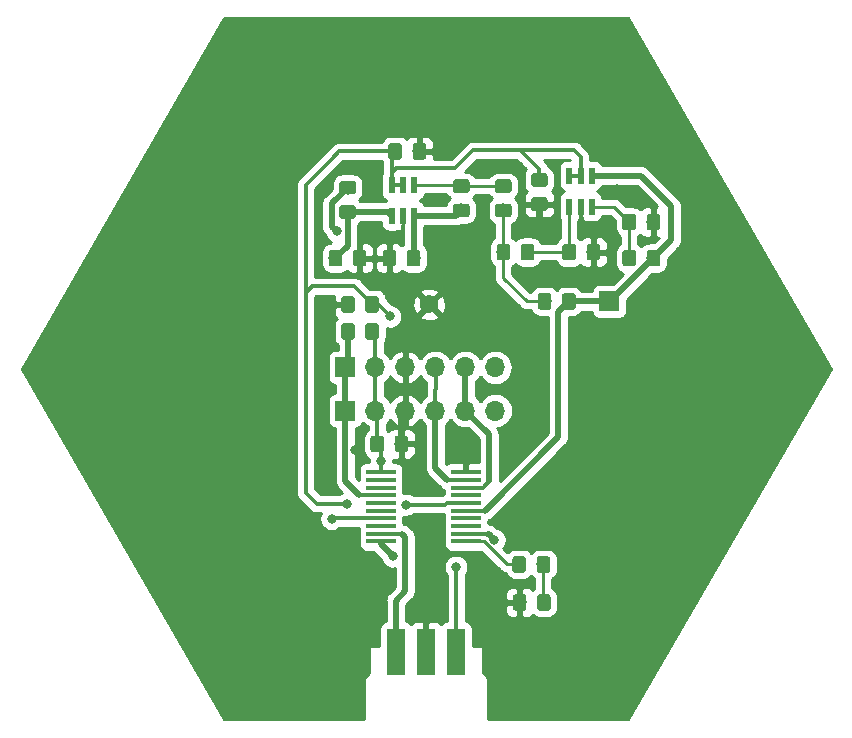
<source format=gtl>
G04 #@! TF.GenerationSoftware,KiCad,Pcbnew,(5.1.4)-1*
G04 #@! TF.CreationDate,2019-11-26T11:13:51+01:00*
G04 #@! TF.ProjectId,SoundModule,536f756e-644d-46f6-9475-6c652e6b6963,rev?*
G04 #@! TF.SameCoordinates,Original*
G04 #@! TF.FileFunction,Copper,L1,Top*
G04 #@! TF.FilePolarity,Positive*
%FSLAX46Y46*%
G04 Gerber Fmt 4.6, Leading zero omitted, Abs format (unit mm)*
G04 Created by KiCad (PCBNEW (5.1.4)-1) date 2019-11-26 11:13:51*
%MOMM*%
%LPD*%
G04 APERTURE LIST*
%ADD10C,0.100000*%
%ADD11C,1.150000*%
%ADD12R,1.524000X4.000000*%
%ADD13R,2.500000X0.450000*%
%ADD14R,1.700000X1.700000*%
%ADD15R,0.550000X1.400000*%
%ADD16O,1.700000X1.700000*%
%ADD17C,1.560000*%
%ADD18C,0.800000*%
%ADD19C,0.500000*%
%ADD20C,0.350000*%
%ADD21C,0.250000*%
%ADD22C,0.254000*%
G04 APERTURE END LIST*
D10*
G36*
X118276625Y-71797884D02*
G01*
X118300893Y-71801484D01*
X118324692Y-71807445D01*
X118347791Y-71815710D01*
X118369970Y-71826200D01*
X118391013Y-71838812D01*
X118410719Y-71853427D01*
X118428897Y-71869903D01*
X118445373Y-71888081D01*
X118459988Y-71907787D01*
X118472600Y-71928830D01*
X118483090Y-71951009D01*
X118491355Y-71974108D01*
X118497316Y-71997907D01*
X118500916Y-72022175D01*
X118502120Y-72046679D01*
X118502120Y-72946681D01*
X118500916Y-72971185D01*
X118497316Y-72995453D01*
X118491355Y-73019252D01*
X118483090Y-73042351D01*
X118472600Y-73064530D01*
X118459988Y-73085573D01*
X118445373Y-73105279D01*
X118428897Y-73123457D01*
X118410719Y-73139933D01*
X118391013Y-73154548D01*
X118369970Y-73167160D01*
X118347791Y-73177650D01*
X118324692Y-73185915D01*
X118300893Y-73191876D01*
X118276625Y-73195476D01*
X118252121Y-73196680D01*
X117602119Y-73196680D01*
X117577615Y-73195476D01*
X117553347Y-73191876D01*
X117529548Y-73185915D01*
X117506449Y-73177650D01*
X117484270Y-73167160D01*
X117463227Y-73154548D01*
X117443521Y-73139933D01*
X117425343Y-73123457D01*
X117408867Y-73105279D01*
X117394252Y-73085573D01*
X117381640Y-73064530D01*
X117371150Y-73042351D01*
X117362885Y-73019252D01*
X117356924Y-72995453D01*
X117353324Y-72971185D01*
X117352120Y-72946681D01*
X117352120Y-72046679D01*
X117353324Y-72022175D01*
X117356924Y-71997907D01*
X117362885Y-71974108D01*
X117371150Y-71951009D01*
X117381640Y-71928830D01*
X117394252Y-71907787D01*
X117408867Y-71888081D01*
X117425343Y-71869903D01*
X117443521Y-71853427D01*
X117463227Y-71838812D01*
X117484270Y-71826200D01*
X117506449Y-71815710D01*
X117529548Y-71807445D01*
X117553347Y-71801484D01*
X117577615Y-71797884D01*
X117602119Y-71796680D01*
X118252121Y-71796680D01*
X118276625Y-71797884D01*
X118276625Y-71797884D01*
G37*
D11*
X117927120Y-72496680D03*
D10*
G36*
X116226625Y-71797884D02*
G01*
X116250893Y-71801484D01*
X116274692Y-71807445D01*
X116297791Y-71815710D01*
X116319970Y-71826200D01*
X116341013Y-71838812D01*
X116360719Y-71853427D01*
X116378897Y-71869903D01*
X116395373Y-71888081D01*
X116409988Y-71907787D01*
X116422600Y-71928830D01*
X116433090Y-71951009D01*
X116441355Y-71974108D01*
X116447316Y-71997907D01*
X116450916Y-72022175D01*
X116452120Y-72046679D01*
X116452120Y-72946681D01*
X116450916Y-72971185D01*
X116447316Y-72995453D01*
X116441355Y-73019252D01*
X116433090Y-73042351D01*
X116422600Y-73064530D01*
X116409988Y-73085573D01*
X116395373Y-73105279D01*
X116378897Y-73123457D01*
X116360719Y-73139933D01*
X116341013Y-73154548D01*
X116319970Y-73167160D01*
X116297791Y-73177650D01*
X116274692Y-73185915D01*
X116250893Y-73191876D01*
X116226625Y-73195476D01*
X116202121Y-73196680D01*
X115552119Y-73196680D01*
X115527615Y-73195476D01*
X115503347Y-73191876D01*
X115479548Y-73185915D01*
X115456449Y-73177650D01*
X115434270Y-73167160D01*
X115413227Y-73154548D01*
X115393521Y-73139933D01*
X115375343Y-73123457D01*
X115358867Y-73105279D01*
X115344252Y-73085573D01*
X115331640Y-73064530D01*
X115321150Y-73042351D01*
X115312885Y-73019252D01*
X115306924Y-72995453D01*
X115303324Y-72971185D01*
X115302120Y-72946681D01*
X115302120Y-72046679D01*
X115303324Y-72022175D01*
X115306924Y-71997907D01*
X115312885Y-71974108D01*
X115321150Y-71951009D01*
X115331640Y-71928830D01*
X115344252Y-71907787D01*
X115358867Y-71888081D01*
X115375343Y-71869903D01*
X115393521Y-71853427D01*
X115413227Y-71838812D01*
X115434270Y-71826200D01*
X115456449Y-71815710D01*
X115479548Y-71807445D01*
X115503347Y-71801484D01*
X115527615Y-71797884D01*
X115552119Y-71796680D01*
X116202121Y-71796680D01*
X116226625Y-71797884D01*
X116226625Y-71797884D01*
G37*
D11*
X115877120Y-72496680D03*
D12*
X119941340Y-101918520D03*
X122481340Y-101918520D03*
X125021340Y-101918520D03*
D13*
X125861180Y-86720680D03*
X125861180Y-87370680D03*
X125861180Y-88020680D03*
X125861180Y-88670680D03*
X125861180Y-89320680D03*
X125861180Y-89970680D03*
X125861180Y-90620680D03*
X125861180Y-91270680D03*
X125861180Y-91920680D03*
X125861180Y-92570680D03*
X118661180Y-92570680D03*
X118661180Y-91920680D03*
X118661180Y-91270680D03*
X118661180Y-90620680D03*
X118661180Y-89970680D03*
X118661180Y-89320680D03*
X118661180Y-88670680D03*
X118661180Y-88020680D03*
X118661180Y-87370680D03*
X118661180Y-86720680D03*
D14*
X137993120Y-72242680D03*
D15*
X119588200Y-62382400D03*
X120538200Y-62382400D03*
X121488200Y-62382400D03*
X121488200Y-64998600D03*
X120538200Y-64998600D03*
X119588200Y-64998600D03*
X134620000Y-64211200D03*
X135570000Y-64211200D03*
X136520000Y-64211200D03*
X136520000Y-61595000D03*
X135570000Y-61595000D03*
X134620000Y-61595000D03*
D10*
G36*
X120745505Y-83608884D02*
G01*
X120769773Y-83612484D01*
X120793572Y-83618445D01*
X120816671Y-83626710D01*
X120838850Y-83637200D01*
X120859893Y-83649812D01*
X120879599Y-83664427D01*
X120897777Y-83680903D01*
X120914253Y-83699081D01*
X120928868Y-83718787D01*
X120941480Y-83739830D01*
X120951970Y-83762009D01*
X120960235Y-83785108D01*
X120966196Y-83808907D01*
X120969796Y-83833175D01*
X120971000Y-83857679D01*
X120971000Y-84757681D01*
X120969796Y-84782185D01*
X120966196Y-84806453D01*
X120960235Y-84830252D01*
X120951970Y-84853351D01*
X120941480Y-84875530D01*
X120928868Y-84896573D01*
X120914253Y-84916279D01*
X120897777Y-84934457D01*
X120879599Y-84950933D01*
X120859893Y-84965548D01*
X120838850Y-84978160D01*
X120816671Y-84988650D01*
X120793572Y-84996915D01*
X120769773Y-85002876D01*
X120745505Y-85006476D01*
X120721001Y-85007680D01*
X120070999Y-85007680D01*
X120046495Y-85006476D01*
X120022227Y-85002876D01*
X119998428Y-84996915D01*
X119975329Y-84988650D01*
X119953150Y-84978160D01*
X119932107Y-84965548D01*
X119912401Y-84950933D01*
X119894223Y-84934457D01*
X119877747Y-84916279D01*
X119863132Y-84896573D01*
X119850520Y-84875530D01*
X119840030Y-84853351D01*
X119831765Y-84830252D01*
X119825804Y-84806453D01*
X119822204Y-84782185D01*
X119821000Y-84757681D01*
X119821000Y-83857679D01*
X119822204Y-83833175D01*
X119825804Y-83808907D01*
X119831765Y-83785108D01*
X119840030Y-83762009D01*
X119850520Y-83739830D01*
X119863132Y-83718787D01*
X119877747Y-83699081D01*
X119894223Y-83680903D01*
X119912401Y-83664427D01*
X119932107Y-83649812D01*
X119953150Y-83637200D01*
X119975329Y-83626710D01*
X119998428Y-83618445D01*
X120022227Y-83612484D01*
X120046495Y-83608884D01*
X120070999Y-83607680D01*
X120721001Y-83607680D01*
X120745505Y-83608884D01*
X120745505Y-83608884D01*
G37*
D11*
X120396000Y-84307680D03*
D10*
G36*
X118695505Y-83608884D02*
G01*
X118719773Y-83612484D01*
X118743572Y-83618445D01*
X118766671Y-83626710D01*
X118788850Y-83637200D01*
X118809893Y-83649812D01*
X118829599Y-83664427D01*
X118847777Y-83680903D01*
X118864253Y-83699081D01*
X118878868Y-83718787D01*
X118891480Y-83739830D01*
X118901970Y-83762009D01*
X118910235Y-83785108D01*
X118916196Y-83808907D01*
X118919796Y-83833175D01*
X118921000Y-83857679D01*
X118921000Y-84757681D01*
X118919796Y-84782185D01*
X118916196Y-84806453D01*
X118910235Y-84830252D01*
X118901970Y-84853351D01*
X118891480Y-84875530D01*
X118878868Y-84896573D01*
X118864253Y-84916279D01*
X118847777Y-84934457D01*
X118829599Y-84950933D01*
X118809893Y-84965548D01*
X118788850Y-84978160D01*
X118766671Y-84988650D01*
X118743572Y-84996915D01*
X118719773Y-85002876D01*
X118695505Y-85006476D01*
X118671001Y-85007680D01*
X118020999Y-85007680D01*
X117996495Y-85006476D01*
X117972227Y-85002876D01*
X117948428Y-84996915D01*
X117925329Y-84988650D01*
X117903150Y-84978160D01*
X117882107Y-84965548D01*
X117862401Y-84950933D01*
X117844223Y-84934457D01*
X117827747Y-84916279D01*
X117813132Y-84896573D01*
X117800520Y-84875530D01*
X117790030Y-84853351D01*
X117781765Y-84830252D01*
X117775804Y-84806453D01*
X117772204Y-84782185D01*
X117771000Y-84757681D01*
X117771000Y-83857679D01*
X117772204Y-83833175D01*
X117775804Y-83808907D01*
X117781765Y-83785108D01*
X117790030Y-83762009D01*
X117800520Y-83739830D01*
X117813132Y-83718787D01*
X117827747Y-83699081D01*
X117844223Y-83680903D01*
X117862401Y-83664427D01*
X117882107Y-83649812D01*
X117903150Y-83637200D01*
X117925329Y-83626710D01*
X117948428Y-83618445D01*
X117972227Y-83612484D01*
X117996495Y-83608884D01*
X118020999Y-83607680D01*
X118671001Y-83607680D01*
X118695505Y-83608884D01*
X118695505Y-83608884D01*
G37*
D11*
X118346000Y-84307680D03*
D10*
G36*
X116323905Y-62037204D02*
G01*
X116348173Y-62040804D01*
X116371972Y-62046765D01*
X116395071Y-62055030D01*
X116417250Y-62065520D01*
X116438293Y-62078132D01*
X116457999Y-62092747D01*
X116476177Y-62109223D01*
X116492653Y-62127401D01*
X116507268Y-62147107D01*
X116519880Y-62168150D01*
X116530370Y-62190329D01*
X116538635Y-62213428D01*
X116544596Y-62237227D01*
X116548196Y-62261495D01*
X116549400Y-62285999D01*
X116549400Y-62936001D01*
X116548196Y-62960505D01*
X116544596Y-62984773D01*
X116538635Y-63008572D01*
X116530370Y-63031671D01*
X116519880Y-63053850D01*
X116507268Y-63074893D01*
X116492653Y-63094599D01*
X116476177Y-63112777D01*
X116457999Y-63129253D01*
X116438293Y-63143868D01*
X116417250Y-63156480D01*
X116395071Y-63166970D01*
X116371972Y-63175235D01*
X116348173Y-63181196D01*
X116323905Y-63184796D01*
X116299401Y-63186000D01*
X115399399Y-63186000D01*
X115374895Y-63184796D01*
X115350627Y-63181196D01*
X115326828Y-63175235D01*
X115303729Y-63166970D01*
X115281550Y-63156480D01*
X115260507Y-63143868D01*
X115240801Y-63129253D01*
X115222623Y-63112777D01*
X115206147Y-63094599D01*
X115191532Y-63074893D01*
X115178920Y-63053850D01*
X115168430Y-63031671D01*
X115160165Y-63008572D01*
X115154204Y-62984773D01*
X115150604Y-62960505D01*
X115149400Y-62936001D01*
X115149400Y-62285999D01*
X115150604Y-62261495D01*
X115154204Y-62237227D01*
X115160165Y-62213428D01*
X115168430Y-62190329D01*
X115178920Y-62168150D01*
X115191532Y-62147107D01*
X115206147Y-62127401D01*
X115222623Y-62109223D01*
X115240801Y-62092747D01*
X115260507Y-62078132D01*
X115281550Y-62065520D01*
X115303729Y-62055030D01*
X115326828Y-62046765D01*
X115350627Y-62040804D01*
X115374895Y-62037204D01*
X115399399Y-62036000D01*
X116299401Y-62036000D01*
X116323905Y-62037204D01*
X116323905Y-62037204D01*
G37*
D11*
X115849400Y-62611000D03*
D10*
G36*
X116323905Y-64087204D02*
G01*
X116348173Y-64090804D01*
X116371972Y-64096765D01*
X116395071Y-64105030D01*
X116417250Y-64115520D01*
X116438293Y-64128132D01*
X116457999Y-64142747D01*
X116476177Y-64159223D01*
X116492653Y-64177401D01*
X116507268Y-64197107D01*
X116519880Y-64218150D01*
X116530370Y-64240329D01*
X116538635Y-64263428D01*
X116544596Y-64287227D01*
X116548196Y-64311495D01*
X116549400Y-64335999D01*
X116549400Y-64986001D01*
X116548196Y-65010505D01*
X116544596Y-65034773D01*
X116538635Y-65058572D01*
X116530370Y-65081671D01*
X116519880Y-65103850D01*
X116507268Y-65124893D01*
X116492653Y-65144599D01*
X116476177Y-65162777D01*
X116457999Y-65179253D01*
X116438293Y-65193868D01*
X116417250Y-65206480D01*
X116395071Y-65216970D01*
X116371972Y-65225235D01*
X116348173Y-65231196D01*
X116323905Y-65234796D01*
X116299401Y-65236000D01*
X115399399Y-65236000D01*
X115374895Y-65234796D01*
X115350627Y-65231196D01*
X115326828Y-65225235D01*
X115303729Y-65216970D01*
X115281550Y-65206480D01*
X115260507Y-65193868D01*
X115240801Y-65179253D01*
X115222623Y-65162777D01*
X115206147Y-65144599D01*
X115191532Y-65124893D01*
X115178920Y-65103850D01*
X115168430Y-65081671D01*
X115160165Y-65058572D01*
X115154204Y-65034773D01*
X115150604Y-65010505D01*
X115149400Y-64986001D01*
X115149400Y-64335999D01*
X115150604Y-64311495D01*
X115154204Y-64287227D01*
X115160165Y-64263428D01*
X115168430Y-64240329D01*
X115178920Y-64218150D01*
X115191532Y-64197107D01*
X115206147Y-64177401D01*
X115222623Y-64159223D01*
X115240801Y-64142747D01*
X115260507Y-64128132D01*
X115281550Y-64115520D01*
X115303729Y-64105030D01*
X115326828Y-64096765D01*
X115350627Y-64090804D01*
X115374895Y-64087204D01*
X115399399Y-64086000D01*
X116299401Y-64086000D01*
X116323905Y-64087204D01*
X116323905Y-64087204D01*
G37*
D11*
X115849400Y-64661000D03*
D10*
G36*
X122269505Y-58843884D02*
G01*
X122293773Y-58847484D01*
X122317572Y-58853445D01*
X122340671Y-58861710D01*
X122362850Y-58872200D01*
X122383893Y-58884812D01*
X122403599Y-58899427D01*
X122421777Y-58915903D01*
X122438253Y-58934081D01*
X122452868Y-58953787D01*
X122465480Y-58974830D01*
X122475970Y-58997009D01*
X122484235Y-59020108D01*
X122490196Y-59043907D01*
X122493796Y-59068175D01*
X122495000Y-59092679D01*
X122495000Y-59992681D01*
X122493796Y-60017185D01*
X122490196Y-60041453D01*
X122484235Y-60065252D01*
X122475970Y-60088351D01*
X122465480Y-60110530D01*
X122452868Y-60131573D01*
X122438253Y-60151279D01*
X122421777Y-60169457D01*
X122403599Y-60185933D01*
X122383893Y-60200548D01*
X122362850Y-60213160D01*
X122340671Y-60223650D01*
X122317572Y-60231915D01*
X122293773Y-60237876D01*
X122269505Y-60241476D01*
X122245001Y-60242680D01*
X121594999Y-60242680D01*
X121570495Y-60241476D01*
X121546227Y-60237876D01*
X121522428Y-60231915D01*
X121499329Y-60223650D01*
X121477150Y-60213160D01*
X121456107Y-60200548D01*
X121436401Y-60185933D01*
X121418223Y-60169457D01*
X121401747Y-60151279D01*
X121387132Y-60131573D01*
X121374520Y-60110530D01*
X121364030Y-60088351D01*
X121355765Y-60065252D01*
X121349804Y-60041453D01*
X121346204Y-60017185D01*
X121345000Y-59992681D01*
X121345000Y-59092679D01*
X121346204Y-59068175D01*
X121349804Y-59043907D01*
X121355765Y-59020108D01*
X121364030Y-58997009D01*
X121374520Y-58974830D01*
X121387132Y-58953787D01*
X121401747Y-58934081D01*
X121418223Y-58915903D01*
X121436401Y-58899427D01*
X121456107Y-58884812D01*
X121477150Y-58872200D01*
X121499329Y-58861710D01*
X121522428Y-58853445D01*
X121546227Y-58847484D01*
X121570495Y-58843884D01*
X121594999Y-58842680D01*
X122245001Y-58842680D01*
X122269505Y-58843884D01*
X122269505Y-58843884D01*
G37*
D11*
X121920000Y-59542680D03*
D10*
G36*
X120219505Y-58843884D02*
G01*
X120243773Y-58847484D01*
X120267572Y-58853445D01*
X120290671Y-58861710D01*
X120312850Y-58872200D01*
X120333893Y-58884812D01*
X120353599Y-58899427D01*
X120371777Y-58915903D01*
X120388253Y-58934081D01*
X120402868Y-58953787D01*
X120415480Y-58974830D01*
X120425970Y-58997009D01*
X120434235Y-59020108D01*
X120440196Y-59043907D01*
X120443796Y-59068175D01*
X120445000Y-59092679D01*
X120445000Y-59992681D01*
X120443796Y-60017185D01*
X120440196Y-60041453D01*
X120434235Y-60065252D01*
X120425970Y-60088351D01*
X120415480Y-60110530D01*
X120402868Y-60131573D01*
X120388253Y-60151279D01*
X120371777Y-60169457D01*
X120353599Y-60185933D01*
X120333893Y-60200548D01*
X120312850Y-60213160D01*
X120290671Y-60223650D01*
X120267572Y-60231915D01*
X120243773Y-60237876D01*
X120219505Y-60241476D01*
X120195001Y-60242680D01*
X119544999Y-60242680D01*
X119520495Y-60241476D01*
X119496227Y-60237876D01*
X119472428Y-60231915D01*
X119449329Y-60223650D01*
X119427150Y-60213160D01*
X119406107Y-60200548D01*
X119386401Y-60185933D01*
X119368223Y-60169457D01*
X119351747Y-60151279D01*
X119337132Y-60131573D01*
X119324520Y-60110530D01*
X119314030Y-60088351D01*
X119305765Y-60065252D01*
X119299804Y-60041453D01*
X119296204Y-60017185D01*
X119295000Y-59992681D01*
X119295000Y-59092679D01*
X119296204Y-59068175D01*
X119299804Y-59043907D01*
X119305765Y-59020108D01*
X119314030Y-58997009D01*
X119324520Y-58974830D01*
X119337132Y-58953787D01*
X119351747Y-58934081D01*
X119368223Y-58915903D01*
X119386401Y-58899427D01*
X119406107Y-58884812D01*
X119427150Y-58872200D01*
X119449329Y-58861710D01*
X119472428Y-58853445D01*
X119496227Y-58847484D01*
X119520495Y-58843884D01*
X119544999Y-58842680D01*
X120195001Y-58842680D01*
X120219505Y-58843884D01*
X120219505Y-58843884D01*
G37*
D11*
X119870000Y-59542680D03*
D10*
G36*
X132872625Y-71543884D02*
G01*
X132896893Y-71547484D01*
X132920692Y-71553445D01*
X132943791Y-71561710D01*
X132965970Y-71572200D01*
X132987013Y-71584812D01*
X133006719Y-71599427D01*
X133024897Y-71615903D01*
X133041373Y-71634081D01*
X133055988Y-71653787D01*
X133068600Y-71674830D01*
X133079090Y-71697009D01*
X133087355Y-71720108D01*
X133093316Y-71743907D01*
X133096916Y-71768175D01*
X133098120Y-71792679D01*
X133098120Y-72692681D01*
X133096916Y-72717185D01*
X133093316Y-72741453D01*
X133087355Y-72765252D01*
X133079090Y-72788351D01*
X133068600Y-72810530D01*
X133055988Y-72831573D01*
X133041373Y-72851279D01*
X133024897Y-72869457D01*
X133006719Y-72885933D01*
X132987013Y-72900548D01*
X132965970Y-72913160D01*
X132943791Y-72923650D01*
X132920692Y-72931915D01*
X132896893Y-72937876D01*
X132872625Y-72941476D01*
X132848121Y-72942680D01*
X132198119Y-72942680D01*
X132173615Y-72941476D01*
X132149347Y-72937876D01*
X132125548Y-72931915D01*
X132102449Y-72923650D01*
X132080270Y-72913160D01*
X132059227Y-72900548D01*
X132039521Y-72885933D01*
X132021343Y-72869457D01*
X132004867Y-72851279D01*
X131990252Y-72831573D01*
X131977640Y-72810530D01*
X131967150Y-72788351D01*
X131958885Y-72765252D01*
X131952924Y-72741453D01*
X131949324Y-72717185D01*
X131948120Y-72692681D01*
X131948120Y-71792679D01*
X131949324Y-71768175D01*
X131952924Y-71743907D01*
X131958885Y-71720108D01*
X131967150Y-71697009D01*
X131977640Y-71674830D01*
X131990252Y-71653787D01*
X132004867Y-71634081D01*
X132021343Y-71615903D01*
X132039521Y-71599427D01*
X132059227Y-71584812D01*
X132080270Y-71572200D01*
X132102449Y-71561710D01*
X132125548Y-71553445D01*
X132149347Y-71547484D01*
X132173615Y-71543884D01*
X132198119Y-71542680D01*
X132848121Y-71542680D01*
X132872625Y-71543884D01*
X132872625Y-71543884D01*
G37*
D11*
X132523120Y-72242680D03*
D10*
G36*
X134922625Y-71543884D02*
G01*
X134946893Y-71547484D01*
X134970692Y-71553445D01*
X134993791Y-71561710D01*
X135015970Y-71572200D01*
X135037013Y-71584812D01*
X135056719Y-71599427D01*
X135074897Y-71615903D01*
X135091373Y-71634081D01*
X135105988Y-71653787D01*
X135118600Y-71674830D01*
X135129090Y-71697009D01*
X135137355Y-71720108D01*
X135143316Y-71743907D01*
X135146916Y-71768175D01*
X135148120Y-71792679D01*
X135148120Y-72692681D01*
X135146916Y-72717185D01*
X135143316Y-72741453D01*
X135137355Y-72765252D01*
X135129090Y-72788351D01*
X135118600Y-72810530D01*
X135105988Y-72831573D01*
X135091373Y-72851279D01*
X135074897Y-72869457D01*
X135056719Y-72885933D01*
X135037013Y-72900548D01*
X135015970Y-72913160D01*
X134993791Y-72923650D01*
X134970692Y-72931915D01*
X134946893Y-72937876D01*
X134922625Y-72941476D01*
X134898121Y-72942680D01*
X134248119Y-72942680D01*
X134223615Y-72941476D01*
X134199347Y-72937876D01*
X134175548Y-72931915D01*
X134152449Y-72923650D01*
X134130270Y-72913160D01*
X134109227Y-72900548D01*
X134089521Y-72885933D01*
X134071343Y-72869457D01*
X134054867Y-72851279D01*
X134040252Y-72831573D01*
X134027640Y-72810530D01*
X134017150Y-72788351D01*
X134008885Y-72765252D01*
X134002924Y-72741453D01*
X133999324Y-72717185D01*
X133998120Y-72692681D01*
X133998120Y-71792679D01*
X133999324Y-71768175D01*
X134002924Y-71743907D01*
X134008885Y-71720108D01*
X134017150Y-71697009D01*
X134027640Y-71674830D01*
X134040252Y-71653787D01*
X134054867Y-71634081D01*
X134071343Y-71615903D01*
X134089521Y-71599427D01*
X134109227Y-71584812D01*
X134130270Y-71572200D01*
X134152449Y-71561710D01*
X134175548Y-71553445D01*
X134199347Y-71547484D01*
X134223615Y-71543884D01*
X134248119Y-71542680D01*
X134898121Y-71542680D01*
X134922625Y-71543884D01*
X134922625Y-71543884D01*
G37*
D11*
X134573120Y-72242680D03*
D10*
G36*
X134951505Y-67373204D02*
G01*
X134975773Y-67376804D01*
X134999572Y-67382765D01*
X135022671Y-67391030D01*
X135044850Y-67401520D01*
X135065893Y-67414132D01*
X135085599Y-67428747D01*
X135103777Y-67445223D01*
X135120253Y-67463401D01*
X135134868Y-67483107D01*
X135147480Y-67504150D01*
X135157970Y-67526329D01*
X135166235Y-67549428D01*
X135172196Y-67573227D01*
X135175796Y-67597495D01*
X135177000Y-67621999D01*
X135177000Y-68522001D01*
X135175796Y-68546505D01*
X135172196Y-68570773D01*
X135166235Y-68594572D01*
X135157970Y-68617671D01*
X135147480Y-68639850D01*
X135134868Y-68660893D01*
X135120253Y-68680599D01*
X135103777Y-68698777D01*
X135085599Y-68715253D01*
X135065893Y-68729868D01*
X135044850Y-68742480D01*
X135022671Y-68752970D01*
X134999572Y-68761235D01*
X134975773Y-68767196D01*
X134951505Y-68770796D01*
X134927001Y-68772000D01*
X134276999Y-68772000D01*
X134252495Y-68770796D01*
X134228227Y-68767196D01*
X134204428Y-68761235D01*
X134181329Y-68752970D01*
X134159150Y-68742480D01*
X134138107Y-68729868D01*
X134118401Y-68715253D01*
X134100223Y-68698777D01*
X134083747Y-68680599D01*
X134069132Y-68660893D01*
X134056520Y-68639850D01*
X134046030Y-68617671D01*
X134037765Y-68594572D01*
X134031804Y-68570773D01*
X134028204Y-68546505D01*
X134027000Y-68522001D01*
X134027000Y-67621999D01*
X134028204Y-67597495D01*
X134031804Y-67573227D01*
X134037765Y-67549428D01*
X134046030Y-67526329D01*
X134056520Y-67504150D01*
X134069132Y-67483107D01*
X134083747Y-67463401D01*
X134100223Y-67445223D01*
X134118401Y-67428747D01*
X134138107Y-67414132D01*
X134159150Y-67401520D01*
X134181329Y-67391030D01*
X134204428Y-67382765D01*
X134228227Y-67376804D01*
X134252495Y-67373204D01*
X134276999Y-67372000D01*
X134927001Y-67372000D01*
X134951505Y-67373204D01*
X134951505Y-67373204D01*
G37*
D11*
X134602000Y-68072000D03*
D10*
G36*
X137001505Y-67373204D02*
G01*
X137025773Y-67376804D01*
X137049572Y-67382765D01*
X137072671Y-67391030D01*
X137094850Y-67401520D01*
X137115893Y-67414132D01*
X137135599Y-67428747D01*
X137153777Y-67445223D01*
X137170253Y-67463401D01*
X137184868Y-67483107D01*
X137197480Y-67504150D01*
X137207970Y-67526329D01*
X137216235Y-67549428D01*
X137222196Y-67573227D01*
X137225796Y-67597495D01*
X137227000Y-67621999D01*
X137227000Y-68522001D01*
X137225796Y-68546505D01*
X137222196Y-68570773D01*
X137216235Y-68594572D01*
X137207970Y-68617671D01*
X137197480Y-68639850D01*
X137184868Y-68660893D01*
X137170253Y-68680599D01*
X137153777Y-68698777D01*
X137135599Y-68715253D01*
X137115893Y-68729868D01*
X137094850Y-68742480D01*
X137072671Y-68752970D01*
X137049572Y-68761235D01*
X137025773Y-68767196D01*
X137001505Y-68770796D01*
X136977001Y-68772000D01*
X136326999Y-68772000D01*
X136302495Y-68770796D01*
X136278227Y-68767196D01*
X136254428Y-68761235D01*
X136231329Y-68752970D01*
X136209150Y-68742480D01*
X136188107Y-68729868D01*
X136168401Y-68715253D01*
X136150223Y-68698777D01*
X136133747Y-68680599D01*
X136119132Y-68660893D01*
X136106520Y-68639850D01*
X136096030Y-68617671D01*
X136087765Y-68594572D01*
X136081804Y-68570773D01*
X136078204Y-68546505D01*
X136077000Y-68522001D01*
X136077000Y-67621999D01*
X136078204Y-67597495D01*
X136081804Y-67573227D01*
X136087765Y-67549428D01*
X136096030Y-67526329D01*
X136106520Y-67504150D01*
X136119132Y-67483107D01*
X136133747Y-67463401D01*
X136150223Y-67445223D01*
X136168401Y-67428747D01*
X136188107Y-67414132D01*
X136209150Y-67401520D01*
X136231329Y-67391030D01*
X136254428Y-67382765D01*
X136278227Y-67376804D01*
X136302495Y-67373204D01*
X136326999Y-67372000D01*
X136977001Y-67372000D01*
X137001505Y-67373204D01*
X137001505Y-67373204D01*
G37*
D11*
X136652000Y-68072000D03*
D10*
G36*
X132554505Y-61384204D02*
G01*
X132578773Y-61387804D01*
X132602572Y-61393765D01*
X132625671Y-61402030D01*
X132647850Y-61412520D01*
X132668893Y-61425132D01*
X132688599Y-61439747D01*
X132706777Y-61456223D01*
X132723253Y-61474401D01*
X132737868Y-61494107D01*
X132750480Y-61515150D01*
X132760970Y-61537329D01*
X132769235Y-61560428D01*
X132775196Y-61584227D01*
X132778796Y-61608495D01*
X132780000Y-61632999D01*
X132780000Y-62283001D01*
X132778796Y-62307505D01*
X132775196Y-62331773D01*
X132769235Y-62355572D01*
X132760970Y-62378671D01*
X132750480Y-62400850D01*
X132737868Y-62421893D01*
X132723253Y-62441599D01*
X132706777Y-62459777D01*
X132688599Y-62476253D01*
X132668893Y-62490868D01*
X132647850Y-62503480D01*
X132625671Y-62513970D01*
X132602572Y-62522235D01*
X132578773Y-62528196D01*
X132554505Y-62531796D01*
X132530001Y-62533000D01*
X131629999Y-62533000D01*
X131605495Y-62531796D01*
X131581227Y-62528196D01*
X131557428Y-62522235D01*
X131534329Y-62513970D01*
X131512150Y-62503480D01*
X131491107Y-62490868D01*
X131471401Y-62476253D01*
X131453223Y-62459777D01*
X131436747Y-62441599D01*
X131422132Y-62421893D01*
X131409520Y-62400850D01*
X131399030Y-62378671D01*
X131390765Y-62355572D01*
X131384804Y-62331773D01*
X131381204Y-62307505D01*
X131380000Y-62283001D01*
X131380000Y-61632999D01*
X131381204Y-61608495D01*
X131384804Y-61584227D01*
X131390765Y-61560428D01*
X131399030Y-61537329D01*
X131409520Y-61515150D01*
X131422132Y-61494107D01*
X131436747Y-61474401D01*
X131453223Y-61456223D01*
X131471401Y-61439747D01*
X131491107Y-61425132D01*
X131512150Y-61412520D01*
X131534329Y-61402030D01*
X131557428Y-61393765D01*
X131581227Y-61387804D01*
X131605495Y-61384204D01*
X131629999Y-61383000D01*
X132530001Y-61383000D01*
X132554505Y-61384204D01*
X132554505Y-61384204D01*
G37*
D11*
X132080000Y-61958000D03*
D10*
G36*
X132554505Y-63434204D02*
G01*
X132578773Y-63437804D01*
X132602572Y-63443765D01*
X132625671Y-63452030D01*
X132647850Y-63462520D01*
X132668893Y-63475132D01*
X132688599Y-63489747D01*
X132706777Y-63506223D01*
X132723253Y-63524401D01*
X132737868Y-63544107D01*
X132750480Y-63565150D01*
X132760970Y-63587329D01*
X132769235Y-63610428D01*
X132775196Y-63634227D01*
X132778796Y-63658495D01*
X132780000Y-63682999D01*
X132780000Y-64333001D01*
X132778796Y-64357505D01*
X132775196Y-64381773D01*
X132769235Y-64405572D01*
X132760970Y-64428671D01*
X132750480Y-64450850D01*
X132737868Y-64471893D01*
X132723253Y-64491599D01*
X132706777Y-64509777D01*
X132688599Y-64526253D01*
X132668893Y-64540868D01*
X132647850Y-64553480D01*
X132625671Y-64563970D01*
X132602572Y-64572235D01*
X132578773Y-64578196D01*
X132554505Y-64581796D01*
X132530001Y-64583000D01*
X131629999Y-64583000D01*
X131605495Y-64581796D01*
X131581227Y-64578196D01*
X131557428Y-64572235D01*
X131534329Y-64563970D01*
X131512150Y-64553480D01*
X131491107Y-64540868D01*
X131471401Y-64526253D01*
X131453223Y-64509777D01*
X131436747Y-64491599D01*
X131422132Y-64471893D01*
X131409520Y-64450850D01*
X131399030Y-64428671D01*
X131390765Y-64405572D01*
X131384804Y-64381773D01*
X131381204Y-64357505D01*
X131380000Y-64333001D01*
X131380000Y-63682999D01*
X131381204Y-63658495D01*
X131384804Y-63634227D01*
X131390765Y-63610428D01*
X131399030Y-63587329D01*
X131409520Y-63565150D01*
X131422132Y-63544107D01*
X131436747Y-63524401D01*
X131453223Y-63506223D01*
X131471401Y-63489747D01*
X131491107Y-63475132D01*
X131512150Y-63462520D01*
X131534329Y-63452030D01*
X131557428Y-63443765D01*
X131581227Y-63437804D01*
X131605495Y-63434204D01*
X131629999Y-63433000D01*
X132530001Y-63433000D01*
X132554505Y-63434204D01*
X132554505Y-63434204D01*
G37*
D11*
X132080000Y-64008000D03*
D14*
X115646200Y-81483200D03*
D16*
X118186200Y-81483200D03*
X120726200Y-81483200D03*
X123266200Y-81483200D03*
X125806200Y-81483200D03*
X128346200Y-81483200D03*
D17*
X122748120Y-72497680D03*
D10*
G36*
X118276625Y-74083884D02*
G01*
X118300893Y-74087484D01*
X118324692Y-74093445D01*
X118347791Y-74101710D01*
X118369970Y-74112200D01*
X118391013Y-74124812D01*
X118410719Y-74139427D01*
X118428897Y-74155903D01*
X118445373Y-74174081D01*
X118459988Y-74193787D01*
X118472600Y-74214830D01*
X118483090Y-74237009D01*
X118491355Y-74260108D01*
X118497316Y-74283907D01*
X118500916Y-74308175D01*
X118502120Y-74332679D01*
X118502120Y-75232681D01*
X118500916Y-75257185D01*
X118497316Y-75281453D01*
X118491355Y-75305252D01*
X118483090Y-75328351D01*
X118472600Y-75350530D01*
X118459988Y-75371573D01*
X118445373Y-75391279D01*
X118428897Y-75409457D01*
X118410719Y-75425933D01*
X118391013Y-75440548D01*
X118369970Y-75453160D01*
X118347791Y-75463650D01*
X118324692Y-75471915D01*
X118300893Y-75477876D01*
X118276625Y-75481476D01*
X118252121Y-75482680D01*
X117602119Y-75482680D01*
X117577615Y-75481476D01*
X117553347Y-75477876D01*
X117529548Y-75471915D01*
X117506449Y-75463650D01*
X117484270Y-75453160D01*
X117463227Y-75440548D01*
X117443521Y-75425933D01*
X117425343Y-75409457D01*
X117408867Y-75391279D01*
X117394252Y-75371573D01*
X117381640Y-75350530D01*
X117371150Y-75328351D01*
X117362885Y-75305252D01*
X117356924Y-75281453D01*
X117353324Y-75257185D01*
X117352120Y-75232681D01*
X117352120Y-74332679D01*
X117353324Y-74308175D01*
X117356924Y-74283907D01*
X117362885Y-74260108D01*
X117371150Y-74237009D01*
X117381640Y-74214830D01*
X117394252Y-74193787D01*
X117408867Y-74174081D01*
X117425343Y-74155903D01*
X117443521Y-74139427D01*
X117463227Y-74124812D01*
X117484270Y-74112200D01*
X117506449Y-74101710D01*
X117529548Y-74093445D01*
X117553347Y-74087484D01*
X117577615Y-74083884D01*
X117602119Y-74082680D01*
X118252121Y-74082680D01*
X118276625Y-74083884D01*
X118276625Y-74083884D01*
G37*
D11*
X117927120Y-74782680D03*
D10*
G36*
X116226625Y-74083884D02*
G01*
X116250893Y-74087484D01*
X116274692Y-74093445D01*
X116297791Y-74101710D01*
X116319970Y-74112200D01*
X116341013Y-74124812D01*
X116360719Y-74139427D01*
X116378897Y-74155903D01*
X116395373Y-74174081D01*
X116409988Y-74193787D01*
X116422600Y-74214830D01*
X116433090Y-74237009D01*
X116441355Y-74260108D01*
X116447316Y-74283907D01*
X116450916Y-74308175D01*
X116452120Y-74332679D01*
X116452120Y-75232681D01*
X116450916Y-75257185D01*
X116447316Y-75281453D01*
X116441355Y-75305252D01*
X116433090Y-75328351D01*
X116422600Y-75350530D01*
X116409988Y-75371573D01*
X116395373Y-75391279D01*
X116378897Y-75409457D01*
X116360719Y-75425933D01*
X116341013Y-75440548D01*
X116319970Y-75453160D01*
X116297791Y-75463650D01*
X116274692Y-75471915D01*
X116250893Y-75477876D01*
X116226625Y-75481476D01*
X116202121Y-75482680D01*
X115552119Y-75482680D01*
X115527615Y-75481476D01*
X115503347Y-75477876D01*
X115479548Y-75471915D01*
X115456449Y-75463650D01*
X115434270Y-75453160D01*
X115413227Y-75440548D01*
X115393521Y-75425933D01*
X115375343Y-75409457D01*
X115358867Y-75391279D01*
X115344252Y-75371573D01*
X115331640Y-75350530D01*
X115321150Y-75328351D01*
X115312885Y-75305252D01*
X115306924Y-75281453D01*
X115303324Y-75257185D01*
X115302120Y-75232681D01*
X115302120Y-74332679D01*
X115303324Y-74308175D01*
X115306924Y-74283907D01*
X115312885Y-74260108D01*
X115321150Y-74237009D01*
X115331640Y-74214830D01*
X115344252Y-74193787D01*
X115358867Y-74174081D01*
X115375343Y-74155903D01*
X115393521Y-74139427D01*
X115413227Y-74124812D01*
X115434270Y-74112200D01*
X115456449Y-74101710D01*
X115479548Y-74093445D01*
X115503347Y-74087484D01*
X115527615Y-74083884D01*
X115552119Y-74082680D01*
X116202121Y-74082680D01*
X116226625Y-74083884D01*
X116226625Y-74083884D01*
G37*
D11*
X115877120Y-74782680D03*
D10*
G36*
X117214905Y-67881204D02*
G01*
X117239173Y-67884804D01*
X117262972Y-67890765D01*
X117286071Y-67899030D01*
X117308250Y-67909520D01*
X117329293Y-67922132D01*
X117348999Y-67936747D01*
X117367177Y-67953223D01*
X117383653Y-67971401D01*
X117398268Y-67991107D01*
X117410880Y-68012150D01*
X117421370Y-68034329D01*
X117429635Y-68057428D01*
X117435596Y-68081227D01*
X117439196Y-68105495D01*
X117440400Y-68129999D01*
X117440400Y-69030001D01*
X117439196Y-69054505D01*
X117435596Y-69078773D01*
X117429635Y-69102572D01*
X117421370Y-69125671D01*
X117410880Y-69147850D01*
X117398268Y-69168893D01*
X117383653Y-69188599D01*
X117367177Y-69206777D01*
X117348999Y-69223253D01*
X117329293Y-69237868D01*
X117308250Y-69250480D01*
X117286071Y-69260970D01*
X117262972Y-69269235D01*
X117239173Y-69275196D01*
X117214905Y-69278796D01*
X117190401Y-69280000D01*
X116540399Y-69280000D01*
X116515895Y-69278796D01*
X116491627Y-69275196D01*
X116467828Y-69269235D01*
X116444729Y-69260970D01*
X116422550Y-69250480D01*
X116401507Y-69237868D01*
X116381801Y-69223253D01*
X116363623Y-69206777D01*
X116347147Y-69188599D01*
X116332532Y-69168893D01*
X116319920Y-69147850D01*
X116309430Y-69125671D01*
X116301165Y-69102572D01*
X116295204Y-69078773D01*
X116291604Y-69054505D01*
X116290400Y-69030001D01*
X116290400Y-68129999D01*
X116291604Y-68105495D01*
X116295204Y-68081227D01*
X116301165Y-68057428D01*
X116309430Y-68034329D01*
X116319920Y-68012150D01*
X116332532Y-67991107D01*
X116347147Y-67971401D01*
X116363623Y-67953223D01*
X116381801Y-67936747D01*
X116401507Y-67922132D01*
X116422550Y-67909520D01*
X116444729Y-67899030D01*
X116467828Y-67890765D01*
X116491627Y-67884804D01*
X116515895Y-67881204D01*
X116540399Y-67880000D01*
X117190401Y-67880000D01*
X117214905Y-67881204D01*
X117214905Y-67881204D01*
G37*
D11*
X116865400Y-68580000D03*
D10*
G36*
X115164905Y-67881204D02*
G01*
X115189173Y-67884804D01*
X115212972Y-67890765D01*
X115236071Y-67899030D01*
X115258250Y-67909520D01*
X115279293Y-67922132D01*
X115298999Y-67936747D01*
X115317177Y-67953223D01*
X115333653Y-67971401D01*
X115348268Y-67991107D01*
X115360880Y-68012150D01*
X115371370Y-68034329D01*
X115379635Y-68057428D01*
X115385596Y-68081227D01*
X115389196Y-68105495D01*
X115390400Y-68129999D01*
X115390400Y-69030001D01*
X115389196Y-69054505D01*
X115385596Y-69078773D01*
X115379635Y-69102572D01*
X115371370Y-69125671D01*
X115360880Y-69147850D01*
X115348268Y-69168893D01*
X115333653Y-69188599D01*
X115317177Y-69206777D01*
X115298999Y-69223253D01*
X115279293Y-69237868D01*
X115258250Y-69250480D01*
X115236071Y-69260970D01*
X115212972Y-69269235D01*
X115189173Y-69275196D01*
X115164905Y-69278796D01*
X115140401Y-69280000D01*
X114490399Y-69280000D01*
X114465895Y-69278796D01*
X114441627Y-69275196D01*
X114417828Y-69269235D01*
X114394729Y-69260970D01*
X114372550Y-69250480D01*
X114351507Y-69237868D01*
X114331801Y-69223253D01*
X114313623Y-69206777D01*
X114297147Y-69188599D01*
X114282532Y-69168893D01*
X114269920Y-69147850D01*
X114259430Y-69125671D01*
X114251165Y-69102572D01*
X114245204Y-69078773D01*
X114241604Y-69054505D01*
X114240400Y-69030001D01*
X114240400Y-68129999D01*
X114241604Y-68105495D01*
X114245204Y-68081227D01*
X114251165Y-68057428D01*
X114259430Y-68034329D01*
X114269920Y-68012150D01*
X114282532Y-67991107D01*
X114297147Y-67971401D01*
X114313623Y-67953223D01*
X114331801Y-67936747D01*
X114351507Y-67922132D01*
X114372550Y-67909520D01*
X114394729Y-67899030D01*
X114417828Y-67890765D01*
X114441627Y-67884804D01*
X114465895Y-67881204D01*
X114490399Y-67880000D01*
X115140401Y-67880000D01*
X115164905Y-67881204D01*
X115164905Y-67881204D01*
G37*
D11*
X114815400Y-68580000D03*
D10*
G36*
X119729505Y-67881204D02*
G01*
X119753773Y-67884804D01*
X119777572Y-67890765D01*
X119800671Y-67899030D01*
X119822850Y-67909520D01*
X119843893Y-67922132D01*
X119863599Y-67936747D01*
X119881777Y-67953223D01*
X119898253Y-67971401D01*
X119912868Y-67991107D01*
X119925480Y-68012150D01*
X119935970Y-68034329D01*
X119944235Y-68057428D01*
X119950196Y-68081227D01*
X119953796Y-68105495D01*
X119955000Y-68129999D01*
X119955000Y-69030001D01*
X119953796Y-69054505D01*
X119950196Y-69078773D01*
X119944235Y-69102572D01*
X119935970Y-69125671D01*
X119925480Y-69147850D01*
X119912868Y-69168893D01*
X119898253Y-69188599D01*
X119881777Y-69206777D01*
X119863599Y-69223253D01*
X119843893Y-69237868D01*
X119822850Y-69250480D01*
X119800671Y-69260970D01*
X119777572Y-69269235D01*
X119753773Y-69275196D01*
X119729505Y-69278796D01*
X119705001Y-69280000D01*
X119054999Y-69280000D01*
X119030495Y-69278796D01*
X119006227Y-69275196D01*
X118982428Y-69269235D01*
X118959329Y-69260970D01*
X118937150Y-69250480D01*
X118916107Y-69237868D01*
X118896401Y-69223253D01*
X118878223Y-69206777D01*
X118861747Y-69188599D01*
X118847132Y-69168893D01*
X118834520Y-69147850D01*
X118824030Y-69125671D01*
X118815765Y-69102572D01*
X118809804Y-69078773D01*
X118806204Y-69054505D01*
X118805000Y-69030001D01*
X118805000Y-68129999D01*
X118806204Y-68105495D01*
X118809804Y-68081227D01*
X118815765Y-68057428D01*
X118824030Y-68034329D01*
X118834520Y-68012150D01*
X118847132Y-67991107D01*
X118861747Y-67971401D01*
X118878223Y-67953223D01*
X118896401Y-67936747D01*
X118916107Y-67922132D01*
X118937150Y-67909520D01*
X118959329Y-67899030D01*
X118982428Y-67890765D01*
X119006227Y-67884804D01*
X119030495Y-67881204D01*
X119054999Y-67880000D01*
X119705001Y-67880000D01*
X119729505Y-67881204D01*
X119729505Y-67881204D01*
G37*
D11*
X119380000Y-68580000D03*
D10*
G36*
X121779505Y-67881204D02*
G01*
X121803773Y-67884804D01*
X121827572Y-67890765D01*
X121850671Y-67899030D01*
X121872850Y-67909520D01*
X121893893Y-67922132D01*
X121913599Y-67936747D01*
X121931777Y-67953223D01*
X121948253Y-67971401D01*
X121962868Y-67991107D01*
X121975480Y-68012150D01*
X121985970Y-68034329D01*
X121994235Y-68057428D01*
X122000196Y-68081227D01*
X122003796Y-68105495D01*
X122005000Y-68129999D01*
X122005000Y-69030001D01*
X122003796Y-69054505D01*
X122000196Y-69078773D01*
X121994235Y-69102572D01*
X121985970Y-69125671D01*
X121975480Y-69147850D01*
X121962868Y-69168893D01*
X121948253Y-69188599D01*
X121931777Y-69206777D01*
X121913599Y-69223253D01*
X121893893Y-69237868D01*
X121872850Y-69250480D01*
X121850671Y-69260970D01*
X121827572Y-69269235D01*
X121803773Y-69275196D01*
X121779505Y-69278796D01*
X121755001Y-69280000D01*
X121104999Y-69280000D01*
X121080495Y-69278796D01*
X121056227Y-69275196D01*
X121032428Y-69269235D01*
X121009329Y-69260970D01*
X120987150Y-69250480D01*
X120966107Y-69237868D01*
X120946401Y-69223253D01*
X120928223Y-69206777D01*
X120911747Y-69188599D01*
X120897132Y-69168893D01*
X120884520Y-69147850D01*
X120874030Y-69125671D01*
X120865765Y-69102572D01*
X120859804Y-69078773D01*
X120856204Y-69054505D01*
X120855000Y-69030001D01*
X120855000Y-68129999D01*
X120856204Y-68105495D01*
X120859804Y-68081227D01*
X120865765Y-68057428D01*
X120874030Y-68034329D01*
X120884520Y-68012150D01*
X120897132Y-67991107D01*
X120911747Y-67971401D01*
X120928223Y-67953223D01*
X120946401Y-67936747D01*
X120966107Y-67922132D01*
X120987150Y-67909520D01*
X121009329Y-67899030D01*
X121032428Y-67890765D01*
X121056227Y-67884804D01*
X121080495Y-67881204D01*
X121104999Y-67880000D01*
X121755001Y-67880000D01*
X121779505Y-67881204D01*
X121779505Y-67881204D01*
G37*
D11*
X121430000Y-68580000D03*
D10*
G36*
X125950505Y-61910204D02*
G01*
X125974773Y-61913804D01*
X125998572Y-61919765D01*
X126021671Y-61928030D01*
X126043850Y-61938520D01*
X126064893Y-61951132D01*
X126084599Y-61965747D01*
X126102777Y-61982223D01*
X126119253Y-62000401D01*
X126133868Y-62020107D01*
X126146480Y-62041150D01*
X126156970Y-62063329D01*
X126165235Y-62086428D01*
X126171196Y-62110227D01*
X126174796Y-62134495D01*
X126176000Y-62158999D01*
X126176000Y-62809001D01*
X126174796Y-62833505D01*
X126171196Y-62857773D01*
X126165235Y-62881572D01*
X126156970Y-62904671D01*
X126146480Y-62926850D01*
X126133868Y-62947893D01*
X126119253Y-62967599D01*
X126102777Y-62985777D01*
X126084599Y-63002253D01*
X126064893Y-63016868D01*
X126043850Y-63029480D01*
X126021671Y-63039970D01*
X125998572Y-63048235D01*
X125974773Y-63054196D01*
X125950505Y-63057796D01*
X125926001Y-63059000D01*
X125025999Y-63059000D01*
X125001495Y-63057796D01*
X124977227Y-63054196D01*
X124953428Y-63048235D01*
X124930329Y-63039970D01*
X124908150Y-63029480D01*
X124887107Y-63016868D01*
X124867401Y-63002253D01*
X124849223Y-62985777D01*
X124832747Y-62967599D01*
X124818132Y-62947893D01*
X124805520Y-62926850D01*
X124795030Y-62904671D01*
X124786765Y-62881572D01*
X124780804Y-62857773D01*
X124777204Y-62833505D01*
X124776000Y-62809001D01*
X124776000Y-62158999D01*
X124777204Y-62134495D01*
X124780804Y-62110227D01*
X124786765Y-62086428D01*
X124795030Y-62063329D01*
X124805520Y-62041150D01*
X124818132Y-62020107D01*
X124832747Y-62000401D01*
X124849223Y-61982223D01*
X124867401Y-61965747D01*
X124887107Y-61951132D01*
X124908150Y-61938520D01*
X124930329Y-61928030D01*
X124953428Y-61919765D01*
X124977227Y-61913804D01*
X125001495Y-61910204D01*
X125025999Y-61909000D01*
X125926001Y-61909000D01*
X125950505Y-61910204D01*
X125950505Y-61910204D01*
G37*
D11*
X125476000Y-62484000D03*
D10*
G36*
X125950505Y-63960204D02*
G01*
X125974773Y-63963804D01*
X125998572Y-63969765D01*
X126021671Y-63978030D01*
X126043850Y-63988520D01*
X126064893Y-64001132D01*
X126084599Y-64015747D01*
X126102777Y-64032223D01*
X126119253Y-64050401D01*
X126133868Y-64070107D01*
X126146480Y-64091150D01*
X126156970Y-64113329D01*
X126165235Y-64136428D01*
X126171196Y-64160227D01*
X126174796Y-64184495D01*
X126176000Y-64208999D01*
X126176000Y-64859001D01*
X126174796Y-64883505D01*
X126171196Y-64907773D01*
X126165235Y-64931572D01*
X126156970Y-64954671D01*
X126146480Y-64976850D01*
X126133868Y-64997893D01*
X126119253Y-65017599D01*
X126102777Y-65035777D01*
X126084599Y-65052253D01*
X126064893Y-65066868D01*
X126043850Y-65079480D01*
X126021671Y-65089970D01*
X125998572Y-65098235D01*
X125974773Y-65104196D01*
X125950505Y-65107796D01*
X125926001Y-65109000D01*
X125025999Y-65109000D01*
X125001495Y-65107796D01*
X124977227Y-65104196D01*
X124953428Y-65098235D01*
X124930329Y-65089970D01*
X124908150Y-65079480D01*
X124887107Y-65066868D01*
X124867401Y-65052253D01*
X124849223Y-65035777D01*
X124832747Y-65017599D01*
X124818132Y-64997893D01*
X124805520Y-64976850D01*
X124795030Y-64954671D01*
X124786765Y-64931572D01*
X124780804Y-64907773D01*
X124777204Y-64883505D01*
X124776000Y-64859001D01*
X124776000Y-64208999D01*
X124777204Y-64184495D01*
X124780804Y-64160227D01*
X124786765Y-64136428D01*
X124795030Y-64113329D01*
X124805520Y-64091150D01*
X124818132Y-64070107D01*
X124832747Y-64050401D01*
X124849223Y-64032223D01*
X124867401Y-64015747D01*
X124887107Y-64001132D01*
X124908150Y-63988520D01*
X124930329Y-63978030D01*
X124953428Y-63969765D01*
X124977227Y-63963804D01*
X125001495Y-63960204D01*
X125025999Y-63959000D01*
X125926001Y-63959000D01*
X125950505Y-63960204D01*
X125950505Y-63960204D01*
G37*
D11*
X125476000Y-64534000D03*
D10*
G36*
X129506505Y-63960204D02*
G01*
X129530773Y-63963804D01*
X129554572Y-63969765D01*
X129577671Y-63978030D01*
X129599850Y-63988520D01*
X129620893Y-64001132D01*
X129640599Y-64015747D01*
X129658777Y-64032223D01*
X129675253Y-64050401D01*
X129689868Y-64070107D01*
X129702480Y-64091150D01*
X129712970Y-64113329D01*
X129721235Y-64136428D01*
X129727196Y-64160227D01*
X129730796Y-64184495D01*
X129732000Y-64208999D01*
X129732000Y-64859001D01*
X129730796Y-64883505D01*
X129727196Y-64907773D01*
X129721235Y-64931572D01*
X129712970Y-64954671D01*
X129702480Y-64976850D01*
X129689868Y-64997893D01*
X129675253Y-65017599D01*
X129658777Y-65035777D01*
X129640599Y-65052253D01*
X129620893Y-65066868D01*
X129599850Y-65079480D01*
X129577671Y-65089970D01*
X129554572Y-65098235D01*
X129530773Y-65104196D01*
X129506505Y-65107796D01*
X129482001Y-65109000D01*
X128581999Y-65109000D01*
X128557495Y-65107796D01*
X128533227Y-65104196D01*
X128509428Y-65098235D01*
X128486329Y-65089970D01*
X128464150Y-65079480D01*
X128443107Y-65066868D01*
X128423401Y-65052253D01*
X128405223Y-65035777D01*
X128388747Y-65017599D01*
X128374132Y-64997893D01*
X128361520Y-64976850D01*
X128351030Y-64954671D01*
X128342765Y-64931572D01*
X128336804Y-64907773D01*
X128333204Y-64883505D01*
X128332000Y-64859001D01*
X128332000Y-64208999D01*
X128333204Y-64184495D01*
X128336804Y-64160227D01*
X128342765Y-64136428D01*
X128351030Y-64113329D01*
X128361520Y-64091150D01*
X128374132Y-64070107D01*
X128388747Y-64050401D01*
X128405223Y-64032223D01*
X128423401Y-64015747D01*
X128443107Y-64001132D01*
X128464150Y-63988520D01*
X128486329Y-63978030D01*
X128509428Y-63969765D01*
X128533227Y-63963804D01*
X128557495Y-63960204D01*
X128581999Y-63959000D01*
X129482001Y-63959000D01*
X129506505Y-63960204D01*
X129506505Y-63960204D01*
G37*
D11*
X129032000Y-64534000D03*
D10*
G36*
X129506505Y-61910204D02*
G01*
X129530773Y-61913804D01*
X129554572Y-61919765D01*
X129577671Y-61928030D01*
X129599850Y-61938520D01*
X129620893Y-61951132D01*
X129640599Y-61965747D01*
X129658777Y-61982223D01*
X129675253Y-62000401D01*
X129689868Y-62020107D01*
X129702480Y-62041150D01*
X129712970Y-62063329D01*
X129721235Y-62086428D01*
X129727196Y-62110227D01*
X129730796Y-62134495D01*
X129732000Y-62158999D01*
X129732000Y-62809001D01*
X129730796Y-62833505D01*
X129727196Y-62857773D01*
X129721235Y-62881572D01*
X129712970Y-62904671D01*
X129702480Y-62926850D01*
X129689868Y-62947893D01*
X129675253Y-62967599D01*
X129658777Y-62985777D01*
X129640599Y-63002253D01*
X129620893Y-63016868D01*
X129599850Y-63029480D01*
X129577671Y-63039970D01*
X129554572Y-63048235D01*
X129530773Y-63054196D01*
X129506505Y-63057796D01*
X129482001Y-63059000D01*
X128581999Y-63059000D01*
X128557495Y-63057796D01*
X128533227Y-63054196D01*
X128509428Y-63048235D01*
X128486329Y-63039970D01*
X128464150Y-63029480D01*
X128443107Y-63016868D01*
X128423401Y-63002253D01*
X128405223Y-62985777D01*
X128388747Y-62967599D01*
X128374132Y-62947893D01*
X128361520Y-62926850D01*
X128351030Y-62904671D01*
X128342765Y-62881572D01*
X128336804Y-62857773D01*
X128333204Y-62833505D01*
X128332000Y-62809001D01*
X128332000Y-62158999D01*
X128333204Y-62134495D01*
X128336804Y-62110227D01*
X128342765Y-62086428D01*
X128351030Y-62063329D01*
X128361520Y-62041150D01*
X128374132Y-62020107D01*
X128388747Y-62000401D01*
X128405223Y-61982223D01*
X128423401Y-61965747D01*
X128443107Y-61951132D01*
X128464150Y-61938520D01*
X128486329Y-61928030D01*
X128509428Y-61919765D01*
X128533227Y-61913804D01*
X128557495Y-61910204D01*
X128581999Y-61909000D01*
X129482001Y-61909000D01*
X129506505Y-61910204D01*
X129506505Y-61910204D01*
G37*
D11*
X129032000Y-62484000D03*
D10*
G36*
X129381505Y-67373204D02*
G01*
X129405773Y-67376804D01*
X129429572Y-67382765D01*
X129452671Y-67391030D01*
X129474850Y-67401520D01*
X129495893Y-67414132D01*
X129515599Y-67428747D01*
X129533777Y-67445223D01*
X129550253Y-67463401D01*
X129564868Y-67483107D01*
X129577480Y-67504150D01*
X129587970Y-67526329D01*
X129596235Y-67549428D01*
X129602196Y-67573227D01*
X129605796Y-67597495D01*
X129607000Y-67621999D01*
X129607000Y-68522001D01*
X129605796Y-68546505D01*
X129602196Y-68570773D01*
X129596235Y-68594572D01*
X129587970Y-68617671D01*
X129577480Y-68639850D01*
X129564868Y-68660893D01*
X129550253Y-68680599D01*
X129533777Y-68698777D01*
X129515599Y-68715253D01*
X129495893Y-68729868D01*
X129474850Y-68742480D01*
X129452671Y-68752970D01*
X129429572Y-68761235D01*
X129405773Y-68767196D01*
X129381505Y-68770796D01*
X129357001Y-68772000D01*
X128706999Y-68772000D01*
X128682495Y-68770796D01*
X128658227Y-68767196D01*
X128634428Y-68761235D01*
X128611329Y-68752970D01*
X128589150Y-68742480D01*
X128568107Y-68729868D01*
X128548401Y-68715253D01*
X128530223Y-68698777D01*
X128513747Y-68680599D01*
X128499132Y-68660893D01*
X128486520Y-68639850D01*
X128476030Y-68617671D01*
X128467765Y-68594572D01*
X128461804Y-68570773D01*
X128458204Y-68546505D01*
X128457000Y-68522001D01*
X128457000Y-67621999D01*
X128458204Y-67597495D01*
X128461804Y-67573227D01*
X128467765Y-67549428D01*
X128476030Y-67526329D01*
X128486520Y-67504150D01*
X128499132Y-67483107D01*
X128513747Y-67463401D01*
X128530223Y-67445223D01*
X128548401Y-67428747D01*
X128568107Y-67414132D01*
X128589150Y-67401520D01*
X128611329Y-67391030D01*
X128634428Y-67382765D01*
X128658227Y-67376804D01*
X128682495Y-67373204D01*
X128706999Y-67372000D01*
X129357001Y-67372000D01*
X129381505Y-67373204D01*
X129381505Y-67373204D01*
G37*
D11*
X129032000Y-68072000D03*
D10*
G36*
X131431505Y-67373204D02*
G01*
X131455773Y-67376804D01*
X131479572Y-67382765D01*
X131502671Y-67391030D01*
X131524850Y-67401520D01*
X131545893Y-67414132D01*
X131565599Y-67428747D01*
X131583777Y-67445223D01*
X131600253Y-67463401D01*
X131614868Y-67483107D01*
X131627480Y-67504150D01*
X131637970Y-67526329D01*
X131646235Y-67549428D01*
X131652196Y-67573227D01*
X131655796Y-67597495D01*
X131657000Y-67621999D01*
X131657000Y-68522001D01*
X131655796Y-68546505D01*
X131652196Y-68570773D01*
X131646235Y-68594572D01*
X131637970Y-68617671D01*
X131627480Y-68639850D01*
X131614868Y-68660893D01*
X131600253Y-68680599D01*
X131583777Y-68698777D01*
X131565599Y-68715253D01*
X131545893Y-68729868D01*
X131524850Y-68742480D01*
X131502671Y-68752970D01*
X131479572Y-68761235D01*
X131455773Y-68767196D01*
X131431505Y-68770796D01*
X131407001Y-68772000D01*
X130756999Y-68772000D01*
X130732495Y-68770796D01*
X130708227Y-68767196D01*
X130684428Y-68761235D01*
X130661329Y-68752970D01*
X130639150Y-68742480D01*
X130618107Y-68729868D01*
X130598401Y-68715253D01*
X130580223Y-68698777D01*
X130563747Y-68680599D01*
X130549132Y-68660893D01*
X130536520Y-68639850D01*
X130526030Y-68617671D01*
X130517765Y-68594572D01*
X130511804Y-68570773D01*
X130508204Y-68546505D01*
X130507000Y-68522001D01*
X130507000Y-67621999D01*
X130508204Y-67597495D01*
X130511804Y-67573227D01*
X130517765Y-67549428D01*
X130526030Y-67526329D01*
X130536520Y-67504150D01*
X130549132Y-67483107D01*
X130563747Y-67463401D01*
X130580223Y-67445223D01*
X130598401Y-67428747D01*
X130618107Y-67414132D01*
X130639150Y-67401520D01*
X130661329Y-67391030D01*
X130684428Y-67382765D01*
X130708227Y-67376804D01*
X130732495Y-67373204D01*
X130756999Y-67372000D01*
X131407001Y-67372000D01*
X131431505Y-67373204D01*
X131431505Y-67373204D01*
G37*
D11*
X131082000Y-68072000D03*
D10*
G36*
X142081505Y-64833204D02*
G01*
X142105773Y-64836804D01*
X142129572Y-64842765D01*
X142152671Y-64851030D01*
X142174850Y-64861520D01*
X142195893Y-64874132D01*
X142215599Y-64888747D01*
X142233777Y-64905223D01*
X142250253Y-64923401D01*
X142264868Y-64943107D01*
X142277480Y-64964150D01*
X142287970Y-64986329D01*
X142296235Y-65009428D01*
X142302196Y-65033227D01*
X142305796Y-65057495D01*
X142307000Y-65081999D01*
X142307000Y-65982001D01*
X142305796Y-66006505D01*
X142302196Y-66030773D01*
X142296235Y-66054572D01*
X142287970Y-66077671D01*
X142277480Y-66099850D01*
X142264868Y-66120893D01*
X142250253Y-66140599D01*
X142233777Y-66158777D01*
X142215599Y-66175253D01*
X142195893Y-66189868D01*
X142174850Y-66202480D01*
X142152671Y-66212970D01*
X142129572Y-66221235D01*
X142105773Y-66227196D01*
X142081505Y-66230796D01*
X142057001Y-66232000D01*
X141406999Y-66232000D01*
X141382495Y-66230796D01*
X141358227Y-66227196D01*
X141334428Y-66221235D01*
X141311329Y-66212970D01*
X141289150Y-66202480D01*
X141268107Y-66189868D01*
X141248401Y-66175253D01*
X141230223Y-66158777D01*
X141213747Y-66140599D01*
X141199132Y-66120893D01*
X141186520Y-66099850D01*
X141176030Y-66077671D01*
X141167765Y-66054572D01*
X141161804Y-66030773D01*
X141158204Y-66006505D01*
X141157000Y-65982001D01*
X141157000Y-65081999D01*
X141158204Y-65057495D01*
X141161804Y-65033227D01*
X141167765Y-65009428D01*
X141176030Y-64986329D01*
X141186520Y-64964150D01*
X141199132Y-64943107D01*
X141213747Y-64923401D01*
X141230223Y-64905223D01*
X141248401Y-64888747D01*
X141268107Y-64874132D01*
X141289150Y-64861520D01*
X141311329Y-64851030D01*
X141334428Y-64842765D01*
X141358227Y-64836804D01*
X141382495Y-64833204D01*
X141406999Y-64832000D01*
X142057001Y-64832000D01*
X142081505Y-64833204D01*
X142081505Y-64833204D01*
G37*
D11*
X141732000Y-65532000D03*
D10*
G36*
X140031505Y-64833204D02*
G01*
X140055773Y-64836804D01*
X140079572Y-64842765D01*
X140102671Y-64851030D01*
X140124850Y-64861520D01*
X140145893Y-64874132D01*
X140165599Y-64888747D01*
X140183777Y-64905223D01*
X140200253Y-64923401D01*
X140214868Y-64943107D01*
X140227480Y-64964150D01*
X140237970Y-64986329D01*
X140246235Y-65009428D01*
X140252196Y-65033227D01*
X140255796Y-65057495D01*
X140257000Y-65081999D01*
X140257000Y-65982001D01*
X140255796Y-66006505D01*
X140252196Y-66030773D01*
X140246235Y-66054572D01*
X140237970Y-66077671D01*
X140227480Y-66099850D01*
X140214868Y-66120893D01*
X140200253Y-66140599D01*
X140183777Y-66158777D01*
X140165599Y-66175253D01*
X140145893Y-66189868D01*
X140124850Y-66202480D01*
X140102671Y-66212970D01*
X140079572Y-66221235D01*
X140055773Y-66227196D01*
X140031505Y-66230796D01*
X140007001Y-66232000D01*
X139356999Y-66232000D01*
X139332495Y-66230796D01*
X139308227Y-66227196D01*
X139284428Y-66221235D01*
X139261329Y-66212970D01*
X139239150Y-66202480D01*
X139218107Y-66189868D01*
X139198401Y-66175253D01*
X139180223Y-66158777D01*
X139163747Y-66140599D01*
X139149132Y-66120893D01*
X139136520Y-66099850D01*
X139126030Y-66077671D01*
X139117765Y-66054572D01*
X139111804Y-66030773D01*
X139108204Y-66006505D01*
X139107000Y-65982001D01*
X139107000Y-65081999D01*
X139108204Y-65057495D01*
X139111804Y-65033227D01*
X139117765Y-65009428D01*
X139126030Y-64986329D01*
X139136520Y-64964150D01*
X139149132Y-64943107D01*
X139163747Y-64923401D01*
X139180223Y-64905223D01*
X139198401Y-64888747D01*
X139218107Y-64874132D01*
X139239150Y-64861520D01*
X139261329Y-64851030D01*
X139284428Y-64842765D01*
X139308227Y-64836804D01*
X139332495Y-64833204D01*
X139356999Y-64832000D01*
X140007001Y-64832000D01*
X140031505Y-64833204D01*
X140031505Y-64833204D01*
G37*
D11*
X139682000Y-65532000D03*
D10*
G36*
X140040505Y-67881204D02*
G01*
X140064773Y-67884804D01*
X140088572Y-67890765D01*
X140111671Y-67899030D01*
X140133850Y-67909520D01*
X140154893Y-67922132D01*
X140174599Y-67936747D01*
X140192777Y-67953223D01*
X140209253Y-67971401D01*
X140223868Y-67991107D01*
X140236480Y-68012150D01*
X140246970Y-68034329D01*
X140255235Y-68057428D01*
X140261196Y-68081227D01*
X140264796Y-68105495D01*
X140266000Y-68129999D01*
X140266000Y-69030001D01*
X140264796Y-69054505D01*
X140261196Y-69078773D01*
X140255235Y-69102572D01*
X140246970Y-69125671D01*
X140236480Y-69147850D01*
X140223868Y-69168893D01*
X140209253Y-69188599D01*
X140192777Y-69206777D01*
X140174599Y-69223253D01*
X140154893Y-69237868D01*
X140133850Y-69250480D01*
X140111671Y-69260970D01*
X140088572Y-69269235D01*
X140064773Y-69275196D01*
X140040505Y-69278796D01*
X140016001Y-69280000D01*
X139365999Y-69280000D01*
X139341495Y-69278796D01*
X139317227Y-69275196D01*
X139293428Y-69269235D01*
X139270329Y-69260970D01*
X139248150Y-69250480D01*
X139227107Y-69237868D01*
X139207401Y-69223253D01*
X139189223Y-69206777D01*
X139172747Y-69188599D01*
X139158132Y-69168893D01*
X139145520Y-69147850D01*
X139135030Y-69125671D01*
X139126765Y-69102572D01*
X139120804Y-69078773D01*
X139117204Y-69054505D01*
X139116000Y-69030001D01*
X139116000Y-68129999D01*
X139117204Y-68105495D01*
X139120804Y-68081227D01*
X139126765Y-68057428D01*
X139135030Y-68034329D01*
X139145520Y-68012150D01*
X139158132Y-67991107D01*
X139172747Y-67971401D01*
X139189223Y-67953223D01*
X139207401Y-67936747D01*
X139227107Y-67922132D01*
X139248150Y-67909520D01*
X139270329Y-67899030D01*
X139293428Y-67890765D01*
X139317227Y-67884804D01*
X139341495Y-67881204D01*
X139365999Y-67880000D01*
X140016001Y-67880000D01*
X140040505Y-67881204D01*
X140040505Y-67881204D01*
G37*
D11*
X139691000Y-68580000D03*
D10*
G36*
X142090505Y-67881204D02*
G01*
X142114773Y-67884804D01*
X142138572Y-67890765D01*
X142161671Y-67899030D01*
X142183850Y-67909520D01*
X142204893Y-67922132D01*
X142224599Y-67936747D01*
X142242777Y-67953223D01*
X142259253Y-67971401D01*
X142273868Y-67991107D01*
X142286480Y-68012150D01*
X142296970Y-68034329D01*
X142305235Y-68057428D01*
X142311196Y-68081227D01*
X142314796Y-68105495D01*
X142316000Y-68129999D01*
X142316000Y-69030001D01*
X142314796Y-69054505D01*
X142311196Y-69078773D01*
X142305235Y-69102572D01*
X142296970Y-69125671D01*
X142286480Y-69147850D01*
X142273868Y-69168893D01*
X142259253Y-69188599D01*
X142242777Y-69206777D01*
X142224599Y-69223253D01*
X142204893Y-69237868D01*
X142183850Y-69250480D01*
X142161671Y-69260970D01*
X142138572Y-69269235D01*
X142114773Y-69275196D01*
X142090505Y-69278796D01*
X142066001Y-69280000D01*
X141415999Y-69280000D01*
X141391495Y-69278796D01*
X141367227Y-69275196D01*
X141343428Y-69269235D01*
X141320329Y-69260970D01*
X141298150Y-69250480D01*
X141277107Y-69237868D01*
X141257401Y-69223253D01*
X141239223Y-69206777D01*
X141222747Y-69188599D01*
X141208132Y-69168893D01*
X141195520Y-69147850D01*
X141185030Y-69125671D01*
X141176765Y-69102572D01*
X141170804Y-69078773D01*
X141167204Y-69054505D01*
X141166000Y-69030001D01*
X141166000Y-68129999D01*
X141167204Y-68105495D01*
X141170804Y-68081227D01*
X141176765Y-68057428D01*
X141185030Y-68034329D01*
X141195520Y-68012150D01*
X141208132Y-67991107D01*
X141222747Y-67971401D01*
X141239223Y-67953223D01*
X141257401Y-67936747D01*
X141277107Y-67922132D01*
X141298150Y-67909520D01*
X141320329Y-67899030D01*
X141343428Y-67890765D01*
X141367227Y-67884804D01*
X141391495Y-67881204D01*
X141415999Y-67880000D01*
X142066001Y-67880000D01*
X142090505Y-67881204D01*
X142090505Y-67881204D01*
G37*
D11*
X141741000Y-68580000D03*
D10*
G36*
X132773785Y-93817144D02*
G01*
X132798053Y-93820744D01*
X132821852Y-93826705D01*
X132844951Y-93834970D01*
X132867130Y-93845460D01*
X132888173Y-93858072D01*
X132907879Y-93872687D01*
X132926057Y-93889163D01*
X132942533Y-93907341D01*
X132957148Y-93927047D01*
X132969760Y-93948090D01*
X132980250Y-93970269D01*
X132988515Y-93993368D01*
X132994476Y-94017167D01*
X132998076Y-94041435D01*
X132999280Y-94065939D01*
X132999280Y-94965941D01*
X132998076Y-94990445D01*
X132994476Y-95014713D01*
X132988515Y-95038512D01*
X132980250Y-95061611D01*
X132969760Y-95083790D01*
X132957148Y-95104833D01*
X132942533Y-95124539D01*
X132926057Y-95142717D01*
X132907879Y-95159193D01*
X132888173Y-95173808D01*
X132867130Y-95186420D01*
X132844951Y-95196910D01*
X132821852Y-95205175D01*
X132798053Y-95211136D01*
X132773785Y-95214736D01*
X132749281Y-95215940D01*
X132099279Y-95215940D01*
X132074775Y-95214736D01*
X132050507Y-95211136D01*
X132026708Y-95205175D01*
X132003609Y-95196910D01*
X131981430Y-95186420D01*
X131960387Y-95173808D01*
X131940681Y-95159193D01*
X131922503Y-95142717D01*
X131906027Y-95124539D01*
X131891412Y-95104833D01*
X131878800Y-95083790D01*
X131868310Y-95061611D01*
X131860045Y-95038512D01*
X131854084Y-95014713D01*
X131850484Y-94990445D01*
X131849280Y-94965941D01*
X131849280Y-94065939D01*
X131850484Y-94041435D01*
X131854084Y-94017167D01*
X131860045Y-93993368D01*
X131868310Y-93970269D01*
X131878800Y-93948090D01*
X131891412Y-93927047D01*
X131906027Y-93907341D01*
X131922503Y-93889163D01*
X131940681Y-93872687D01*
X131960387Y-93858072D01*
X131981430Y-93845460D01*
X132003609Y-93834970D01*
X132026708Y-93826705D01*
X132050507Y-93820744D01*
X132074775Y-93817144D01*
X132099279Y-93815940D01*
X132749281Y-93815940D01*
X132773785Y-93817144D01*
X132773785Y-93817144D01*
G37*
D11*
X132424280Y-94515940D03*
D10*
G36*
X130723785Y-93817144D02*
G01*
X130748053Y-93820744D01*
X130771852Y-93826705D01*
X130794951Y-93834970D01*
X130817130Y-93845460D01*
X130838173Y-93858072D01*
X130857879Y-93872687D01*
X130876057Y-93889163D01*
X130892533Y-93907341D01*
X130907148Y-93927047D01*
X130919760Y-93948090D01*
X130930250Y-93970269D01*
X130938515Y-93993368D01*
X130944476Y-94017167D01*
X130948076Y-94041435D01*
X130949280Y-94065939D01*
X130949280Y-94965941D01*
X130948076Y-94990445D01*
X130944476Y-95014713D01*
X130938515Y-95038512D01*
X130930250Y-95061611D01*
X130919760Y-95083790D01*
X130907148Y-95104833D01*
X130892533Y-95124539D01*
X130876057Y-95142717D01*
X130857879Y-95159193D01*
X130838173Y-95173808D01*
X130817130Y-95186420D01*
X130794951Y-95196910D01*
X130771852Y-95205175D01*
X130748053Y-95211136D01*
X130723785Y-95214736D01*
X130699281Y-95215940D01*
X130049279Y-95215940D01*
X130024775Y-95214736D01*
X130000507Y-95211136D01*
X129976708Y-95205175D01*
X129953609Y-95196910D01*
X129931430Y-95186420D01*
X129910387Y-95173808D01*
X129890681Y-95159193D01*
X129872503Y-95142717D01*
X129856027Y-95124539D01*
X129841412Y-95104833D01*
X129828800Y-95083790D01*
X129818310Y-95061611D01*
X129810045Y-95038512D01*
X129804084Y-95014713D01*
X129800484Y-94990445D01*
X129799280Y-94965941D01*
X129799280Y-94065939D01*
X129800484Y-94041435D01*
X129804084Y-94017167D01*
X129810045Y-93993368D01*
X129818310Y-93970269D01*
X129828800Y-93948090D01*
X129841412Y-93927047D01*
X129856027Y-93907341D01*
X129872503Y-93889163D01*
X129890681Y-93872687D01*
X129910387Y-93858072D01*
X129931430Y-93845460D01*
X129953609Y-93834970D01*
X129976708Y-93826705D01*
X130000507Y-93820744D01*
X130024775Y-93817144D01*
X130049279Y-93815940D01*
X130699281Y-93815940D01*
X130723785Y-93817144D01*
X130723785Y-93817144D01*
G37*
D11*
X130374280Y-94515940D03*
D10*
G36*
X132808185Y-97032784D02*
G01*
X132832453Y-97036384D01*
X132856252Y-97042345D01*
X132879351Y-97050610D01*
X132901530Y-97061100D01*
X132922573Y-97073712D01*
X132942279Y-97088327D01*
X132960457Y-97104803D01*
X132976933Y-97122981D01*
X132991548Y-97142687D01*
X133004160Y-97163730D01*
X133014650Y-97185909D01*
X133022915Y-97209008D01*
X133028876Y-97232807D01*
X133032476Y-97257075D01*
X133033680Y-97281579D01*
X133033680Y-98181581D01*
X133032476Y-98206085D01*
X133028876Y-98230353D01*
X133022915Y-98254152D01*
X133014650Y-98277251D01*
X133004160Y-98299430D01*
X132991548Y-98320473D01*
X132976933Y-98340179D01*
X132960457Y-98358357D01*
X132942279Y-98374833D01*
X132922573Y-98389448D01*
X132901530Y-98402060D01*
X132879351Y-98412550D01*
X132856252Y-98420815D01*
X132832453Y-98426776D01*
X132808185Y-98430376D01*
X132783681Y-98431580D01*
X132133679Y-98431580D01*
X132109175Y-98430376D01*
X132084907Y-98426776D01*
X132061108Y-98420815D01*
X132038009Y-98412550D01*
X132015830Y-98402060D01*
X131994787Y-98389448D01*
X131975081Y-98374833D01*
X131956903Y-98358357D01*
X131940427Y-98340179D01*
X131925812Y-98320473D01*
X131913200Y-98299430D01*
X131902710Y-98277251D01*
X131894445Y-98254152D01*
X131888484Y-98230353D01*
X131884884Y-98206085D01*
X131883680Y-98181581D01*
X131883680Y-97281579D01*
X131884884Y-97257075D01*
X131888484Y-97232807D01*
X131894445Y-97209008D01*
X131902710Y-97185909D01*
X131913200Y-97163730D01*
X131925812Y-97142687D01*
X131940427Y-97122981D01*
X131956903Y-97104803D01*
X131975081Y-97088327D01*
X131994787Y-97073712D01*
X132015830Y-97061100D01*
X132038009Y-97050610D01*
X132061108Y-97042345D01*
X132084907Y-97036384D01*
X132109175Y-97032784D01*
X132133679Y-97031580D01*
X132783681Y-97031580D01*
X132808185Y-97032784D01*
X132808185Y-97032784D01*
G37*
D11*
X132458680Y-97731580D03*
D10*
G36*
X130758185Y-97032784D02*
G01*
X130782453Y-97036384D01*
X130806252Y-97042345D01*
X130829351Y-97050610D01*
X130851530Y-97061100D01*
X130872573Y-97073712D01*
X130892279Y-97088327D01*
X130910457Y-97104803D01*
X130926933Y-97122981D01*
X130941548Y-97142687D01*
X130954160Y-97163730D01*
X130964650Y-97185909D01*
X130972915Y-97209008D01*
X130978876Y-97232807D01*
X130982476Y-97257075D01*
X130983680Y-97281579D01*
X130983680Y-98181581D01*
X130982476Y-98206085D01*
X130978876Y-98230353D01*
X130972915Y-98254152D01*
X130964650Y-98277251D01*
X130954160Y-98299430D01*
X130941548Y-98320473D01*
X130926933Y-98340179D01*
X130910457Y-98358357D01*
X130892279Y-98374833D01*
X130872573Y-98389448D01*
X130851530Y-98402060D01*
X130829351Y-98412550D01*
X130806252Y-98420815D01*
X130782453Y-98426776D01*
X130758185Y-98430376D01*
X130733681Y-98431580D01*
X130083679Y-98431580D01*
X130059175Y-98430376D01*
X130034907Y-98426776D01*
X130011108Y-98420815D01*
X129988009Y-98412550D01*
X129965830Y-98402060D01*
X129944787Y-98389448D01*
X129925081Y-98374833D01*
X129906903Y-98358357D01*
X129890427Y-98340179D01*
X129875812Y-98320473D01*
X129863200Y-98299430D01*
X129852710Y-98277251D01*
X129844445Y-98254152D01*
X129838484Y-98230353D01*
X129834884Y-98206085D01*
X129833680Y-98181581D01*
X129833680Y-97281579D01*
X129834884Y-97257075D01*
X129838484Y-97232807D01*
X129844445Y-97209008D01*
X129852710Y-97185909D01*
X129863200Y-97163730D01*
X129875812Y-97142687D01*
X129890427Y-97122981D01*
X129906903Y-97104803D01*
X129925081Y-97088327D01*
X129944787Y-97073712D01*
X129965830Y-97061100D01*
X129988009Y-97050610D01*
X130011108Y-97042345D01*
X130034907Y-97036384D01*
X130059175Y-97032784D01*
X130083679Y-97031580D01*
X130733681Y-97031580D01*
X130758185Y-97032784D01*
X130758185Y-97032784D01*
G37*
D11*
X130408680Y-97731580D03*
D14*
X115641120Y-77830680D03*
D16*
X118181120Y-77830680D03*
X120721120Y-77830680D03*
X123261120Y-77830680D03*
X125801120Y-77830680D03*
X128341120Y-77830680D03*
D18*
X132588000Y-66040000D03*
X137739120Y-66400680D03*
X127071120Y-66908680D03*
X101671120Y-81640680D03*
X103703120Y-64368680D03*
X117419120Y-54716680D03*
X138755120Y-56748680D03*
X148915120Y-73512680D03*
X143327120Y-90276680D03*
X136723120Y-83164680D03*
X129103120Y-74528680D03*
X111323120Y-98912680D03*
X137739120Y-100436680D03*
X108148120Y-69067680D03*
X125293120Y-68432680D03*
X125928120Y-70972680D03*
X131643120Y-78592680D03*
X107513120Y-70972680D03*
X106243120Y-74147680D03*
X99893120Y-74147680D03*
X107513120Y-80497680D03*
X106243120Y-88117680D03*
X102433120Y-93197680D03*
X146883120Y-82402680D03*
X130373120Y-52557680D03*
X121483120Y-52557680D03*
X113863120Y-51287680D03*
X108148120Y-52557680D03*
X128468120Y-60812680D03*
X130373120Y-60812680D03*
X131008120Y-65892680D03*
X138628120Y-62717680D03*
X123388120Y-66527680D03*
X131643120Y-76687680D03*
X125293120Y-84307680D03*
X126563120Y-84942680D03*
X127833120Y-97642680D03*
X133548120Y-102087680D03*
X139263120Y-93832680D03*
X108783120Y-104627680D03*
X94178120Y-77322680D03*
X123906280Y-93868240D03*
X121483120Y-90784680D03*
X121991120Y-87228680D03*
X121991120Y-85196680D03*
X122499120Y-92308680D03*
X124023120Y-95737680D03*
X123560840Y-98193860D03*
X121226580Y-98036380D03*
X118018560Y-96286320D03*
X117457220Y-98407220D03*
X114333020Y-94726760D03*
X127782320Y-99441000D03*
X129832100Y-101310440D03*
X123372880Y-63665100D03*
X116509800Y-84856320D03*
X132727700Y-70068440D03*
X136067800Y-70083680D03*
X138498580Y-75559920D03*
X140848080Y-78265020D03*
X145547080Y-75460860D03*
X141587220Y-84706460D03*
X136098280Y-87863680D03*
X130319780Y-90779600D03*
X146347180Y-68049140D03*
X143141700Y-58188860D03*
X136441180Y-51595020D03*
X125249940Y-56548020D03*
X132186680Y-56197500D03*
X108524040Y-58064400D03*
X104736900Y-58005980D03*
X98209100Y-67388740D03*
X106075480Y-64764920D03*
X97444560Y-81290160D03*
X99006660Y-85412580D03*
X108531660Y-93261180D03*
X106514900Y-99326700D03*
X114871500Y-103319580D03*
X118170960Y-63085980D03*
X117624860Y-61003180D03*
X113906300Y-62641480D03*
X123499880Y-88168480D03*
X114117120Y-72496680D03*
X113863120Y-75036680D03*
X113609120Y-78592680D03*
X125031479Y-94729321D03*
X118661180Y-85732620D03*
X115768120Y-89387680D03*
X120776006Y-89459794D03*
X119451120Y-73512680D03*
X114907060Y-66321940D03*
X128275080Y-92433139D03*
X119673094Y-93832654D03*
X114498113Y-90657687D03*
D19*
X132080000Y-64008000D02*
X132080000Y-65532000D01*
X132080000Y-65532000D02*
X132588000Y-66040000D01*
X120396000Y-81813400D02*
X120726200Y-81483200D01*
X120396000Y-84180680D02*
X120396000Y-81813400D01*
X122481340Y-99568520D02*
X122486420Y-99563440D01*
X122481340Y-101918520D02*
X122481340Y-99568520D01*
X122481340Y-99568520D02*
X122481340Y-98351340D01*
D20*
X118063120Y-81360120D02*
X118186200Y-81483200D01*
X118186200Y-84020880D02*
X118346000Y-84180680D01*
X118435120Y-84269800D02*
X118346000Y-84180680D01*
X125031500Y-99123500D02*
X125031500Y-94729300D01*
X125031500Y-94729300D02*
X125031479Y-94729321D01*
X125031500Y-99558360D02*
X125031500Y-99123500D01*
X125021340Y-99568520D02*
X125031500Y-99558360D01*
X125021340Y-101918520D02*
X125021340Y-99568520D01*
X118661180Y-84622860D02*
X118346000Y-84307680D01*
X118346000Y-81643000D02*
X118186200Y-81483200D01*
X118346000Y-84307680D02*
X118346000Y-81643000D01*
X118181120Y-81478120D02*
X118186200Y-81483200D01*
X118181120Y-77830680D02*
X118181120Y-81478120D01*
X118181120Y-75036680D02*
X117927120Y-74782680D01*
X118181120Y-77830680D02*
X118181120Y-75036680D01*
X118661180Y-86720680D02*
X118661180Y-85732620D01*
X118661180Y-85732620D02*
X118661180Y-84622860D01*
X119588200Y-62382400D02*
X120538200Y-62382400D01*
X134620000Y-61595000D02*
X135570000Y-61595000D01*
X135570000Y-61595000D02*
X135570000Y-60010000D01*
X135570000Y-60010000D02*
X134996000Y-59436000D01*
X134996000Y-59436000D02*
X131572000Y-59436000D01*
X112293400Y-67444400D02*
X112293400Y-62382400D01*
X119588200Y-59824480D02*
X119870000Y-59542680D01*
X119588200Y-62382400D02*
X119588200Y-59824480D01*
X124968000Y-60960000D02*
X126492000Y-59436000D01*
X119960600Y-60960000D02*
X124968000Y-60960000D01*
X119588200Y-61332400D02*
X119960600Y-60960000D01*
X119588200Y-62382400D02*
X119588200Y-61332400D01*
X115133120Y-59542680D02*
X114498120Y-60177680D01*
X119870000Y-59542680D02*
X115133120Y-59542680D01*
X112293400Y-62382400D02*
X114498120Y-60177680D01*
X123951006Y-89459794D02*
X120776006Y-89459794D01*
X120915120Y-89320680D02*
X120776006Y-89459794D01*
X124122066Y-89459794D02*
X123951006Y-89459794D01*
X124261180Y-89320680D02*
X124122066Y-89459794D01*
X125861180Y-89320680D02*
X124261180Y-89320680D01*
X113228120Y-89387680D02*
X115768120Y-89387680D01*
X112593120Y-88752680D02*
X113228120Y-89387680D01*
X112293400Y-88452960D02*
X113228120Y-89387680D01*
X112293400Y-75717400D02*
X112293400Y-88452960D01*
X132080000Y-61036200D02*
X130479800Y-59436000D01*
X132080000Y-61958000D02*
X132080000Y-61036200D01*
X126492000Y-59436000D02*
X130479800Y-59436000D01*
X130479800Y-59436000D02*
X131572000Y-59436000D01*
X112293400Y-71434960D02*
X112384840Y-71434960D01*
X112293400Y-71434960D02*
X112293400Y-75717400D01*
X112293400Y-67444400D02*
X112293400Y-71434960D01*
X112384840Y-71434960D02*
X112847120Y-70972680D01*
X116403120Y-70972680D02*
X117927120Y-72496680D01*
X112847120Y-70972680D02*
X116403120Y-70972680D01*
X117927120Y-72496680D02*
X118435120Y-72496680D01*
X118435120Y-72496680D02*
X119451120Y-73512680D01*
D19*
X115798400Y-62662000D02*
X115849400Y-62611000D01*
X114507061Y-65921941D02*
X114907060Y-66321940D01*
X114507061Y-63953339D02*
X114507061Y-65921941D01*
X115849400Y-62611000D02*
X114507061Y-63953339D01*
X119250600Y-64661000D02*
X119588200Y-64998600D01*
X115849400Y-64661000D02*
X119250600Y-64661000D01*
X115849400Y-67546000D02*
X115849400Y-64661000D01*
X114815400Y-68580000D02*
X115849400Y-67546000D01*
X143256000Y-67065000D02*
X141741000Y-68580000D01*
X143256000Y-64170560D02*
X143256000Y-67065000D01*
X136520000Y-61595000D02*
X140680440Y-61595000D01*
X140680440Y-61595000D02*
X143256000Y-64170560D01*
D20*
X127461180Y-89970680D02*
X125861180Y-89970680D01*
D19*
X133688121Y-83743739D02*
X127461180Y-89970680D01*
X133688121Y-73127679D02*
X133688121Y-83743739D01*
X134573120Y-72242680D02*
X133688121Y-73127679D01*
X138078320Y-72242680D02*
X137993120Y-72242680D01*
X141741000Y-68580000D02*
X138078320Y-72242680D01*
X137993120Y-72242680D02*
X134573120Y-72242680D01*
X116013120Y-81116280D02*
X115646200Y-81483200D01*
X116839280Y-88670680D02*
X115646200Y-87477600D01*
D20*
X118661180Y-88670680D02*
X116839280Y-88670680D01*
D19*
X115646200Y-81483200D02*
X115646200Y-87477600D01*
X115877120Y-77594680D02*
X115641120Y-77830680D01*
X115877120Y-74782680D02*
X115877120Y-77594680D01*
X115641120Y-81478120D02*
X115646200Y-81483200D01*
X115641120Y-77830680D02*
X115641120Y-81478120D01*
X123266200Y-81483200D02*
X123266200Y-82685281D01*
D20*
X124261180Y-87370680D02*
X125861180Y-87370680D01*
D19*
X123266200Y-86375700D02*
X124261180Y-87370680D01*
X123266200Y-82685281D02*
X123266200Y-86375700D01*
D20*
X123303130Y-78820501D02*
X123303130Y-77830680D01*
X123303130Y-79684101D02*
X123303130Y-78820501D01*
X123266200Y-81483200D02*
X123266200Y-79721031D01*
X123266200Y-79721031D02*
X123303130Y-79684101D01*
X127295120Y-88020680D02*
X125861180Y-88020680D01*
X127833120Y-87482680D02*
X127295120Y-88020680D01*
D19*
X125806200Y-81483200D02*
X127833120Y-83510120D01*
X127833120Y-83510120D02*
X127833120Y-87482680D01*
X125806200Y-77835760D02*
X125801120Y-77830680D01*
X125806200Y-81483200D02*
X125806200Y-77835760D01*
X127762621Y-91920680D02*
X127875081Y-92033140D01*
X127875081Y-92033140D02*
X128275080Y-92433139D01*
D20*
X125861180Y-91920680D02*
X127762621Y-91920680D01*
X118661180Y-92570680D02*
X117636180Y-92570680D01*
X118661180Y-92570680D02*
X118661180Y-92820740D01*
D19*
X118661180Y-92820740D02*
X119673094Y-93832654D01*
X119941340Y-97568520D02*
X120718580Y-96791280D01*
X119941340Y-99918520D02*
X119941340Y-97568520D01*
X120718580Y-96791280D02*
X120718580Y-92171520D01*
D20*
X120467740Y-91920680D02*
X118661180Y-91920680D01*
D19*
X120718580Y-92171520D02*
X120467740Y-91920680D01*
D20*
X118661180Y-90620680D02*
X114535120Y-90620680D01*
D19*
X114535120Y-90620680D02*
X114498113Y-90657687D01*
X121430000Y-65056800D02*
X121488200Y-64998600D01*
X121430000Y-68580000D02*
X121430000Y-65056800D01*
X125011400Y-64998600D02*
X125476000Y-64534000D01*
X121488200Y-64998600D02*
X125011400Y-64998600D01*
D21*
X132424280Y-97697180D02*
X132458680Y-97731580D01*
X132424280Y-94515940D02*
X132424280Y-97697180D01*
X125861180Y-92570680D02*
X127361180Y-92570680D01*
X129306440Y-94515940D02*
X129699280Y-94515940D01*
X127361180Y-92570680D02*
X129306440Y-94515940D01*
X129699280Y-94515940D02*
X130374280Y-94515940D01*
X139691000Y-65541000D02*
X139682000Y-65532000D01*
X139691000Y-68580000D02*
X139691000Y-65541000D01*
X138361200Y-64211200D02*
X139682000Y-65532000D01*
X136520000Y-64211200D02*
X138361200Y-64211200D01*
X129032000Y-65209000D02*
X129032000Y-68072000D01*
X129032000Y-64534000D02*
X129032000Y-65209000D01*
X131008120Y-72242680D02*
X129032000Y-70266560D01*
X132523120Y-72242680D02*
X131008120Y-72242680D01*
X129032000Y-68072000D02*
X129032000Y-70266560D01*
X131082000Y-68072000D02*
X134602000Y-68072000D01*
X134602000Y-64229200D02*
X134620000Y-64211200D01*
X134602000Y-68072000D02*
X134602000Y-64229200D01*
X125374400Y-62382400D02*
X125476000Y-62484000D01*
X121488200Y-62382400D02*
X125374400Y-62382400D01*
X125476000Y-62484000D02*
X129032000Y-62484000D01*
D22*
G36*
X156737896Y-77941800D02*
G01*
X139618951Y-107592500D01*
X127731120Y-107592500D01*
X127731120Y-104369099D01*
X127734313Y-104336680D01*
X127721570Y-104207297D01*
X127683830Y-104082887D01*
X127622545Y-103968230D01*
X127540068Y-103867732D01*
X127439570Y-103785255D01*
X127325120Y-103724081D01*
X127325120Y-101579680D01*
X127322680Y-101554904D01*
X127315453Y-101531079D01*
X127303717Y-101509123D01*
X127287923Y-101489877D01*
X127268677Y-101474083D01*
X127246721Y-101462347D01*
X127222896Y-101455120D01*
X127198120Y-101452680D01*
X126421412Y-101452680D01*
X126421412Y-99918520D01*
X126409152Y-99794038D01*
X126372842Y-99674340D01*
X126313877Y-99564026D01*
X126234525Y-99467335D01*
X126137834Y-99387983D01*
X126027520Y-99329018D01*
X125907822Y-99292708D01*
X125841500Y-99286176D01*
X125841500Y-98431580D01*
X129195608Y-98431580D01*
X129207868Y-98556062D01*
X129244178Y-98675760D01*
X129303143Y-98786074D01*
X129382495Y-98882765D01*
X129479186Y-98962117D01*
X129589500Y-99021082D01*
X129709198Y-99057392D01*
X129833680Y-99069652D01*
X130122930Y-99066580D01*
X130281680Y-98907830D01*
X130281680Y-97858580D01*
X129357430Y-97858580D01*
X129198680Y-98017330D01*
X129195608Y-98431580D01*
X125841500Y-98431580D01*
X125841500Y-97031580D01*
X129195608Y-97031580D01*
X129198680Y-97445830D01*
X129357430Y-97604580D01*
X130281680Y-97604580D01*
X130281680Y-96555330D01*
X130122930Y-96396580D01*
X129833680Y-96393508D01*
X129709198Y-96405768D01*
X129589500Y-96442078D01*
X129479186Y-96501043D01*
X129382495Y-96580395D01*
X129303143Y-96677086D01*
X129244178Y-96787400D01*
X129207868Y-96907098D01*
X129195608Y-97031580D01*
X125841500Y-97031580D01*
X125841500Y-95379990D01*
X125948684Y-95219577D01*
X126026705Y-95031219D01*
X126066479Y-94831260D01*
X126066479Y-94627382D01*
X126026705Y-94427423D01*
X125948684Y-94239065D01*
X125835416Y-94069547D01*
X125691253Y-93925384D01*
X125521735Y-93812116D01*
X125333377Y-93734095D01*
X125133418Y-93694321D01*
X124929540Y-93694321D01*
X124729581Y-93734095D01*
X124541223Y-93812116D01*
X124371705Y-93925384D01*
X124227542Y-94069547D01*
X124114274Y-94239065D01*
X124036253Y-94427423D01*
X123996479Y-94627382D01*
X123996479Y-94831260D01*
X124036253Y-95031219D01*
X124114274Y-95219577D01*
X124221501Y-95380054D01*
X124221500Y-99083709D01*
X124221500Y-99284175D01*
X124134858Y-99292708D01*
X124015160Y-99329018D01*
X123904846Y-99387983D01*
X123808155Y-99467335D01*
X123751340Y-99536564D01*
X123694525Y-99467335D01*
X123597834Y-99387983D01*
X123487520Y-99329018D01*
X123367822Y-99292708D01*
X123243340Y-99280448D01*
X122767090Y-99283520D01*
X122608340Y-99442270D01*
X122608340Y-101452680D01*
X122354340Y-101452680D01*
X122354340Y-99442270D01*
X122195590Y-99283520D01*
X121719340Y-99280448D01*
X121594858Y-99292708D01*
X121475160Y-99329018D01*
X121364846Y-99387983D01*
X121268155Y-99467335D01*
X121211340Y-99536564D01*
X121154525Y-99467335D01*
X121057834Y-99387983D01*
X120947520Y-99329018D01*
X120827822Y-99292708D01*
X120826340Y-99292562D01*
X120826340Y-97935098D01*
X121313630Y-97447809D01*
X121347397Y-97420097D01*
X121457991Y-97285339D01*
X121540169Y-97131593D01*
X121590775Y-96964770D01*
X121603580Y-96834757D01*
X121603580Y-96834747D01*
X121607861Y-96791281D01*
X121603580Y-96747815D01*
X121603580Y-92214985D01*
X121607861Y-92171519D01*
X121603580Y-92128053D01*
X121603580Y-92128043D01*
X121590775Y-91998030D01*
X121540169Y-91831207D01*
X121457991Y-91677461D01*
X121347397Y-91542703D01*
X121313624Y-91514986D01*
X121062786Y-91264148D01*
X120961799Y-91181270D01*
X120808053Y-91099092D01*
X120641230Y-91048485D01*
X120548630Y-91039365D01*
X120539403Y-90945680D01*
X120549252Y-90845680D01*
X120549252Y-90469967D01*
X120674067Y-90494794D01*
X120877945Y-90494794D01*
X121077904Y-90455020D01*
X121266262Y-90376999D01*
X121426706Y-90269794D01*
X123980407Y-90269794D01*
X123982957Y-90295680D01*
X123973108Y-90395680D01*
X123973108Y-90845680D01*
X123982957Y-90945680D01*
X123973108Y-91045680D01*
X123973108Y-91495680D01*
X123982957Y-91595680D01*
X123973108Y-91695680D01*
X123973108Y-92145680D01*
X123982957Y-92245680D01*
X123973108Y-92345680D01*
X123973108Y-92795680D01*
X123985368Y-92920162D01*
X124021678Y-93039860D01*
X124080643Y-93150174D01*
X124159995Y-93246865D01*
X124256686Y-93326217D01*
X124367000Y-93385182D01*
X124486698Y-93421492D01*
X124611180Y-93433752D01*
X127111180Y-93433752D01*
X127146020Y-93430321D01*
X128742641Y-95026943D01*
X128766439Y-95055941D01*
X128795437Y-95079739D01*
X128882163Y-95150914D01*
X128939363Y-95181488D01*
X129014193Y-95221486D01*
X129157454Y-95264943D01*
X129218233Y-95270929D01*
X129228808Y-95305791D01*
X129310875Y-95459327D01*
X129421318Y-95593902D01*
X129555893Y-95704345D01*
X129709429Y-95786412D01*
X129876025Y-95836948D01*
X130049279Y-95854012D01*
X130699281Y-95854012D01*
X130872535Y-95836948D01*
X131039131Y-95786412D01*
X131192667Y-95704345D01*
X131327242Y-95593902D01*
X131399280Y-95506124D01*
X131471318Y-95593902D01*
X131605893Y-95704345D01*
X131664280Y-95735554D01*
X131664281Y-96530353D01*
X131640293Y-96543175D01*
X131505718Y-96653618D01*
X131500338Y-96660174D01*
X131434865Y-96580395D01*
X131338174Y-96501043D01*
X131227860Y-96442078D01*
X131108162Y-96405768D01*
X130983680Y-96393508D01*
X130694430Y-96396580D01*
X130535680Y-96555330D01*
X130535680Y-97604580D01*
X130555680Y-97604580D01*
X130555680Y-97858580D01*
X130535680Y-97858580D01*
X130535680Y-98907830D01*
X130694430Y-99066580D01*
X130983680Y-99069652D01*
X131108162Y-99057392D01*
X131227860Y-99021082D01*
X131338174Y-98962117D01*
X131434865Y-98882765D01*
X131500338Y-98802986D01*
X131505718Y-98809542D01*
X131640293Y-98919985D01*
X131793829Y-99002052D01*
X131960425Y-99052588D01*
X132133679Y-99069652D01*
X132783681Y-99069652D01*
X132956935Y-99052588D01*
X133123531Y-99002052D01*
X133277067Y-98919985D01*
X133411642Y-98809542D01*
X133522085Y-98674967D01*
X133604152Y-98521431D01*
X133654688Y-98354835D01*
X133671752Y-98181581D01*
X133671752Y-97281579D01*
X133654688Y-97108325D01*
X133604152Y-96941729D01*
X133522085Y-96788193D01*
X133411642Y-96653618D01*
X133277067Y-96543175D01*
X133184280Y-96493579D01*
X133184280Y-95735554D01*
X133242667Y-95704345D01*
X133377242Y-95593902D01*
X133487685Y-95459327D01*
X133569752Y-95305791D01*
X133620288Y-95139195D01*
X133637352Y-94965941D01*
X133637352Y-94065939D01*
X133620288Y-93892685D01*
X133569752Y-93726089D01*
X133487685Y-93572553D01*
X133377242Y-93437978D01*
X133242667Y-93327535D01*
X133089131Y-93245468D01*
X132922535Y-93194932D01*
X132749281Y-93177868D01*
X132099279Y-93177868D01*
X131926025Y-93194932D01*
X131759429Y-93245468D01*
X131605893Y-93327535D01*
X131471318Y-93437978D01*
X131399280Y-93525756D01*
X131327242Y-93437978D01*
X131192667Y-93327535D01*
X131039131Y-93245468D01*
X130872535Y-93194932D01*
X130699281Y-93177868D01*
X130049279Y-93177868D01*
X129876025Y-93194932D01*
X129709429Y-93245468D01*
X129555893Y-93327535D01*
X129421318Y-93437978D01*
X129368112Y-93502810D01*
X129018616Y-93153314D01*
X129079017Y-93092913D01*
X129192285Y-92923395D01*
X129270306Y-92735037D01*
X129310080Y-92535078D01*
X129310080Y-92331200D01*
X129270306Y-92131241D01*
X129192285Y-91942883D01*
X129079017Y-91773365D01*
X128934854Y-91629202D01*
X128765336Y-91515934D01*
X128576978Y-91437913D01*
X128520123Y-91426604D01*
X128357667Y-91264148D01*
X128256680Y-91181270D01*
X128102934Y-91099092D01*
X127936111Y-91048485D01*
X127762621Y-91031399D01*
X127747987Y-91032840D01*
X127739403Y-90945680D01*
X127749252Y-90845680D01*
X127749252Y-90808116D01*
X127801493Y-90792268D01*
X127955239Y-90710090D01*
X128056226Y-90627212D01*
X134283170Y-84400269D01*
X134316938Y-84372556D01*
X134350462Y-84331708D01*
X134427531Y-84237799D01*
X134427532Y-84237798D01*
X134509710Y-84084052D01*
X134560316Y-83917229D01*
X134573121Y-83787216D01*
X134573121Y-83787206D01*
X134577402Y-83743740D01*
X134573121Y-83700274D01*
X134573121Y-73580752D01*
X134898121Y-73580752D01*
X135071375Y-73563688D01*
X135237971Y-73513152D01*
X135391507Y-73431085D01*
X135526082Y-73320642D01*
X135636525Y-73186067D01*
X135667734Y-73127680D01*
X136508495Y-73127680D01*
X136517308Y-73217162D01*
X136553618Y-73336860D01*
X136612583Y-73447174D01*
X136691935Y-73543865D01*
X136788626Y-73623217D01*
X136898940Y-73682182D01*
X137018638Y-73718492D01*
X137143120Y-73730752D01*
X138843120Y-73730752D01*
X138967602Y-73718492D01*
X139087300Y-73682182D01*
X139197614Y-73623217D01*
X139294305Y-73543865D01*
X139373657Y-73447174D01*
X139432622Y-73336860D01*
X139468932Y-73217162D01*
X139481192Y-73092680D01*
X139481192Y-72091386D01*
X141654507Y-69918072D01*
X142066001Y-69918072D01*
X142239255Y-69901008D01*
X142405851Y-69850472D01*
X142559387Y-69768405D01*
X142693962Y-69657962D01*
X142804405Y-69523387D01*
X142886472Y-69369851D01*
X142937008Y-69203255D01*
X142954072Y-69030001D01*
X142954072Y-68618506D01*
X143851049Y-67721530D01*
X143884817Y-67693817D01*
X143932415Y-67635820D01*
X143995411Y-67559059D01*
X144077589Y-67405314D01*
X144128195Y-67238490D01*
X144131426Y-67205687D01*
X144141000Y-67108477D01*
X144141000Y-67108469D01*
X144145281Y-67065000D01*
X144141000Y-67021531D01*
X144141000Y-64214029D01*
X144145281Y-64170560D01*
X144141000Y-64127091D01*
X144141000Y-64127083D01*
X144128195Y-63997070D01*
X144077589Y-63830247D01*
X143995411Y-63676501D01*
X143884817Y-63541743D01*
X143851050Y-63514031D01*
X141336974Y-60999956D01*
X141309257Y-60966183D01*
X141174499Y-60855589D01*
X141020753Y-60773411D01*
X140853930Y-60722805D01*
X140723917Y-60710000D01*
X140723909Y-60710000D01*
X140680440Y-60705719D01*
X140636971Y-60710000D01*
X137402454Y-60710000D01*
X137384502Y-60650820D01*
X137325537Y-60540506D01*
X137246185Y-60443815D01*
X137149494Y-60364463D01*
X137039180Y-60305498D01*
X136919482Y-60269188D01*
X136795000Y-60256928D01*
X136380000Y-60256928D01*
X136380000Y-60049791D01*
X136383919Y-60010000D01*
X136368280Y-59851212D01*
X136321963Y-59698526D01*
X136246749Y-59557811D01*
X136234331Y-59542680D01*
X136145528Y-59434472D01*
X136114617Y-59409105D01*
X135596899Y-58891387D01*
X135571528Y-58860472D01*
X135448189Y-58759251D01*
X135307473Y-58684037D01*
X135154788Y-58637720D01*
X135035791Y-58626000D01*
X135035788Y-58626000D01*
X134996000Y-58622081D01*
X134956212Y-58626000D01*
X130519588Y-58626000D01*
X130479800Y-58622081D01*
X130440012Y-58626000D01*
X126531787Y-58626000D01*
X126491999Y-58622081D01*
X126452211Y-58626000D01*
X126452209Y-58626000D01*
X126333212Y-58637720D01*
X126180527Y-58684037D01*
X126039811Y-58759251D01*
X125916472Y-58860472D01*
X125891105Y-58891382D01*
X124632488Y-60150000D01*
X123132385Y-60150000D01*
X123130000Y-59828430D01*
X122971250Y-59669680D01*
X122047000Y-59669680D01*
X122047000Y-59689680D01*
X121793000Y-59689680D01*
X121793000Y-59669680D01*
X121773000Y-59669680D01*
X121773000Y-59415680D01*
X121793000Y-59415680D01*
X121793000Y-58366430D01*
X122047000Y-58366430D01*
X122047000Y-59415680D01*
X122971250Y-59415680D01*
X123130000Y-59256930D01*
X123133072Y-58842680D01*
X123120812Y-58718198D01*
X123084502Y-58598500D01*
X123025537Y-58488186D01*
X122946185Y-58391495D01*
X122849494Y-58312143D01*
X122739180Y-58253178D01*
X122619482Y-58216868D01*
X122495000Y-58204608D01*
X122205750Y-58207680D01*
X122047000Y-58366430D01*
X121793000Y-58366430D01*
X121634250Y-58207680D01*
X121345000Y-58204608D01*
X121220518Y-58216868D01*
X121100820Y-58253178D01*
X120990506Y-58312143D01*
X120893815Y-58391495D01*
X120828342Y-58471274D01*
X120822962Y-58464718D01*
X120688387Y-58354275D01*
X120534851Y-58272208D01*
X120368255Y-58221672D01*
X120195001Y-58204608D01*
X119544999Y-58204608D01*
X119371745Y-58221672D01*
X119205149Y-58272208D01*
X119051613Y-58354275D01*
X118917038Y-58464718D01*
X118806595Y-58599293D01*
X118735298Y-58732680D01*
X115172908Y-58732680D01*
X115133120Y-58728761D01*
X115093332Y-58732680D01*
X115093329Y-58732680D01*
X114974332Y-58744400D01*
X114857183Y-58779937D01*
X114821646Y-58790717D01*
X114691144Y-58860472D01*
X114680931Y-58865931D01*
X114557592Y-58967152D01*
X114532225Y-58998062D01*
X113953505Y-59576783D01*
X113953500Y-59576787D01*
X111748783Y-61781505D01*
X111717873Y-61806872D01*
X111672252Y-61862461D01*
X111616651Y-61930211D01*
X111554127Y-62047188D01*
X111541438Y-62070927D01*
X111504786Y-62191753D01*
X111495121Y-62223613D01*
X111479481Y-62382400D01*
X111483401Y-62422198D01*
X111483400Y-67404609D01*
X111483400Y-67404610D01*
X111483401Y-71395159D01*
X111479481Y-71434960D01*
X111483400Y-71474751D01*
X111483401Y-75677600D01*
X111483400Y-75677610D01*
X111483401Y-88413162D01*
X111479481Y-88452960D01*
X111490531Y-88565143D01*
X111495121Y-88611748D01*
X111510218Y-88661514D01*
X111541438Y-88764433D01*
X111616651Y-88905149D01*
X111669494Y-88969538D01*
X111717873Y-89028488D01*
X111748783Y-89053855D01*
X112354134Y-89659207D01*
X112627225Y-89932298D01*
X112652592Y-89963208D01*
X112740463Y-90035321D01*
X112775931Y-90064429D01*
X112916646Y-90139643D01*
X112931570Y-90144170D01*
X113069332Y-90185960D01*
X113188329Y-90197680D01*
X113188332Y-90197680D01*
X113228120Y-90201599D01*
X113267908Y-90197680D01*
X113568378Y-90197680D01*
X113502887Y-90355789D01*
X113463113Y-90555748D01*
X113463113Y-90759626D01*
X113502887Y-90959585D01*
X113580908Y-91147943D01*
X113694176Y-91317461D01*
X113838339Y-91461624D01*
X114007857Y-91574892D01*
X114196215Y-91652913D01*
X114396174Y-91692687D01*
X114600052Y-91692687D01*
X114800011Y-91652913D01*
X114988369Y-91574892D01*
X115157887Y-91461624D01*
X115188831Y-91430680D01*
X116773108Y-91430680D01*
X116773108Y-91495680D01*
X116782957Y-91595680D01*
X116773108Y-91695680D01*
X116773108Y-92145680D01*
X116782957Y-92245680D01*
X116773108Y-92345680D01*
X116773108Y-92795680D01*
X116785368Y-92920162D01*
X116821678Y-93039860D01*
X116880643Y-93150174D01*
X116959995Y-93246865D01*
X117056686Y-93326217D01*
X117167000Y-93385182D01*
X117286698Y-93421492D01*
X117411180Y-93433752D01*
X118022614Y-93433752D01*
X118666559Y-94077698D01*
X118677868Y-94134552D01*
X118755889Y-94322910D01*
X118869157Y-94492428D01*
X119013320Y-94636591D01*
X119182838Y-94749859D01*
X119371196Y-94827880D01*
X119571155Y-94867654D01*
X119775033Y-94867654D01*
X119833580Y-94856008D01*
X119833580Y-96424701D01*
X119346291Y-96911991D01*
X119312524Y-96939703D01*
X119284811Y-96973471D01*
X119284808Y-96973474D01*
X119201930Y-97074461D01*
X119119752Y-97228207D01*
X119069145Y-97395030D01*
X119052059Y-97568520D01*
X119056341Y-97611999D01*
X119056340Y-99292562D01*
X119054858Y-99292708D01*
X118935160Y-99329018D01*
X118824846Y-99387983D01*
X118728155Y-99467335D01*
X118648803Y-99564026D01*
X118589838Y-99674340D01*
X118553528Y-99794038D01*
X118541268Y-99918520D01*
X118541268Y-101452680D01*
X117800120Y-101452680D01*
X117775344Y-101455120D01*
X117751519Y-101462347D01*
X117729563Y-101474083D01*
X117710317Y-101489877D01*
X117694523Y-101509123D01*
X117682787Y-101531079D01*
X117675560Y-101554904D01*
X117673120Y-101579680D01*
X117673120Y-103724081D01*
X117558670Y-103785255D01*
X117458172Y-103867732D01*
X117375695Y-103968230D01*
X117314410Y-104082887D01*
X117276670Y-104207297D01*
X117263927Y-104336680D01*
X117267121Y-104369109D01*
X117267120Y-107592500D01*
X105381050Y-107592500D01*
X88262103Y-77941800D01*
X105381050Y-48291100D01*
X139618951Y-48291100D01*
X156737896Y-77941800D01*
X156737896Y-77941800D01*
G37*
X156737896Y-77941800D02*
X139618951Y-107592500D01*
X127731120Y-107592500D01*
X127731120Y-104369099D01*
X127734313Y-104336680D01*
X127721570Y-104207297D01*
X127683830Y-104082887D01*
X127622545Y-103968230D01*
X127540068Y-103867732D01*
X127439570Y-103785255D01*
X127325120Y-103724081D01*
X127325120Y-101579680D01*
X127322680Y-101554904D01*
X127315453Y-101531079D01*
X127303717Y-101509123D01*
X127287923Y-101489877D01*
X127268677Y-101474083D01*
X127246721Y-101462347D01*
X127222896Y-101455120D01*
X127198120Y-101452680D01*
X126421412Y-101452680D01*
X126421412Y-99918520D01*
X126409152Y-99794038D01*
X126372842Y-99674340D01*
X126313877Y-99564026D01*
X126234525Y-99467335D01*
X126137834Y-99387983D01*
X126027520Y-99329018D01*
X125907822Y-99292708D01*
X125841500Y-99286176D01*
X125841500Y-98431580D01*
X129195608Y-98431580D01*
X129207868Y-98556062D01*
X129244178Y-98675760D01*
X129303143Y-98786074D01*
X129382495Y-98882765D01*
X129479186Y-98962117D01*
X129589500Y-99021082D01*
X129709198Y-99057392D01*
X129833680Y-99069652D01*
X130122930Y-99066580D01*
X130281680Y-98907830D01*
X130281680Y-97858580D01*
X129357430Y-97858580D01*
X129198680Y-98017330D01*
X129195608Y-98431580D01*
X125841500Y-98431580D01*
X125841500Y-97031580D01*
X129195608Y-97031580D01*
X129198680Y-97445830D01*
X129357430Y-97604580D01*
X130281680Y-97604580D01*
X130281680Y-96555330D01*
X130122930Y-96396580D01*
X129833680Y-96393508D01*
X129709198Y-96405768D01*
X129589500Y-96442078D01*
X129479186Y-96501043D01*
X129382495Y-96580395D01*
X129303143Y-96677086D01*
X129244178Y-96787400D01*
X129207868Y-96907098D01*
X129195608Y-97031580D01*
X125841500Y-97031580D01*
X125841500Y-95379990D01*
X125948684Y-95219577D01*
X126026705Y-95031219D01*
X126066479Y-94831260D01*
X126066479Y-94627382D01*
X126026705Y-94427423D01*
X125948684Y-94239065D01*
X125835416Y-94069547D01*
X125691253Y-93925384D01*
X125521735Y-93812116D01*
X125333377Y-93734095D01*
X125133418Y-93694321D01*
X124929540Y-93694321D01*
X124729581Y-93734095D01*
X124541223Y-93812116D01*
X124371705Y-93925384D01*
X124227542Y-94069547D01*
X124114274Y-94239065D01*
X124036253Y-94427423D01*
X123996479Y-94627382D01*
X123996479Y-94831260D01*
X124036253Y-95031219D01*
X124114274Y-95219577D01*
X124221501Y-95380054D01*
X124221500Y-99083709D01*
X124221500Y-99284175D01*
X124134858Y-99292708D01*
X124015160Y-99329018D01*
X123904846Y-99387983D01*
X123808155Y-99467335D01*
X123751340Y-99536564D01*
X123694525Y-99467335D01*
X123597834Y-99387983D01*
X123487520Y-99329018D01*
X123367822Y-99292708D01*
X123243340Y-99280448D01*
X122767090Y-99283520D01*
X122608340Y-99442270D01*
X122608340Y-101452680D01*
X122354340Y-101452680D01*
X122354340Y-99442270D01*
X122195590Y-99283520D01*
X121719340Y-99280448D01*
X121594858Y-99292708D01*
X121475160Y-99329018D01*
X121364846Y-99387983D01*
X121268155Y-99467335D01*
X121211340Y-99536564D01*
X121154525Y-99467335D01*
X121057834Y-99387983D01*
X120947520Y-99329018D01*
X120827822Y-99292708D01*
X120826340Y-99292562D01*
X120826340Y-97935098D01*
X121313630Y-97447809D01*
X121347397Y-97420097D01*
X121457991Y-97285339D01*
X121540169Y-97131593D01*
X121590775Y-96964770D01*
X121603580Y-96834757D01*
X121603580Y-96834747D01*
X121607861Y-96791281D01*
X121603580Y-96747815D01*
X121603580Y-92214985D01*
X121607861Y-92171519D01*
X121603580Y-92128053D01*
X121603580Y-92128043D01*
X121590775Y-91998030D01*
X121540169Y-91831207D01*
X121457991Y-91677461D01*
X121347397Y-91542703D01*
X121313624Y-91514986D01*
X121062786Y-91264148D01*
X120961799Y-91181270D01*
X120808053Y-91099092D01*
X120641230Y-91048485D01*
X120548630Y-91039365D01*
X120539403Y-90945680D01*
X120549252Y-90845680D01*
X120549252Y-90469967D01*
X120674067Y-90494794D01*
X120877945Y-90494794D01*
X121077904Y-90455020D01*
X121266262Y-90376999D01*
X121426706Y-90269794D01*
X123980407Y-90269794D01*
X123982957Y-90295680D01*
X123973108Y-90395680D01*
X123973108Y-90845680D01*
X123982957Y-90945680D01*
X123973108Y-91045680D01*
X123973108Y-91495680D01*
X123982957Y-91595680D01*
X123973108Y-91695680D01*
X123973108Y-92145680D01*
X123982957Y-92245680D01*
X123973108Y-92345680D01*
X123973108Y-92795680D01*
X123985368Y-92920162D01*
X124021678Y-93039860D01*
X124080643Y-93150174D01*
X124159995Y-93246865D01*
X124256686Y-93326217D01*
X124367000Y-93385182D01*
X124486698Y-93421492D01*
X124611180Y-93433752D01*
X127111180Y-93433752D01*
X127146020Y-93430321D01*
X128742641Y-95026943D01*
X128766439Y-95055941D01*
X128795437Y-95079739D01*
X128882163Y-95150914D01*
X128939363Y-95181488D01*
X129014193Y-95221486D01*
X129157454Y-95264943D01*
X129218233Y-95270929D01*
X129228808Y-95305791D01*
X129310875Y-95459327D01*
X129421318Y-95593902D01*
X129555893Y-95704345D01*
X129709429Y-95786412D01*
X129876025Y-95836948D01*
X130049279Y-95854012D01*
X130699281Y-95854012D01*
X130872535Y-95836948D01*
X131039131Y-95786412D01*
X131192667Y-95704345D01*
X131327242Y-95593902D01*
X131399280Y-95506124D01*
X131471318Y-95593902D01*
X131605893Y-95704345D01*
X131664280Y-95735554D01*
X131664281Y-96530353D01*
X131640293Y-96543175D01*
X131505718Y-96653618D01*
X131500338Y-96660174D01*
X131434865Y-96580395D01*
X131338174Y-96501043D01*
X131227860Y-96442078D01*
X131108162Y-96405768D01*
X130983680Y-96393508D01*
X130694430Y-96396580D01*
X130535680Y-96555330D01*
X130535680Y-97604580D01*
X130555680Y-97604580D01*
X130555680Y-97858580D01*
X130535680Y-97858580D01*
X130535680Y-98907830D01*
X130694430Y-99066580D01*
X130983680Y-99069652D01*
X131108162Y-99057392D01*
X131227860Y-99021082D01*
X131338174Y-98962117D01*
X131434865Y-98882765D01*
X131500338Y-98802986D01*
X131505718Y-98809542D01*
X131640293Y-98919985D01*
X131793829Y-99002052D01*
X131960425Y-99052588D01*
X132133679Y-99069652D01*
X132783681Y-99069652D01*
X132956935Y-99052588D01*
X133123531Y-99002052D01*
X133277067Y-98919985D01*
X133411642Y-98809542D01*
X133522085Y-98674967D01*
X133604152Y-98521431D01*
X133654688Y-98354835D01*
X133671752Y-98181581D01*
X133671752Y-97281579D01*
X133654688Y-97108325D01*
X133604152Y-96941729D01*
X133522085Y-96788193D01*
X133411642Y-96653618D01*
X133277067Y-96543175D01*
X133184280Y-96493579D01*
X133184280Y-95735554D01*
X133242667Y-95704345D01*
X133377242Y-95593902D01*
X133487685Y-95459327D01*
X133569752Y-95305791D01*
X133620288Y-95139195D01*
X133637352Y-94965941D01*
X133637352Y-94065939D01*
X133620288Y-93892685D01*
X133569752Y-93726089D01*
X133487685Y-93572553D01*
X133377242Y-93437978D01*
X133242667Y-93327535D01*
X133089131Y-93245468D01*
X132922535Y-93194932D01*
X132749281Y-93177868D01*
X132099279Y-93177868D01*
X131926025Y-93194932D01*
X131759429Y-93245468D01*
X131605893Y-93327535D01*
X131471318Y-93437978D01*
X131399280Y-93525756D01*
X131327242Y-93437978D01*
X131192667Y-93327535D01*
X131039131Y-93245468D01*
X130872535Y-93194932D01*
X130699281Y-93177868D01*
X130049279Y-93177868D01*
X129876025Y-93194932D01*
X129709429Y-93245468D01*
X129555893Y-93327535D01*
X129421318Y-93437978D01*
X129368112Y-93502810D01*
X129018616Y-93153314D01*
X129079017Y-93092913D01*
X129192285Y-92923395D01*
X129270306Y-92735037D01*
X129310080Y-92535078D01*
X129310080Y-92331200D01*
X129270306Y-92131241D01*
X129192285Y-91942883D01*
X129079017Y-91773365D01*
X128934854Y-91629202D01*
X128765336Y-91515934D01*
X128576978Y-91437913D01*
X128520123Y-91426604D01*
X128357667Y-91264148D01*
X128256680Y-91181270D01*
X128102934Y-91099092D01*
X127936111Y-91048485D01*
X127762621Y-91031399D01*
X127747987Y-91032840D01*
X127739403Y-90945680D01*
X127749252Y-90845680D01*
X127749252Y-90808116D01*
X127801493Y-90792268D01*
X127955239Y-90710090D01*
X128056226Y-90627212D01*
X134283170Y-84400269D01*
X134316938Y-84372556D01*
X134350462Y-84331708D01*
X134427531Y-84237799D01*
X134427532Y-84237798D01*
X134509710Y-84084052D01*
X134560316Y-83917229D01*
X134573121Y-83787216D01*
X134573121Y-83787206D01*
X134577402Y-83743740D01*
X134573121Y-83700274D01*
X134573121Y-73580752D01*
X134898121Y-73580752D01*
X135071375Y-73563688D01*
X135237971Y-73513152D01*
X135391507Y-73431085D01*
X135526082Y-73320642D01*
X135636525Y-73186067D01*
X135667734Y-73127680D01*
X136508495Y-73127680D01*
X136517308Y-73217162D01*
X136553618Y-73336860D01*
X136612583Y-73447174D01*
X136691935Y-73543865D01*
X136788626Y-73623217D01*
X136898940Y-73682182D01*
X137018638Y-73718492D01*
X137143120Y-73730752D01*
X138843120Y-73730752D01*
X138967602Y-73718492D01*
X139087300Y-73682182D01*
X139197614Y-73623217D01*
X139294305Y-73543865D01*
X139373657Y-73447174D01*
X139432622Y-73336860D01*
X139468932Y-73217162D01*
X139481192Y-73092680D01*
X139481192Y-72091386D01*
X141654507Y-69918072D01*
X142066001Y-69918072D01*
X142239255Y-69901008D01*
X142405851Y-69850472D01*
X142559387Y-69768405D01*
X142693962Y-69657962D01*
X142804405Y-69523387D01*
X142886472Y-69369851D01*
X142937008Y-69203255D01*
X142954072Y-69030001D01*
X142954072Y-68618506D01*
X143851049Y-67721530D01*
X143884817Y-67693817D01*
X143932415Y-67635820D01*
X143995411Y-67559059D01*
X144077589Y-67405314D01*
X144128195Y-67238490D01*
X144131426Y-67205687D01*
X144141000Y-67108477D01*
X144141000Y-67108469D01*
X144145281Y-67065000D01*
X144141000Y-67021531D01*
X144141000Y-64214029D01*
X144145281Y-64170560D01*
X144141000Y-64127091D01*
X144141000Y-64127083D01*
X144128195Y-63997070D01*
X144077589Y-63830247D01*
X143995411Y-63676501D01*
X143884817Y-63541743D01*
X143851050Y-63514031D01*
X141336974Y-60999956D01*
X141309257Y-60966183D01*
X141174499Y-60855589D01*
X141020753Y-60773411D01*
X140853930Y-60722805D01*
X140723917Y-60710000D01*
X140723909Y-60710000D01*
X140680440Y-60705719D01*
X140636971Y-60710000D01*
X137402454Y-60710000D01*
X137384502Y-60650820D01*
X137325537Y-60540506D01*
X137246185Y-60443815D01*
X137149494Y-60364463D01*
X137039180Y-60305498D01*
X136919482Y-60269188D01*
X136795000Y-60256928D01*
X136380000Y-60256928D01*
X136380000Y-60049791D01*
X136383919Y-60010000D01*
X136368280Y-59851212D01*
X136321963Y-59698526D01*
X136246749Y-59557811D01*
X136234331Y-59542680D01*
X136145528Y-59434472D01*
X136114617Y-59409105D01*
X135596899Y-58891387D01*
X135571528Y-58860472D01*
X135448189Y-58759251D01*
X135307473Y-58684037D01*
X135154788Y-58637720D01*
X135035791Y-58626000D01*
X135035788Y-58626000D01*
X134996000Y-58622081D01*
X134956212Y-58626000D01*
X130519588Y-58626000D01*
X130479800Y-58622081D01*
X130440012Y-58626000D01*
X126531787Y-58626000D01*
X126491999Y-58622081D01*
X126452211Y-58626000D01*
X126452209Y-58626000D01*
X126333212Y-58637720D01*
X126180527Y-58684037D01*
X126039811Y-58759251D01*
X125916472Y-58860472D01*
X125891105Y-58891382D01*
X124632488Y-60150000D01*
X123132385Y-60150000D01*
X123130000Y-59828430D01*
X122971250Y-59669680D01*
X122047000Y-59669680D01*
X122047000Y-59689680D01*
X121793000Y-59689680D01*
X121793000Y-59669680D01*
X121773000Y-59669680D01*
X121773000Y-59415680D01*
X121793000Y-59415680D01*
X121793000Y-58366430D01*
X122047000Y-58366430D01*
X122047000Y-59415680D01*
X122971250Y-59415680D01*
X123130000Y-59256930D01*
X123133072Y-58842680D01*
X123120812Y-58718198D01*
X123084502Y-58598500D01*
X123025537Y-58488186D01*
X122946185Y-58391495D01*
X122849494Y-58312143D01*
X122739180Y-58253178D01*
X122619482Y-58216868D01*
X122495000Y-58204608D01*
X122205750Y-58207680D01*
X122047000Y-58366430D01*
X121793000Y-58366430D01*
X121634250Y-58207680D01*
X121345000Y-58204608D01*
X121220518Y-58216868D01*
X121100820Y-58253178D01*
X120990506Y-58312143D01*
X120893815Y-58391495D01*
X120828342Y-58471274D01*
X120822962Y-58464718D01*
X120688387Y-58354275D01*
X120534851Y-58272208D01*
X120368255Y-58221672D01*
X120195001Y-58204608D01*
X119544999Y-58204608D01*
X119371745Y-58221672D01*
X119205149Y-58272208D01*
X119051613Y-58354275D01*
X118917038Y-58464718D01*
X118806595Y-58599293D01*
X118735298Y-58732680D01*
X115172908Y-58732680D01*
X115133120Y-58728761D01*
X115093332Y-58732680D01*
X115093329Y-58732680D01*
X114974332Y-58744400D01*
X114857183Y-58779937D01*
X114821646Y-58790717D01*
X114691144Y-58860472D01*
X114680931Y-58865931D01*
X114557592Y-58967152D01*
X114532225Y-58998062D01*
X113953505Y-59576783D01*
X113953500Y-59576787D01*
X111748783Y-61781505D01*
X111717873Y-61806872D01*
X111672252Y-61862461D01*
X111616651Y-61930211D01*
X111554127Y-62047188D01*
X111541438Y-62070927D01*
X111504786Y-62191753D01*
X111495121Y-62223613D01*
X111479481Y-62382400D01*
X111483401Y-62422198D01*
X111483400Y-67404609D01*
X111483400Y-67404610D01*
X111483401Y-71395159D01*
X111479481Y-71434960D01*
X111483400Y-71474751D01*
X111483401Y-75677600D01*
X111483400Y-75677610D01*
X111483401Y-88413162D01*
X111479481Y-88452960D01*
X111490531Y-88565143D01*
X111495121Y-88611748D01*
X111510218Y-88661514D01*
X111541438Y-88764433D01*
X111616651Y-88905149D01*
X111669494Y-88969538D01*
X111717873Y-89028488D01*
X111748783Y-89053855D01*
X112354134Y-89659207D01*
X112627225Y-89932298D01*
X112652592Y-89963208D01*
X112740463Y-90035321D01*
X112775931Y-90064429D01*
X112916646Y-90139643D01*
X112931570Y-90144170D01*
X113069332Y-90185960D01*
X113188329Y-90197680D01*
X113188332Y-90197680D01*
X113228120Y-90201599D01*
X113267908Y-90197680D01*
X113568378Y-90197680D01*
X113502887Y-90355789D01*
X113463113Y-90555748D01*
X113463113Y-90759626D01*
X113502887Y-90959585D01*
X113580908Y-91147943D01*
X113694176Y-91317461D01*
X113838339Y-91461624D01*
X114007857Y-91574892D01*
X114196215Y-91652913D01*
X114396174Y-91692687D01*
X114600052Y-91692687D01*
X114800011Y-91652913D01*
X114988369Y-91574892D01*
X115157887Y-91461624D01*
X115188831Y-91430680D01*
X116773108Y-91430680D01*
X116773108Y-91495680D01*
X116782957Y-91595680D01*
X116773108Y-91695680D01*
X116773108Y-92145680D01*
X116782957Y-92245680D01*
X116773108Y-92345680D01*
X116773108Y-92795680D01*
X116785368Y-92920162D01*
X116821678Y-93039860D01*
X116880643Y-93150174D01*
X116959995Y-93246865D01*
X117056686Y-93326217D01*
X117167000Y-93385182D01*
X117286698Y-93421492D01*
X117411180Y-93433752D01*
X118022614Y-93433752D01*
X118666559Y-94077698D01*
X118677868Y-94134552D01*
X118755889Y-94322910D01*
X118869157Y-94492428D01*
X119013320Y-94636591D01*
X119182838Y-94749859D01*
X119371196Y-94827880D01*
X119571155Y-94867654D01*
X119775033Y-94867654D01*
X119833580Y-94856008D01*
X119833580Y-96424701D01*
X119346291Y-96911991D01*
X119312524Y-96939703D01*
X119284811Y-96973471D01*
X119284808Y-96973474D01*
X119201930Y-97074461D01*
X119119752Y-97228207D01*
X119069145Y-97395030D01*
X119052059Y-97568520D01*
X119056341Y-97611999D01*
X119056340Y-99292562D01*
X119054858Y-99292708D01*
X118935160Y-99329018D01*
X118824846Y-99387983D01*
X118728155Y-99467335D01*
X118648803Y-99564026D01*
X118589838Y-99674340D01*
X118553528Y-99794038D01*
X118541268Y-99918520D01*
X118541268Y-101452680D01*
X117800120Y-101452680D01*
X117775344Y-101455120D01*
X117751519Y-101462347D01*
X117729563Y-101474083D01*
X117710317Y-101489877D01*
X117694523Y-101509123D01*
X117682787Y-101531079D01*
X117675560Y-101554904D01*
X117673120Y-101579680D01*
X117673120Y-103724081D01*
X117558670Y-103785255D01*
X117458172Y-103867732D01*
X117375695Y-103968230D01*
X117314410Y-104082887D01*
X117276670Y-104207297D01*
X117263927Y-104336680D01*
X117267121Y-104369109D01*
X117267120Y-107592500D01*
X105381050Y-107592500D01*
X88262103Y-77941800D01*
X105381050Y-48291100D01*
X139618951Y-48291100D01*
X156737896Y-77941800D01*
G36*
X118778201Y-60432945D02*
G01*
X118778200Y-61292608D01*
X118774281Y-61332400D01*
X118775211Y-61341847D01*
X118723698Y-61438220D01*
X118687388Y-61557918D01*
X118675128Y-61682400D01*
X118675128Y-63082400D01*
X118687388Y-63206882D01*
X118723698Y-63326580D01*
X118782663Y-63436894D01*
X118862015Y-63533585D01*
X118958706Y-63612937D01*
X119069020Y-63671902D01*
X119130329Y-63690500D01*
X119069020Y-63709098D01*
X118958706Y-63768063D01*
X118949035Y-63776000D01*
X116983137Y-63776000D01*
X116927362Y-63708038D01*
X116839584Y-63636000D01*
X116927362Y-63563962D01*
X117037805Y-63429387D01*
X117119872Y-63275851D01*
X117170408Y-63109255D01*
X117187472Y-62936001D01*
X117187472Y-62285999D01*
X117170408Y-62112745D01*
X117119872Y-61946149D01*
X117037805Y-61792613D01*
X116927362Y-61658038D01*
X116792787Y-61547595D01*
X116639251Y-61465528D01*
X116472655Y-61414992D01*
X116299401Y-61397928D01*
X115399399Y-61397928D01*
X115226145Y-61414992D01*
X115059549Y-61465528D01*
X114906013Y-61547595D01*
X114771438Y-61658038D01*
X114660995Y-61792613D01*
X114578928Y-61946149D01*
X114528392Y-62112745D01*
X114511328Y-62285999D01*
X114511328Y-62697494D01*
X113912017Y-63296805D01*
X113878244Y-63324522D01*
X113767650Y-63459281D01*
X113685472Y-63613027D01*
X113656329Y-63709098D01*
X113637333Y-63771719D01*
X113634866Y-63779850D01*
X113622061Y-63909863D01*
X113622061Y-63909870D01*
X113617780Y-63953339D01*
X113622061Y-63996808D01*
X113622062Y-65878462D01*
X113617780Y-65921941D01*
X113634866Y-66095431D01*
X113685473Y-66262254D01*
X113767651Y-66416000D01*
X113850529Y-66516987D01*
X113850532Y-66516990D01*
X113878245Y-66550758D01*
X113901015Y-66569445D01*
X113911834Y-66623838D01*
X113989855Y-66812196D01*
X114103123Y-66981714D01*
X114247286Y-67125877D01*
X114416804Y-67239145D01*
X114436370Y-67247249D01*
X114317145Y-67258992D01*
X114150549Y-67309528D01*
X113997013Y-67391595D01*
X113862438Y-67502038D01*
X113751995Y-67636613D01*
X113669928Y-67790149D01*
X113619392Y-67956745D01*
X113602328Y-68129999D01*
X113602328Y-69030001D01*
X113619392Y-69203255D01*
X113669928Y-69369851D01*
X113751995Y-69523387D01*
X113862438Y-69657962D01*
X113997013Y-69768405D01*
X114150549Y-69850472D01*
X114317145Y-69901008D01*
X114490399Y-69918072D01*
X115140401Y-69918072D01*
X115313655Y-69901008D01*
X115480251Y-69850472D01*
X115633787Y-69768405D01*
X115768362Y-69657962D01*
X115773742Y-69651406D01*
X115839215Y-69731185D01*
X115935906Y-69810537D01*
X116046220Y-69869502D01*
X116165918Y-69905812D01*
X116290400Y-69918072D01*
X116579650Y-69915000D01*
X116738400Y-69756250D01*
X116738400Y-68707000D01*
X116992400Y-68707000D01*
X116992400Y-69756250D01*
X117151150Y-69915000D01*
X117440400Y-69918072D01*
X117564882Y-69905812D01*
X117684580Y-69869502D01*
X117794894Y-69810537D01*
X117891585Y-69731185D01*
X117970937Y-69634494D01*
X118029902Y-69524180D01*
X118066212Y-69404482D01*
X118078472Y-69280000D01*
X118166928Y-69280000D01*
X118179188Y-69404482D01*
X118215498Y-69524180D01*
X118274463Y-69634494D01*
X118353815Y-69731185D01*
X118450506Y-69810537D01*
X118560820Y-69869502D01*
X118680518Y-69905812D01*
X118805000Y-69918072D01*
X119094250Y-69915000D01*
X119253000Y-69756250D01*
X119253000Y-68707000D01*
X118328750Y-68707000D01*
X118170000Y-68865750D01*
X118166928Y-69280000D01*
X118078472Y-69280000D01*
X118075400Y-68865750D01*
X117916650Y-68707000D01*
X116992400Y-68707000D01*
X116738400Y-68707000D01*
X116718400Y-68707000D01*
X116718400Y-68453000D01*
X116738400Y-68453000D01*
X116738400Y-67548853D01*
X116738681Y-67546000D01*
X116738400Y-67543147D01*
X116738400Y-67403750D01*
X116992400Y-67403750D01*
X116992400Y-68453000D01*
X117916650Y-68453000D01*
X118075400Y-68294250D01*
X118078472Y-67880000D01*
X118166928Y-67880000D01*
X118170000Y-68294250D01*
X118328750Y-68453000D01*
X119253000Y-68453000D01*
X119253000Y-67403750D01*
X119094250Y-67245000D01*
X118805000Y-67241928D01*
X118680518Y-67254188D01*
X118560820Y-67290498D01*
X118450506Y-67349463D01*
X118353815Y-67428815D01*
X118274463Y-67525506D01*
X118215498Y-67635820D01*
X118179188Y-67755518D01*
X118166928Y-67880000D01*
X118078472Y-67880000D01*
X118066212Y-67755518D01*
X118029902Y-67635820D01*
X117970937Y-67525506D01*
X117891585Y-67428815D01*
X117794894Y-67349463D01*
X117684580Y-67290498D01*
X117564882Y-67254188D01*
X117440400Y-67241928D01*
X117151150Y-67245000D01*
X116992400Y-67403750D01*
X116738400Y-67403750D01*
X116734400Y-67399750D01*
X116734400Y-65755614D01*
X116792787Y-65724405D01*
X116927362Y-65613962D01*
X116983137Y-65546000D01*
X118675128Y-65546000D01*
X118675128Y-65698600D01*
X118687388Y-65823082D01*
X118723698Y-65942780D01*
X118782663Y-66053094D01*
X118862015Y-66149785D01*
X118958706Y-66229137D01*
X119069020Y-66288102D01*
X119188718Y-66324412D01*
X119313200Y-66336672D01*
X119863200Y-66336672D01*
X119987682Y-66324412D01*
X120063333Y-66301463D01*
X120135414Y-66323745D01*
X120252450Y-66333600D01*
X120411200Y-66174850D01*
X120411200Y-66020424D01*
X120452702Y-65942780D01*
X120489012Y-65823082D01*
X120501272Y-65698600D01*
X120501272Y-64851600D01*
X120567425Y-64851600D01*
X120557805Y-64883310D01*
X120540719Y-65056800D01*
X120545001Y-65100279D01*
X120545000Y-67446263D01*
X120477038Y-67502038D01*
X120471658Y-67508594D01*
X120406185Y-67428815D01*
X120309494Y-67349463D01*
X120199180Y-67290498D01*
X120079482Y-67254188D01*
X119955000Y-67241928D01*
X119665750Y-67245000D01*
X119507000Y-67403750D01*
X119507000Y-68453000D01*
X119527000Y-68453000D01*
X119527000Y-68707000D01*
X119507000Y-68707000D01*
X119507000Y-69756250D01*
X119665750Y-69915000D01*
X119955000Y-69918072D01*
X120079482Y-69905812D01*
X120199180Y-69869502D01*
X120309494Y-69810537D01*
X120406185Y-69731185D01*
X120471658Y-69651406D01*
X120477038Y-69657962D01*
X120611613Y-69768405D01*
X120765149Y-69850472D01*
X120931745Y-69901008D01*
X121104999Y-69918072D01*
X121755001Y-69918072D01*
X121928255Y-69901008D01*
X122094851Y-69850472D01*
X122248387Y-69768405D01*
X122382962Y-69657962D01*
X122493405Y-69523387D01*
X122575472Y-69369851D01*
X122626008Y-69203255D01*
X122643072Y-69030001D01*
X122643072Y-68129999D01*
X122626008Y-67956745D01*
X122575472Y-67790149D01*
X122493405Y-67636613D01*
X122382962Y-67502038D01*
X122315000Y-67446263D01*
X122315000Y-66013314D01*
X122352702Y-65942780D01*
X122370654Y-65883600D01*
X124967931Y-65883600D01*
X125011400Y-65887881D01*
X125054869Y-65883600D01*
X125054877Y-65883600D01*
X125184890Y-65870795D01*
X125351713Y-65820189D01*
X125488507Y-65747072D01*
X125926001Y-65747072D01*
X126099255Y-65730008D01*
X126265851Y-65679472D01*
X126419387Y-65597405D01*
X126553962Y-65486962D01*
X126664405Y-65352387D01*
X126746472Y-65198851D01*
X126797008Y-65032255D01*
X126814072Y-64859001D01*
X126814072Y-64208999D01*
X126797008Y-64035745D01*
X126746472Y-63869149D01*
X126664405Y-63715613D01*
X126553962Y-63581038D01*
X126466184Y-63509000D01*
X126553962Y-63436962D01*
X126664405Y-63302387D01*
X126695614Y-63244000D01*
X127812386Y-63244000D01*
X127843595Y-63302387D01*
X127954038Y-63436962D01*
X128041816Y-63509000D01*
X127954038Y-63581038D01*
X127843595Y-63715613D01*
X127761528Y-63869149D01*
X127710992Y-64035745D01*
X127693928Y-64208999D01*
X127693928Y-64859001D01*
X127710992Y-65032255D01*
X127761528Y-65198851D01*
X127843595Y-65352387D01*
X127954038Y-65486962D01*
X128088613Y-65597405D01*
X128242149Y-65679472D01*
X128272000Y-65688527D01*
X128272001Y-66852386D01*
X128213613Y-66883595D01*
X128079038Y-66994038D01*
X127968595Y-67128613D01*
X127886528Y-67282149D01*
X127835992Y-67448745D01*
X127818928Y-67621999D01*
X127818928Y-68522001D01*
X127835992Y-68695255D01*
X127886528Y-68861851D01*
X127968595Y-69015387D01*
X128079038Y-69149962D01*
X128213613Y-69260405D01*
X128272001Y-69291614D01*
X128272001Y-70229228D01*
X128268324Y-70266560D01*
X128272001Y-70303893D01*
X128281187Y-70397153D01*
X128282998Y-70415545D01*
X128326454Y-70558806D01*
X128397026Y-70690836D01*
X128449363Y-70754608D01*
X128492000Y-70806561D01*
X128520998Y-70830359D01*
X130444321Y-72753683D01*
X130468119Y-72782681D01*
X130583844Y-72877654D01*
X130715873Y-72948226D01*
X130859134Y-72991683D01*
X130970787Y-73002680D01*
X130970795Y-73002680D01*
X131008120Y-73006356D01*
X131045445Y-73002680D01*
X131368593Y-73002680D01*
X131377648Y-73032531D01*
X131459715Y-73186067D01*
X131570158Y-73320642D01*
X131704733Y-73431085D01*
X131858269Y-73513152D01*
X132024865Y-73563688D01*
X132198119Y-73580752D01*
X132803121Y-73580752D01*
X132803122Y-83377159D01*
X128718120Y-87462162D01*
X128718120Y-83553589D01*
X128722401Y-83510120D01*
X128718120Y-83466651D01*
X128718120Y-83466643D01*
X128705315Y-83336630D01*
X128654709Y-83169807D01*
X128572531Y-83016061D01*
X128524719Y-82957802D01*
X128637311Y-82946713D01*
X128917234Y-82861799D01*
X129175214Y-82723906D01*
X129401334Y-82538334D01*
X129586906Y-82312214D01*
X129724799Y-82054234D01*
X129809713Y-81774311D01*
X129838385Y-81483200D01*
X129809713Y-81192089D01*
X129724799Y-80912166D01*
X129586906Y-80654186D01*
X129401334Y-80428066D01*
X129175214Y-80242494D01*
X128917234Y-80104601D01*
X128637311Y-80019687D01*
X128419150Y-79998200D01*
X128273250Y-79998200D01*
X128055089Y-80019687D01*
X127775166Y-80104601D01*
X127517186Y-80242494D01*
X127291066Y-80428066D01*
X127105494Y-80654186D01*
X127076200Y-80708991D01*
X127046906Y-80654186D01*
X126861334Y-80428066D01*
X126691200Y-80288441D01*
X126691200Y-79021270D01*
X126856254Y-78885814D01*
X127041826Y-78659694D01*
X127071120Y-78604889D01*
X127100414Y-78659694D01*
X127285986Y-78885814D01*
X127512106Y-79071386D01*
X127770086Y-79209279D01*
X128050009Y-79294193D01*
X128268170Y-79315680D01*
X128414070Y-79315680D01*
X128632231Y-79294193D01*
X128912154Y-79209279D01*
X129170134Y-79071386D01*
X129396254Y-78885814D01*
X129581826Y-78659694D01*
X129719719Y-78401714D01*
X129804633Y-78121791D01*
X129833305Y-77830680D01*
X129804633Y-77539569D01*
X129719719Y-77259646D01*
X129581826Y-77001666D01*
X129396254Y-76775546D01*
X129170134Y-76589974D01*
X128912154Y-76452081D01*
X128632231Y-76367167D01*
X128414070Y-76345680D01*
X128268170Y-76345680D01*
X128050009Y-76367167D01*
X127770086Y-76452081D01*
X127512106Y-76589974D01*
X127285986Y-76775546D01*
X127100414Y-77001666D01*
X127071120Y-77056471D01*
X127041826Y-77001666D01*
X126856254Y-76775546D01*
X126630134Y-76589974D01*
X126372154Y-76452081D01*
X126092231Y-76367167D01*
X125874070Y-76345680D01*
X125728170Y-76345680D01*
X125510009Y-76367167D01*
X125230086Y-76452081D01*
X124972106Y-76589974D01*
X124745986Y-76775546D01*
X124560414Y-77001666D01*
X124531120Y-77056471D01*
X124501826Y-77001666D01*
X124316254Y-76775546D01*
X124090134Y-76589974D01*
X123832154Y-76452081D01*
X123552231Y-76367167D01*
X123334070Y-76345680D01*
X123188170Y-76345680D01*
X122970009Y-76367167D01*
X122690086Y-76452081D01*
X122432106Y-76589974D01*
X122205986Y-76775546D01*
X122020414Y-77001666D01*
X121985919Y-77066203D01*
X121916298Y-76949325D01*
X121721389Y-76733092D01*
X121488040Y-76559039D01*
X121225219Y-76433855D01*
X121078010Y-76389204D01*
X120848120Y-76510525D01*
X120848120Y-77703680D01*
X120868120Y-77703680D01*
X120868120Y-77957680D01*
X120848120Y-77957680D01*
X120848120Y-79150835D01*
X121078010Y-79272156D01*
X121225219Y-79227505D01*
X121488040Y-79102321D01*
X121721389Y-78928268D01*
X121916298Y-78712035D01*
X121985919Y-78595157D01*
X122020414Y-78659694D01*
X122205986Y-78885814D01*
X122432106Y-79071386D01*
X122493130Y-79104004D01*
X122493130Y-79479141D01*
X122479124Y-79525314D01*
X122467921Y-79562244D01*
X122452281Y-79721031D01*
X122456201Y-79760829D01*
X122456201Y-80232330D01*
X122437186Y-80242494D01*
X122211066Y-80428066D01*
X122025494Y-80654186D01*
X121990999Y-80718723D01*
X121921378Y-80601845D01*
X121726469Y-80385612D01*
X121493120Y-80211559D01*
X121230299Y-80086375D01*
X121083090Y-80041724D01*
X120853200Y-80163045D01*
X120853200Y-81356200D01*
X120873200Y-81356200D01*
X120873200Y-81610200D01*
X120853200Y-81610200D01*
X120853200Y-82803355D01*
X121083090Y-82924676D01*
X121230299Y-82880025D01*
X121493120Y-82754841D01*
X121726469Y-82580788D01*
X121921378Y-82364555D01*
X121990999Y-82247677D01*
X122025494Y-82312214D01*
X122211066Y-82538334D01*
X122381200Y-82677959D01*
X122381201Y-86332221D01*
X122376919Y-86375700D01*
X122394005Y-86549190D01*
X122444612Y-86716013D01*
X122526790Y-86869759D01*
X122609668Y-86970746D01*
X122609671Y-86970749D01*
X122637384Y-87004517D01*
X122671151Y-87032229D01*
X123666133Y-88027212D01*
X123767120Y-88110090D01*
X123920866Y-88192268D01*
X123973108Y-88208116D01*
X123973108Y-88245680D01*
X123982957Y-88345680D01*
X123973108Y-88445680D01*
X123973108Y-88561618D01*
X123949707Y-88568717D01*
X123808991Y-88643931D01*
X123801847Y-88649794D01*
X121426706Y-88649794D01*
X121266262Y-88542589D01*
X121077904Y-88464568D01*
X120877945Y-88424794D01*
X120674067Y-88424794D01*
X120549252Y-88449621D01*
X120549252Y-88445680D01*
X120539403Y-88345680D01*
X120549252Y-88245680D01*
X120549252Y-87795680D01*
X120539403Y-87695680D01*
X120549252Y-87595680D01*
X120549252Y-87145680D01*
X120539403Y-87045680D01*
X120549252Y-86945680D01*
X120549252Y-86495680D01*
X120536992Y-86371198D01*
X120500682Y-86251500D01*
X120441717Y-86141186D01*
X120362365Y-86044495D01*
X120265674Y-85965143D01*
X120155360Y-85906178D01*
X120035662Y-85869868D01*
X119911180Y-85857608D01*
X119691595Y-85857608D01*
X119696180Y-85834559D01*
X119696180Y-85633389D01*
X119696518Y-85633492D01*
X119821000Y-85645752D01*
X120110250Y-85642680D01*
X120269000Y-85483930D01*
X120269000Y-84434680D01*
X120523000Y-84434680D01*
X120523000Y-85483930D01*
X120681750Y-85642680D01*
X120971000Y-85645752D01*
X121095482Y-85633492D01*
X121215180Y-85597182D01*
X121325494Y-85538217D01*
X121422185Y-85458865D01*
X121501537Y-85362174D01*
X121560502Y-85251860D01*
X121596812Y-85132162D01*
X121609072Y-85007680D01*
X121606000Y-84593430D01*
X121447250Y-84434680D01*
X120523000Y-84434680D01*
X120269000Y-84434680D01*
X120249000Y-84434680D01*
X120249000Y-84180680D01*
X120269000Y-84180680D01*
X120269000Y-83131430D01*
X120523000Y-83131430D01*
X120523000Y-84180680D01*
X121447250Y-84180680D01*
X121606000Y-84021930D01*
X121609072Y-83607680D01*
X121596812Y-83483198D01*
X121560502Y-83363500D01*
X121501537Y-83253186D01*
X121422185Y-83156495D01*
X121325494Y-83077143D01*
X121215180Y-83018178D01*
X121095482Y-82981868D01*
X120971000Y-82969608D01*
X120681750Y-82972680D01*
X120523000Y-83131430D01*
X120269000Y-83131430D01*
X120110250Y-82972680D01*
X119821000Y-82969608D01*
X119696518Y-82981868D01*
X119576820Y-83018178D01*
X119466506Y-83077143D01*
X119369815Y-83156495D01*
X119304342Y-83236274D01*
X119298962Y-83229718D01*
X119164387Y-83119275D01*
X119156000Y-83114792D01*
X119156000Y-82608366D01*
X119241334Y-82538334D01*
X119426906Y-82312214D01*
X119461401Y-82247677D01*
X119531022Y-82364555D01*
X119725931Y-82580788D01*
X119959280Y-82754841D01*
X120222101Y-82880025D01*
X120369310Y-82924676D01*
X120599200Y-82803355D01*
X120599200Y-81610200D01*
X120579200Y-81610200D01*
X120579200Y-81356200D01*
X120599200Y-81356200D01*
X120599200Y-80163045D01*
X120369310Y-80041724D01*
X120222101Y-80086375D01*
X119959280Y-80211559D01*
X119725931Y-80385612D01*
X119531022Y-80601845D01*
X119461401Y-80718723D01*
X119426906Y-80654186D01*
X119241334Y-80428066D01*
X119015214Y-80242494D01*
X118991120Y-80229616D01*
X118991120Y-79081549D01*
X119010134Y-79071386D01*
X119236254Y-78885814D01*
X119421826Y-78659694D01*
X119456321Y-78595157D01*
X119525942Y-78712035D01*
X119720851Y-78928268D01*
X119954200Y-79102321D01*
X120217021Y-79227505D01*
X120364230Y-79272156D01*
X120594120Y-79150835D01*
X120594120Y-77957680D01*
X120574120Y-77957680D01*
X120574120Y-77703680D01*
X120594120Y-77703680D01*
X120594120Y-76510525D01*
X120364230Y-76389204D01*
X120217021Y-76433855D01*
X119954200Y-76559039D01*
X119720851Y-76733092D01*
X119525942Y-76949325D01*
X119456321Y-77066203D01*
X119421826Y-77001666D01*
X119236254Y-76775546D01*
X119010134Y-76589974D01*
X118991120Y-76579811D01*
X118991120Y-75724954D01*
X119072592Y-75572531D01*
X119123128Y-75405935D01*
X119140192Y-75232681D01*
X119140192Y-74504166D01*
X119149222Y-74507906D01*
X119349181Y-74547680D01*
X119553059Y-74547680D01*
X119753018Y-74507906D01*
X119941376Y-74429885D01*
X120110894Y-74316617D01*
X120255057Y-74172454D01*
X120368325Y-74002936D01*
X120446346Y-73814578D01*
X120486120Y-73614619D01*
X120486120Y-73476101D01*
X121949304Y-73476101D01*
X122018465Y-73718029D01*
X122270563Y-73836928D01*
X122541014Y-73904361D01*
X122819423Y-73917737D01*
X123095092Y-73876540D01*
X123357428Y-73782355D01*
X123477775Y-73718029D01*
X123546936Y-73476101D01*
X122748120Y-72677285D01*
X121949304Y-73476101D01*
X120486120Y-73476101D01*
X120486120Y-73410741D01*
X120446346Y-73210782D01*
X120368325Y-73022424D01*
X120255057Y-72852906D01*
X120110894Y-72708743D01*
X119941376Y-72595475D01*
X119877420Y-72568983D01*
X121328063Y-72568983D01*
X121369260Y-72844652D01*
X121463445Y-73106988D01*
X121527771Y-73227335D01*
X121769699Y-73296496D01*
X122568515Y-72497680D01*
X122927725Y-72497680D01*
X123726541Y-73296496D01*
X123968469Y-73227335D01*
X124087368Y-72975237D01*
X124154801Y-72704786D01*
X124168177Y-72426377D01*
X124126980Y-72150708D01*
X124032795Y-71888372D01*
X123968469Y-71768025D01*
X123726541Y-71698864D01*
X122927725Y-72497680D01*
X122568515Y-72497680D01*
X121769699Y-71698864D01*
X121527771Y-71768025D01*
X121408872Y-72020123D01*
X121341439Y-72290574D01*
X121328063Y-72568983D01*
X119877420Y-72568983D01*
X119753018Y-72517454D01*
X119563761Y-72479809D01*
X119140192Y-72056240D01*
X119140192Y-72046679D01*
X119123128Y-71873425D01*
X119072592Y-71706829D01*
X118990525Y-71553293D01*
X118962594Y-71519259D01*
X121949304Y-71519259D01*
X122748120Y-72318075D01*
X123546936Y-71519259D01*
X123477775Y-71277331D01*
X123225677Y-71158432D01*
X122955226Y-71090999D01*
X122676817Y-71077623D01*
X122401148Y-71118820D01*
X122138812Y-71213005D01*
X122018465Y-71277331D01*
X121949304Y-71519259D01*
X118962594Y-71519259D01*
X118880082Y-71418718D01*
X118745507Y-71308275D01*
X118591971Y-71226208D01*
X118425375Y-71175672D01*
X118252121Y-71158608D01*
X117734560Y-71158608D01*
X117004019Y-70428067D01*
X116978648Y-70397152D01*
X116855309Y-70295931D01*
X116714593Y-70220717D01*
X116561908Y-70174400D01*
X116442911Y-70162680D01*
X116442908Y-70162680D01*
X116403120Y-70158761D01*
X116363332Y-70162680D01*
X113103400Y-70162680D01*
X113103400Y-62717912D01*
X115099013Y-60722300D01*
X115099017Y-60722295D01*
X115468633Y-60352680D01*
X118735298Y-60352680D01*
X118778201Y-60432945D01*
X118778201Y-60432945D01*
G37*
X118778201Y-60432945D02*
X118778200Y-61292608D01*
X118774281Y-61332400D01*
X118775211Y-61341847D01*
X118723698Y-61438220D01*
X118687388Y-61557918D01*
X118675128Y-61682400D01*
X118675128Y-63082400D01*
X118687388Y-63206882D01*
X118723698Y-63326580D01*
X118782663Y-63436894D01*
X118862015Y-63533585D01*
X118958706Y-63612937D01*
X119069020Y-63671902D01*
X119130329Y-63690500D01*
X119069020Y-63709098D01*
X118958706Y-63768063D01*
X118949035Y-63776000D01*
X116983137Y-63776000D01*
X116927362Y-63708038D01*
X116839584Y-63636000D01*
X116927362Y-63563962D01*
X117037805Y-63429387D01*
X117119872Y-63275851D01*
X117170408Y-63109255D01*
X117187472Y-62936001D01*
X117187472Y-62285999D01*
X117170408Y-62112745D01*
X117119872Y-61946149D01*
X117037805Y-61792613D01*
X116927362Y-61658038D01*
X116792787Y-61547595D01*
X116639251Y-61465528D01*
X116472655Y-61414992D01*
X116299401Y-61397928D01*
X115399399Y-61397928D01*
X115226145Y-61414992D01*
X115059549Y-61465528D01*
X114906013Y-61547595D01*
X114771438Y-61658038D01*
X114660995Y-61792613D01*
X114578928Y-61946149D01*
X114528392Y-62112745D01*
X114511328Y-62285999D01*
X114511328Y-62697494D01*
X113912017Y-63296805D01*
X113878244Y-63324522D01*
X113767650Y-63459281D01*
X113685472Y-63613027D01*
X113656329Y-63709098D01*
X113637333Y-63771719D01*
X113634866Y-63779850D01*
X113622061Y-63909863D01*
X113622061Y-63909870D01*
X113617780Y-63953339D01*
X113622061Y-63996808D01*
X113622062Y-65878462D01*
X113617780Y-65921941D01*
X113634866Y-66095431D01*
X113685473Y-66262254D01*
X113767651Y-66416000D01*
X113850529Y-66516987D01*
X113850532Y-66516990D01*
X113878245Y-66550758D01*
X113901015Y-66569445D01*
X113911834Y-66623838D01*
X113989855Y-66812196D01*
X114103123Y-66981714D01*
X114247286Y-67125877D01*
X114416804Y-67239145D01*
X114436370Y-67247249D01*
X114317145Y-67258992D01*
X114150549Y-67309528D01*
X113997013Y-67391595D01*
X113862438Y-67502038D01*
X113751995Y-67636613D01*
X113669928Y-67790149D01*
X113619392Y-67956745D01*
X113602328Y-68129999D01*
X113602328Y-69030001D01*
X113619392Y-69203255D01*
X113669928Y-69369851D01*
X113751995Y-69523387D01*
X113862438Y-69657962D01*
X113997013Y-69768405D01*
X114150549Y-69850472D01*
X114317145Y-69901008D01*
X114490399Y-69918072D01*
X115140401Y-69918072D01*
X115313655Y-69901008D01*
X115480251Y-69850472D01*
X115633787Y-69768405D01*
X115768362Y-69657962D01*
X115773742Y-69651406D01*
X115839215Y-69731185D01*
X115935906Y-69810537D01*
X116046220Y-69869502D01*
X116165918Y-69905812D01*
X116290400Y-69918072D01*
X116579650Y-69915000D01*
X116738400Y-69756250D01*
X116738400Y-68707000D01*
X116992400Y-68707000D01*
X116992400Y-69756250D01*
X117151150Y-69915000D01*
X117440400Y-69918072D01*
X117564882Y-69905812D01*
X117684580Y-69869502D01*
X117794894Y-69810537D01*
X117891585Y-69731185D01*
X117970937Y-69634494D01*
X118029902Y-69524180D01*
X118066212Y-69404482D01*
X118078472Y-69280000D01*
X118166928Y-69280000D01*
X118179188Y-69404482D01*
X118215498Y-69524180D01*
X118274463Y-69634494D01*
X118353815Y-69731185D01*
X118450506Y-69810537D01*
X118560820Y-69869502D01*
X118680518Y-69905812D01*
X118805000Y-69918072D01*
X119094250Y-69915000D01*
X119253000Y-69756250D01*
X119253000Y-68707000D01*
X118328750Y-68707000D01*
X118170000Y-68865750D01*
X118166928Y-69280000D01*
X118078472Y-69280000D01*
X118075400Y-68865750D01*
X117916650Y-68707000D01*
X116992400Y-68707000D01*
X116738400Y-68707000D01*
X116718400Y-68707000D01*
X116718400Y-68453000D01*
X116738400Y-68453000D01*
X116738400Y-67548853D01*
X116738681Y-67546000D01*
X116738400Y-67543147D01*
X116738400Y-67403750D01*
X116992400Y-67403750D01*
X116992400Y-68453000D01*
X117916650Y-68453000D01*
X118075400Y-68294250D01*
X118078472Y-67880000D01*
X118166928Y-67880000D01*
X118170000Y-68294250D01*
X118328750Y-68453000D01*
X119253000Y-68453000D01*
X119253000Y-67403750D01*
X119094250Y-67245000D01*
X118805000Y-67241928D01*
X118680518Y-67254188D01*
X118560820Y-67290498D01*
X118450506Y-67349463D01*
X118353815Y-67428815D01*
X118274463Y-67525506D01*
X118215498Y-67635820D01*
X118179188Y-67755518D01*
X118166928Y-67880000D01*
X118078472Y-67880000D01*
X118066212Y-67755518D01*
X118029902Y-67635820D01*
X117970937Y-67525506D01*
X117891585Y-67428815D01*
X117794894Y-67349463D01*
X117684580Y-67290498D01*
X117564882Y-67254188D01*
X117440400Y-67241928D01*
X117151150Y-67245000D01*
X116992400Y-67403750D01*
X116738400Y-67403750D01*
X116734400Y-67399750D01*
X116734400Y-65755614D01*
X116792787Y-65724405D01*
X116927362Y-65613962D01*
X116983137Y-65546000D01*
X118675128Y-65546000D01*
X118675128Y-65698600D01*
X118687388Y-65823082D01*
X118723698Y-65942780D01*
X118782663Y-66053094D01*
X118862015Y-66149785D01*
X118958706Y-66229137D01*
X119069020Y-66288102D01*
X119188718Y-66324412D01*
X119313200Y-66336672D01*
X119863200Y-66336672D01*
X119987682Y-66324412D01*
X120063333Y-66301463D01*
X120135414Y-66323745D01*
X120252450Y-66333600D01*
X120411200Y-66174850D01*
X120411200Y-66020424D01*
X120452702Y-65942780D01*
X120489012Y-65823082D01*
X120501272Y-65698600D01*
X120501272Y-64851600D01*
X120567425Y-64851600D01*
X120557805Y-64883310D01*
X120540719Y-65056800D01*
X120545001Y-65100279D01*
X120545000Y-67446263D01*
X120477038Y-67502038D01*
X120471658Y-67508594D01*
X120406185Y-67428815D01*
X120309494Y-67349463D01*
X120199180Y-67290498D01*
X120079482Y-67254188D01*
X119955000Y-67241928D01*
X119665750Y-67245000D01*
X119507000Y-67403750D01*
X119507000Y-68453000D01*
X119527000Y-68453000D01*
X119527000Y-68707000D01*
X119507000Y-68707000D01*
X119507000Y-69756250D01*
X119665750Y-69915000D01*
X119955000Y-69918072D01*
X120079482Y-69905812D01*
X120199180Y-69869502D01*
X120309494Y-69810537D01*
X120406185Y-69731185D01*
X120471658Y-69651406D01*
X120477038Y-69657962D01*
X120611613Y-69768405D01*
X120765149Y-69850472D01*
X120931745Y-69901008D01*
X121104999Y-69918072D01*
X121755001Y-69918072D01*
X121928255Y-69901008D01*
X122094851Y-69850472D01*
X122248387Y-69768405D01*
X122382962Y-69657962D01*
X122493405Y-69523387D01*
X122575472Y-69369851D01*
X122626008Y-69203255D01*
X122643072Y-69030001D01*
X122643072Y-68129999D01*
X122626008Y-67956745D01*
X122575472Y-67790149D01*
X122493405Y-67636613D01*
X122382962Y-67502038D01*
X122315000Y-67446263D01*
X122315000Y-66013314D01*
X122352702Y-65942780D01*
X122370654Y-65883600D01*
X124967931Y-65883600D01*
X125011400Y-65887881D01*
X125054869Y-65883600D01*
X125054877Y-65883600D01*
X125184890Y-65870795D01*
X125351713Y-65820189D01*
X125488507Y-65747072D01*
X125926001Y-65747072D01*
X126099255Y-65730008D01*
X126265851Y-65679472D01*
X126419387Y-65597405D01*
X126553962Y-65486962D01*
X126664405Y-65352387D01*
X126746472Y-65198851D01*
X126797008Y-65032255D01*
X126814072Y-64859001D01*
X126814072Y-64208999D01*
X126797008Y-64035745D01*
X126746472Y-63869149D01*
X126664405Y-63715613D01*
X126553962Y-63581038D01*
X126466184Y-63509000D01*
X126553962Y-63436962D01*
X126664405Y-63302387D01*
X126695614Y-63244000D01*
X127812386Y-63244000D01*
X127843595Y-63302387D01*
X127954038Y-63436962D01*
X128041816Y-63509000D01*
X127954038Y-63581038D01*
X127843595Y-63715613D01*
X127761528Y-63869149D01*
X127710992Y-64035745D01*
X127693928Y-64208999D01*
X127693928Y-64859001D01*
X127710992Y-65032255D01*
X127761528Y-65198851D01*
X127843595Y-65352387D01*
X127954038Y-65486962D01*
X128088613Y-65597405D01*
X128242149Y-65679472D01*
X128272000Y-65688527D01*
X128272001Y-66852386D01*
X128213613Y-66883595D01*
X128079038Y-66994038D01*
X127968595Y-67128613D01*
X127886528Y-67282149D01*
X127835992Y-67448745D01*
X127818928Y-67621999D01*
X127818928Y-68522001D01*
X127835992Y-68695255D01*
X127886528Y-68861851D01*
X127968595Y-69015387D01*
X128079038Y-69149962D01*
X128213613Y-69260405D01*
X128272001Y-69291614D01*
X128272001Y-70229228D01*
X128268324Y-70266560D01*
X128272001Y-70303893D01*
X128281187Y-70397153D01*
X128282998Y-70415545D01*
X128326454Y-70558806D01*
X128397026Y-70690836D01*
X128449363Y-70754608D01*
X128492000Y-70806561D01*
X128520998Y-70830359D01*
X130444321Y-72753683D01*
X130468119Y-72782681D01*
X130583844Y-72877654D01*
X130715873Y-72948226D01*
X130859134Y-72991683D01*
X130970787Y-73002680D01*
X130970795Y-73002680D01*
X131008120Y-73006356D01*
X131045445Y-73002680D01*
X131368593Y-73002680D01*
X131377648Y-73032531D01*
X131459715Y-73186067D01*
X131570158Y-73320642D01*
X131704733Y-73431085D01*
X131858269Y-73513152D01*
X132024865Y-73563688D01*
X132198119Y-73580752D01*
X132803121Y-73580752D01*
X132803122Y-83377159D01*
X128718120Y-87462162D01*
X128718120Y-83553589D01*
X128722401Y-83510120D01*
X128718120Y-83466651D01*
X128718120Y-83466643D01*
X128705315Y-83336630D01*
X128654709Y-83169807D01*
X128572531Y-83016061D01*
X128524719Y-82957802D01*
X128637311Y-82946713D01*
X128917234Y-82861799D01*
X129175214Y-82723906D01*
X129401334Y-82538334D01*
X129586906Y-82312214D01*
X129724799Y-82054234D01*
X129809713Y-81774311D01*
X129838385Y-81483200D01*
X129809713Y-81192089D01*
X129724799Y-80912166D01*
X129586906Y-80654186D01*
X129401334Y-80428066D01*
X129175214Y-80242494D01*
X128917234Y-80104601D01*
X128637311Y-80019687D01*
X128419150Y-79998200D01*
X128273250Y-79998200D01*
X128055089Y-80019687D01*
X127775166Y-80104601D01*
X127517186Y-80242494D01*
X127291066Y-80428066D01*
X127105494Y-80654186D01*
X127076200Y-80708991D01*
X127046906Y-80654186D01*
X126861334Y-80428066D01*
X126691200Y-80288441D01*
X126691200Y-79021270D01*
X126856254Y-78885814D01*
X127041826Y-78659694D01*
X127071120Y-78604889D01*
X127100414Y-78659694D01*
X127285986Y-78885814D01*
X127512106Y-79071386D01*
X127770086Y-79209279D01*
X128050009Y-79294193D01*
X128268170Y-79315680D01*
X128414070Y-79315680D01*
X128632231Y-79294193D01*
X128912154Y-79209279D01*
X129170134Y-79071386D01*
X129396254Y-78885814D01*
X129581826Y-78659694D01*
X129719719Y-78401714D01*
X129804633Y-78121791D01*
X129833305Y-77830680D01*
X129804633Y-77539569D01*
X129719719Y-77259646D01*
X129581826Y-77001666D01*
X129396254Y-76775546D01*
X129170134Y-76589974D01*
X128912154Y-76452081D01*
X128632231Y-76367167D01*
X128414070Y-76345680D01*
X128268170Y-76345680D01*
X128050009Y-76367167D01*
X127770086Y-76452081D01*
X127512106Y-76589974D01*
X127285986Y-76775546D01*
X127100414Y-77001666D01*
X127071120Y-77056471D01*
X127041826Y-77001666D01*
X126856254Y-76775546D01*
X126630134Y-76589974D01*
X126372154Y-76452081D01*
X126092231Y-76367167D01*
X125874070Y-76345680D01*
X125728170Y-76345680D01*
X125510009Y-76367167D01*
X125230086Y-76452081D01*
X124972106Y-76589974D01*
X124745986Y-76775546D01*
X124560414Y-77001666D01*
X124531120Y-77056471D01*
X124501826Y-77001666D01*
X124316254Y-76775546D01*
X124090134Y-76589974D01*
X123832154Y-76452081D01*
X123552231Y-76367167D01*
X123334070Y-76345680D01*
X123188170Y-76345680D01*
X122970009Y-76367167D01*
X122690086Y-76452081D01*
X122432106Y-76589974D01*
X122205986Y-76775546D01*
X122020414Y-77001666D01*
X121985919Y-77066203D01*
X121916298Y-76949325D01*
X121721389Y-76733092D01*
X121488040Y-76559039D01*
X121225219Y-76433855D01*
X121078010Y-76389204D01*
X120848120Y-76510525D01*
X120848120Y-77703680D01*
X120868120Y-77703680D01*
X120868120Y-77957680D01*
X120848120Y-77957680D01*
X120848120Y-79150835D01*
X121078010Y-79272156D01*
X121225219Y-79227505D01*
X121488040Y-79102321D01*
X121721389Y-78928268D01*
X121916298Y-78712035D01*
X121985919Y-78595157D01*
X122020414Y-78659694D01*
X122205986Y-78885814D01*
X122432106Y-79071386D01*
X122493130Y-79104004D01*
X122493130Y-79479141D01*
X122479124Y-79525314D01*
X122467921Y-79562244D01*
X122452281Y-79721031D01*
X122456201Y-79760829D01*
X122456201Y-80232330D01*
X122437186Y-80242494D01*
X122211066Y-80428066D01*
X122025494Y-80654186D01*
X121990999Y-80718723D01*
X121921378Y-80601845D01*
X121726469Y-80385612D01*
X121493120Y-80211559D01*
X121230299Y-80086375D01*
X121083090Y-80041724D01*
X120853200Y-80163045D01*
X120853200Y-81356200D01*
X120873200Y-81356200D01*
X120873200Y-81610200D01*
X120853200Y-81610200D01*
X120853200Y-82803355D01*
X121083090Y-82924676D01*
X121230299Y-82880025D01*
X121493120Y-82754841D01*
X121726469Y-82580788D01*
X121921378Y-82364555D01*
X121990999Y-82247677D01*
X122025494Y-82312214D01*
X122211066Y-82538334D01*
X122381200Y-82677959D01*
X122381201Y-86332221D01*
X122376919Y-86375700D01*
X122394005Y-86549190D01*
X122444612Y-86716013D01*
X122526790Y-86869759D01*
X122609668Y-86970746D01*
X122609671Y-86970749D01*
X122637384Y-87004517D01*
X122671151Y-87032229D01*
X123666133Y-88027212D01*
X123767120Y-88110090D01*
X123920866Y-88192268D01*
X123973108Y-88208116D01*
X123973108Y-88245680D01*
X123982957Y-88345680D01*
X123973108Y-88445680D01*
X123973108Y-88561618D01*
X123949707Y-88568717D01*
X123808991Y-88643931D01*
X123801847Y-88649794D01*
X121426706Y-88649794D01*
X121266262Y-88542589D01*
X121077904Y-88464568D01*
X120877945Y-88424794D01*
X120674067Y-88424794D01*
X120549252Y-88449621D01*
X120549252Y-88445680D01*
X120539403Y-88345680D01*
X120549252Y-88245680D01*
X120549252Y-87795680D01*
X120539403Y-87695680D01*
X120549252Y-87595680D01*
X120549252Y-87145680D01*
X120539403Y-87045680D01*
X120549252Y-86945680D01*
X120549252Y-86495680D01*
X120536992Y-86371198D01*
X120500682Y-86251500D01*
X120441717Y-86141186D01*
X120362365Y-86044495D01*
X120265674Y-85965143D01*
X120155360Y-85906178D01*
X120035662Y-85869868D01*
X119911180Y-85857608D01*
X119691595Y-85857608D01*
X119696180Y-85834559D01*
X119696180Y-85633389D01*
X119696518Y-85633492D01*
X119821000Y-85645752D01*
X120110250Y-85642680D01*
X120269000Y-85483930D01*
X120269000Y-84434680D01*
X120523000Y-84434680D01*
X120523000Y-85483930D01*
X120681750Y-85642680D01*
X120971000Y-85645752D01*
X121095482Y-85633492D01*
X121215180Y-85597182D01*
X121325494Y-85538217D01*
X121422185Y-85458865D01*
X121501537Y-85362174D01*
X121560502Y-85251860D01*
X121596812Y-85132162D01*
X121609072Y-85007680D01*
X121606000Y-84593430D01*
X121447250Y-84434680D01*
X120523000Y-84434680D01*
X120269000Y-84434680D01*
X120249000Y-84434680D01*
X120249000Y-84180680D01*
X120269000Y-84180680D01*
X120269000Y-83131430D01*
X120523000Y-83131430D01*
X120523000Y-84180680D01*
X121447250Y-84180680D01*
X121606000Y-84021930D01*
X121609072Y-83607680D01*
X121596812Y-83483198D01*
X121560502Y-83363500D01*
X121501537Y-83253186D01*
X121422185Y-83156495D01*
X121325494Y-83077143D01*
X121215180Y-83018178D01*
X121095482Y-82981868D01*
X120971000Y-82969608D01*
X120681750Y-82972680D01*
X120523000Y-83131430D01*
X120269000Y-83131430D01*
X120110250Y-82972680D01*
X119821000Y-82969608D01*
X119696518Y-82981868D01*
X119576820Y-83018178D01*
X119466506Y-83077143D01*
X119369815Y-83156495D01*
X119304342Y-83236274D01*
X119298962Y-83229718D01*
X119164387Y-83119275D01*
X119156000Y-83114792D01*
X119156000Y-82608366D01*
X119241334Y-82538334D01*
X119426906Y-82312214D01*
X119461401Y-82247677D01*
X119531022Y-82364555D01*
X119725931Y-82580788D01*
X119959280Y-82754841D01*
X120222101Y-82880025D01*
X120369310Y-82924676D01*
X120599200Y-82803355D01*
X120599200Y-81610200D01*
X120579200Y-81610200D01*
X120579200Y-81356200D01*
X120599200Y-81356200D01*
X120599200Y-80163045D01*
X120369310Y-80041724D01*
X120222101Y-80086375D01*
X119959280Y-80211559D01*
X119725931Y-80385612D01*
X119531022Y-80601845D01*
X119461401Y-80718723D01*
X119426906Y-80654186D01*
X119241334Y-80428066D01*
X119015214Y-80242494D01*
X118991120Y-80229616D01*
X118991120Y-79081549D01*
X119010134Y-79071386D01*
X119236254Y-78885814D01*
X119421826Y-78659694D01*
X119456321Y-78595157D01*
X119525942Y-78712035D01*
X119720851Y-78928268D01*
X119954200Y-79102321D01*
X120217021Y-79227505D01*
X120364230Y-79272156D01*
X120594120Y-79150835D01*
X120594120Y-77957680D01*
X120574120Y-77957680D01*
X120574120Y-77703680D01*
X120594120Y-77703680D01*
X120594120Y-76510525D01*
X120364230Y-76389204D01*
X120217021Y-76433855D01*
X119954200Y-76559039D01*
X119720851Y-76733092D01*
X119525942Y-76949325D01*
X119456321Y-77066203D01*
X119421826Y-77001666D01*
X119236254Y-76775546D01*
X119010134Y-76589974D01*
X118991120Y-76579811D01*
X118991120Y-75724954D01*
X119072592Y-75572531D01*
X119123128Y-75405935D01*
X119140192Y-75232681D01*
X119140192Y-74504166D01*
X119149222Y-74507906D01*
X119349181Y-74547680D01*
X119553059Y-74547680D01*
X119753018Y-74507906D01*
X119941376Y-74429885D01*
X120110894Y-74316617D01*
X120255057Y-74172454D01*
X120368325Y-74002936D01*
X120446346Y-73814578D01*
X120486120Y-73614619D01*
X120486120Y-73476101D01*
X121949304Y-73476101D01*
X122018465Y-73718029D01*
X122270563Y-73836928D01*
X122541014Y-73904361D01*
X122819423Y-73917737D01*
X123095092Y-73876540D01*
X123357428Y-73782355D01*
X123477775Y-73718029D01*
X123546936Y-73476101D01*
X122748120Y-72677285D01*
X121949304Y-73476101D01*
X120486120Y-73476101D01*
X120486120Y-73410741D01*
X120446346Y-73210782D01*
X120368325Y-73022424D01*
X120255057Y-72852906D01*
X120110894Y-72708743D01*
X119941376Y-72595475D01*
X119877420Y-72568983D01*
X121328063Y-72568983D01*
X121369260Y-72844652D01*
X121463445Y-73106988D01*
X121527771Y-73227335D01*
X121769699Y-73296496D01*
X122568515Y-72497680D01*
X122927725Y-72497680D01*
X123726541Y-73296496D01*
X123968469Y-73227335D01*
X124087368Y-72975237D01*
X124154801Y-72704786D01*
X124168177Y-72426377D01*
X124126980Y-72150708D01*
X124032795Y-71888372D01*
X123968469Y-71768025D01*
X123726541Y-71698864D01*
X122927725Y-72497680D01*
X122568515Y-72497680D01*
X121769699Y-71698864D01*
X121527771Y-71768025D01*
X121408872Y-72020123D01*
X121341439Y-72290574D01*
X121328063Y-72568983D01*
X119877420Y-72568983D01*
X119753018Y-72517454D01*
X119563761Y-72479809D01*
X119140192Y-72056240D01*
X119140192Y-72046679D01*
X119123128Y-71873425D01*
X119072592Y-71706829D01*
X118990525Y-71553293D01*
X118962594Y-71519259D01*
X121949304Y-71519259D01*
X122748120Y-72318075D01*
X123546936Y-71519259D01*
X123477775Y-71277331D01*
X123225677Y-71158432D01*
X122955226Y-71090999D01*
X122676817Y-71077623D01*
X122401148Y-71118820D01*
X122138812Y-71213005D01*
X122018465Y-71277331D01*
X121949304Y-71519259D01*
X118962594Y-71519259D01*
X118880082Y-71418718D01*
X118745507Y-71308275D01*
X118591971Y-71226208D01*
X118425375Y-71175672D01*
X118252121Y-71158608D01*
X117734560Y-71158608D01*
X117004019Y-70428067D01*
X116978648Y-70397152D01*
X116855309Y-70295931D01*
X116714593Y-70220717D01*
X116561908Y-70174400D01*
X116442911Y-70162680D01*
X116442908Y-70162680D01*
X116403120Y-70158761D01*
X116363332Y-70162680D01*
X113103400Y-70162680D01*
X113103400Y-62717912D01*
X115099013Y-60722300D01*
X115099017Y-60722295D01*
X115468633Y-60352680D01*
X118735298Y-60352680D01*
X118778201Y-60432945D01*
G36*
X114664048Y-71796680D02*
G01*
X114667120Y-72210930D01*
X114825870Y-72369680D01*
X115750120Y-72369680D01*
X115750120Y-72349680D01*
X116004120Y-72349680D01*
X116004120Y-72369680D01*
X116024120Y-72369680D01*
X116024120Y-72623680D01*
X116004120Y-72623680D01*
X116004120Y-72643680D01*
X115750120Y-72643680D01*
X115750120Y-72623680D01*
X114825870Y-72623680D01*
X114667120Y-72782430D01*
X114664048Y-73196680D01*
X114676308Y-73321162D01*
X114712618Y-73440860D01*
X114771583Y-73551174D01*
X114850935Y-73647865D01*
X114922569Y-73706654D01*
X114813715Y-73839293D01*
X114731648Y-73992829D01*
X114681112Y-74159425D01*
X114664048Y-74332679D01*
X114664048Y-75232681D01*
X114681112Y-75405935D01*
X114731648Y-75572531D01*
X114813715Y-75726067D01*
X114924158Y-75860642D01*
X114992120Y-75916417D01*
X114992121Y-76342608D01*
X114791120Y-76342608D01*
X114666638Y-76354868D01*
X114546940Y-76391178D01*
X114436626Y-76450143D01*
X114339935Y-76529495D01*
X114260583Y-76626186D01*
X114201618Y-76736500D01*
X114165308Y-76856198D01*
X114153048Y-76980680D01*
X114153048Y-78680680D01*
X114165308Y-78805162D01*
X114201618Y-78924860D01*
X114260583Y-79035174D01*
X114339935Y-79131865D01*
X114436626Y-79211217D01*
X114546940Y-79270182D01*
X114666638Y-79306492D01*
X114756120Y-79315305D01*
X114756121Y-79999075D01*
X114671718Y-80007388D01*
X114552020Y-80043698D01*
X114441706Y-80102663D01*
X114345015Y-80182015D01*
X114265663Y-80278706D01*
X114206698Y-80389020D01*
X114170388Y-80508718D01*
X114158128Y-80633200D01*
X114158128Y-82333200D01*
X114170388Y-82457682D01*
X114206698Y-82577380D01*
X114265663Y-82687694D01*
X114345015Y-82784385D01*
X114441706Y-82863737D01*
X114552020Y-82922702D01*
X114671718Y-82959012D01*
X114761200Y-82967825D01*
X114761201Y-87434121D01*
X114756919Y-87477600D01*
X114774005Y-87651090D01*
X114824612Y-87817913D01*
X114906790Y-87971659D01*
X114989668Y-88072646D01*
X114989671Y-88072649D01*
X115017384Y-88106417D01*
X115051151Y-88134129D01*
X115355386Y-88438364D01*
X115277864Y-88470475D01*
X115117420Y-88577680D01*
X113563633Y-88577680D01*
X113103400Y-88117448D01*
X113103400Y-71861912D01*
X113182632Y-71782680D01*
X114665427Y-71782680D01*
X114664048Y-71796680D01*
X114664048Y-71796680D01*
G37*
X114664048Y-71796680D02*
X114667120Y-72210930D01*
X114825870Y-72369680D01*
X115750120Y-72369680D01*
X115750120Y-72349680D01*
X116004120Y-72349680D01*
X116004120Y-72369680D01*
X116024120Y-72369680D01*
X116024120Y-72623680D01*
X116004120Y-72623680D01*
X116004120Y-72643680D01*
X115750120Y-72643680D01*
X115750120Y-72623680D01*
X114825870Y-72623680D01*
X114667120Y-72782430D01*
X114664048Y-73196680D01*
X114676308Y-73321162D01*
X114712618Y-73440860D01*
X114771583Y-73551174D01*
X114850935Y-73647865D01*
X114922569Y-73706654D01*
X114813715Y-73839293D01*
X114731648Y-73992829D01*
X114681112Y-74159425D01*
X114664048Y-74332679D01*
X114664048Y-75232681D01*
X114681112Y-75405935D01*
X114731648Y-75572531D01*
X114813715Y-75726067D01*
X114924158Y-75860642D01*
X114992120Y-75916417D01*
X114992121Y-76342608D01*
X114791120Y-76342608D01*
X114666638Y-76354868D01*
X114546940Y-76391178D01*
X114436626Y-76450143D01*
X114339935Y-76529495D01*
X114260583Y-76626186D01*
X114201618Y-76736500D01*
X114165308Y-76856198D01*
X114153048Y-76980680D01*
X114153048Y-78680680D01*
X114165308Y-78805162D01*
X114201618Y-78924860D01*
X114260583Y-79035174D01*
X114339935Y-79131865D01*
X114436626Y-79211217D01*
X114546940Y-79270182D01*
X114666638Y-79306492D01*
X114756120Y-79315305D01*
X114756121Y-79999075D01*
X114671718Y-80007388D01*
X114552020Y-80043698D01*
X114441706Y-80102663D01*
X114345015Y-80182015D01*
X114265663Y-80278706D01*
X114206698Y-80389020D01*
X114170388Y-80508718D01*
X114158128Y-80633200D01*
X114158128Y-82333200D01*
X114170388Y-82457682D01*
X114206698Y-82577380D01*
X114265663Y-82687694D01*
X114345015Y-82784385D01*
X114441706Y-82863737D01*
X114552020Y-82922702D01*
X114671718Y-82959012D01*
X114761200Y-82967825D01*
X114761201Y-87434121D01*
X114756919Y-87477600D01*
X114774005Y-87651090D01*
X114824612Y-87817913D01*
X114906790Y-87971659D01*
X114989668Y-88072646D01*
X114989671Y-88072649D01*
X115017384Y-88106417D01*
X115051151Y-88134129D01*
X115355386Y-88438364D01*
X115277864Y-88470475D01*
X115117420Y-88577680D01*
X113563633Y-88577680D01*
X113103400Y-88117448D01*
X113103400Y-71861912D01*
X113182632Y-71782680D01*
X114665427Y-71782680D01*
X114664048Y-71796680D01*
G36*
X117131066Y-82538334D02*
G01*
X117357186Y-82723906D01*
X117536001Y-82819484D01*
X117536000Y-83114792D01*
X117527613Y-83119275D01*
X117393038Y-83229718D01*
X117282595Y-83364293D01*
X117200528Y-83517829D01*
X117149992Y-83684425D01*
X117132928Y-83857679D01*
X117132928Y-84757681D01*
X117149992Y-84930935D01*
X117200528Y-85097531D01*
X117282595Y-85251067D01*
X117393038Y-85385642D01*
X117527613Y-85496085D01*
X117640907Y-85556642D01*
X117626180Y-85630681D01*
X117626180Y-85834559D01*
X117630765Y-85857608D01*
X117411180Y-85857608D01*
X117286698Y-85869868D01*
X117167000Y-85906178D01*
X117056686Y-85965143D01*
X116959995Y-86044495D01*
X116880643Y-86141186D01*
X116821678Y-86251500D01*
X116785368Y-86371198D01*
X116773108Y-86495680D01*
X116773108Y-86945680D01*
X116782957Y-87045680D01*
X116773108Y-87145680D01*
X116773108Y-87352930D01*
X116531200Y-87111022D01*
X116531200Y-82967825D01*
X116620682Y-82959012D01*
X116740380Y-82922702D01*
X116850694Y-82863737D01*
X116947385Y-82784385D01*
X117026737Y-82687694D01*
X117085702Y-82577380D01*
X117106593Y-82508513D01*
X117131066Y-82538334D01*
X117131066Y-82538334D01*
G37*
X117131066Y-82538334D02*
X117357186Y-82723906D01*
X117536001Y-82819484D01*
X117536000Y-83114792D01*
X117527613Y-83119275D01*
X117393038Y-83229718D01*
X117282595Y-83364293D01*
X117200528Y-83517829D01*
X117149992Y-83684425D01*
X117132928Y-83857679D01*
X117132928Y-84757681D01*
X117149992Y-84930935D01*
X117200528Y-85097531D01*
X117282595Y-85251067D01*
X117393038Y-85385642D01*
X117527613Y-85496085D01*
X117640907Y-85556642D01*
X117626180Y-85630681D01*
X117626180Y-85834559D01*
X117630765Y-85857608D01*
X117411180Y-85857608D01*
X117286698Y-85869868D01*
X117167000Y-85906178D01*
X117056686Y-85965143D01*
X116959995Y-86044495D01*
X116880643Y-86141186D01*
X116821678Y-86251500D01*
X116785368Y-86371198D01*
X116773108Y-86495680D01*
X116773108Y-86945680D01*
X116782957Y-87045680D01*
X116773108Y-87145680D01*
X116773108Y-87352930D01*
X116531200Y-87111022D01*
X116531200Y-82967825D01*
X116620682Y-82959012D01*
X116740380Y-82922702D01*
X116850694Y-82863737D01*
X116947385Y-82784385D01*
X117026737Y-82687694D01*
X117085702Y-82577380D01*
X117106593Y-82508513D01*
X117131066Y-82538334D01*
G36*
X124565494Y-82312214D02*
G01*
X124751066Y-82538334D01*
X124977186Y-82723906D01*
X125235166Y-82861799D01*
X125515089Y-82946713D01*
X125733250Y-82968200D01*
X125879150Y-82968200D01*
X126025234Y-82953812D01*
X126948120Y-83876699D01*
X126948121Y-85858138D01*
X126146930Y-85860680D01*
X125988180Y-86019430D01*
X125988180Y-86507608D01*
X125734180Y-86507608D01*
X125734180Y-86019430D01*
X125575430Y-85860680D01*
X124617642Y-85857641D01*
X124493042Y-85868640D01*
X124372983Y-85903736D01*
X124262077Y-85961580D01*
X124174255Y-86032177D01*
X124151200Y-86009122D01*
X124151200Y-82677959D01*
X124321334Y-82538334D01*
X124506906Y-82312214D01*
X124536200Y-82257409D01*
X124565494Y-82312214D01*
X124565494Y-82312214D01*
G37*
X124565494Y-82312214D02*
X124751066Y-82538334D01*
X124977186Y-82723906D01*
X125235166Y-82861799D01*
X125515089Y-82946713D01*
X125733250Y-82968200D01*
X125879150Y-82968200D01*
X126025234Y-82953812D01*
X126948120Y-83876699D01*
X126948121Y-85858138D01*
X126146930Y-85860680D01*
X125988180Y-86019430D01*
X125988180Y-86507608D01*
X125734180Y-86507608D01*
X125734180Y-86019430D01*
X125575430Y-85860680D01*
X124617642Y-85857641D01*
X124493042Y-85868640D01*
X124372983Y-85903736D01*
X124262077Y-85961580D01*
X124174255Y-86032177D01*
X124151200Y-86009122D01*
X124151200Y-82677959D01*
X124321334Y-82538334D01*
X124506906Y-82312214D01*
X124536200Y-82257409D01*
X124565494Y-82312214D01*
G36*
X135606928Y-64911200D02*
G01*
X135619188Y-65035682D01*
X135655498Y-65155380D01*
X135697000Y-65233024D01*
X135697000Y-65387450D01*
X135855750Y-65546200D01*
X135972786Y-65536345D01*
X136044867Y-65514063D01*
X136120518Y-65537012D01*
X136245000Y-65549272D01*
X136795000Y-65549272D01*
X136919482Y-65537012D01*
X137039180Y-65500702D01*
X137149494Y-65441737D01*
X137246185Y-65362385D01*
X137325537Y-65265694D01*
X137384502Y-65155380D01*
X137420812Y-65035682D01*
X137427163Y-64971200D01*
X138046399Y-64971200D01*
X138468928Y-65393729D01*
X138468928Y-65982001D01*
X138485992Y-66155255D01*
X138536528Y-66321851D01*
X138618595Y-66475387D01*
X138729038Y-66609962D01*
X138863613Y-66720405D01*
X138931001Y-66756425D01*
X138931000Y-67360386D01*
X138872613Y-67391595D01*
X138738038Y-67502038D01*
X138627595Y-67636613D01*
X138545528Y-67790149D01*
X138494992Y-67956745D01*
X138477928Y-68129999D01*
X138477928Y-69030001D01*
X138494992Y-69203255D01*
X138545528Y-69369851D01*
X138627595Y-69523387D01*
X138738038Y-69657962D01*
X138872613Y-69768405D01*
X139026149Y-69850472D01*
X139174077Y-69895345D01*
X138314814Y-70754608D01*
X137143120Y-70754608D01*
X137018638Y-70766868D01*
X136898940Y-70803178D01*
X136788626Y-70862143D01*
X136691935Y-70941495D01*
X136612583Y-71038186D01*
X136553618Y-71148500D01*
X136517308Y-71268198D01*
X136508495Y-71357680D01*
X135667734Y-71357680D01*
X135636525Y-71299293D01*
X135526082Y-71164718D01*
X135391507Y-71054275D01*
X135237971Y-70972208D01*
X135071375Y-70921672D01*
X134898121Y-70904608D01*
X134248119Y-70904608D01*
X134074865Y-70921672D01*
X133908269Y-70972208D01*
X133754733Y-71054275D01*
X133620158Y-71164718D01*
X133548120Y-71252496D01*
X133476082Y-71164718D01*
X133341507Y-71054275D01*
X133187971Y-70972208D01*
X133021375Y-70921672D01*
X132848121Y-70904608D01*
X132198119Y-70904608D01*
X132024865Y-70921672D01*
X131858269Y-70972208D01*
X131704733Y-71054275D01*
X131570158Y-71164718D01*
X131459715Y-71299293D01*
X131377648Y-71452829D01*
X131368593Y-71482680D01*
X131322922Y-71482680D01*
X129792000Y-69951759D01*
X129792000Y-69291614D01*
X129850387Y-69260405D01*
X129984962Y-69149962D01*
X130057000Y-69062184D01*
X130129038Y-69149962D01*
X130263613Y-69260405D01*
X130417149Y-69342472D01*
X130583745Y-69393008D01*
X130756999Y-69410072D01*
X131407001Y-69410072D01*
X131580255Y-69393008D01*
X131746851Y-69342472D01*
X131900387Y-69260405D01*
X132034962Y-69149962D01*
X132145405Y-69015387D01*
X132227472Y-68861851D01*
X132236527Y-68832000D01*
X133447473Y-68832000D01*
X133456528Y-68861851D01*
X133538595Y-69015387D01*
X133649038Y-69149962D01*
X133783613Y-69260405D01*
X133937149Y-69342472D01*
X134103745Y-69393008D01*
X134276999Y-69410072D01*
X134927001Y-69410072D01*
X135100255Y-69393008D01*
X135266851Y-69342472D01*
X135420387Y-69260405D01*
X135554962Y-69149962D01*
X135560342Y-69143406D01*
X135625815Y-69223185D01*
X135722506Y-69302537D01*
X135832820Y-69361502D01*
X135952518Y-69397812D01*
X136077000Y-69410072D01*
X136366250Y-69407000D01*
X136525000Y-69248250D01*
X136525000Y-68199000D01*
X136779000Y-68199000D01*
X136779000Y-69248250D01*
X136937750Y-69407000D01*
X137227000Y-69410072D01*
X137351482Y-69397812D01*
X137471180Y-69361502D01*
X137581494Y-69302537D01*
X137678185Y-69223185D01*
X137757537Y-69126494D01*
X137816502Y-69016180D01*
X137852812Y-68896482D01*
X137865072Y-68772000D01*
X137862000Y-68357750D01*
X137703250Y-68199000D01*
X136779000Y-68199000D01*
X136525000Y-68199000D01*
X136505000Y-68199000D01*
X136505000Y-67945000D01*
X136525000Y-67945000D01*
X136525000Y-66895750D01*
X136779000Y-66895750D01*
X136779000Y-67945000D01*
X137703250Y-67945000D01*
X137862000Y-67786250D01*
X137865072Y-67372000D01*
X137852812Y-67247518D01*
X137816502Y-67127820D01*
X137757537Y-67017506D01*
X137678185Y-66920815D01*
X137581494Y-66841463D01*
X137471180Y-66782498D01*
X137351482Y-66746188D01*
X137227000Y-66733928D01*
X136937750Y-66737000D01*
X136779000Y-66895750D01*
X136525000Y-66895750D01*
X136366250Y-66737000D01*
X136077000Y-66733928D01*
X135952518Y-66746188D01*
X135832820Y-66782498D01*
X135722506Y-66841463D01*
X135625815Y-66920815D01*
X135560342Y-67000594D01*
X135554962Y-66994038D01*
X135420387Y-66883595D01*
X135362000Y-66852386D01*
X135362000Y-65468450D01*
X135443000Y-65387450D01*
X135443000Y-65233024D01*
X135484502Y-65155380D01*
X135520812Y-65035682D01*
X135533072Y-64911200D01*
X135533072Y-64064200D01*
X135606928Y-64064200D01*
X135606928Y-64911200D01*
X135606928Y-64911200D01*
G37*
X135606928Y-64911200D02*
X135619188Y-65035682D01*
X135655498Y-65155380D01*
X135697000Y-65233024D01*
X135697000Y-65387450D01*
X135855750Y-65546200D01*
X135972786Y-65536345D01*
X136044867Y-65514063D01*
X136120518Y-65537012D01*
X136245000Y-65549272D01*
X136795000Y-65549272D01*
X136919482Y-65537012D01*
X137039180Y-65500702D01*
X137149494Y-65441737D01*
X137246185Y-65362385D01*
X137325537Y-65265694D01*
X137384502Y-65155380D01*
X137420812Y-65035682D01*
X137427163Y-64971200D01*
X138046399Y-64971200D01*
X138468928Y-65393729D01*
X138468928Y-65982001D01*
X138485992Y-66155255D01*
X138536528Y-66321851D01*
X138618595Y-66475387D01*
X138729038Y-66609962D01*
X138863613Y-66720405D01*
X138931001Y-66756425D01*
X138931000Y-67360386D01*
X138872613Y-67391595D01*
X138738038Y-67502038D01*
X138627595Y-67636613D01*
X138545528Y-67790149D01*
X138494992Y-67956745D01*
X138477928Y-68129999D01*
X138477928Y-69030001D01*
X138494992Y-69203255D01*
X138545528Y-69369851D01*
X138627595Y-69523387D01*
X138738038Y-69657962D01*
X138872613Y-69768405D01*
X139026149Y-69850472D01*
X139174077Y-69895345D01*
X138314814Y-70754608D01*
X137143120Y-70754608D01*
X137018638Y-70766868D01*
X136898940Y-70803178D01*
X136788626Y-70862143D01*
X136691935Y-70941495D01*
X136612583Y-71038186D01*
X136553618Y-71148500D01*
X136517308Y-71268198D01*
X136508495Y-71357680D01*
X135667734Y-71357680D01*
X135636525Y-71299293D01*
X135526082Y-71164718D01*
X135391507Y-71054275D01*
X135237971Y-70972208D01*
X135071375Y-70921672D01*
X134898121Y-70904608D01*
X134248119Y-70904608D01*
X134074865Y-70921672D01*
X133908269Y-70972208D01*
X133754733Y-71054275D01*
X133620158Y-71164718D01*
X133548120Y-71252496D01*
X133476082Y-71164718D01*
X133341507Y-71054275D01*
X133187971Y-70972208D01*
X133021375Y-70921672D01*
X132848121Y-70904608D01*
X132198119Y-70904608D01*
X132024865Y-70921672D01*
X131858269Y-70972208D01*
X131704733Y-71054275D01*
X131570158Y-71164718D01*
X131459715Y-71299293D01*
X131377648Y-71452829D01*
X131368593Y-71482680D01*
X131322922Y-71482680D01*
X129792000Y-69951759D01*
X129792000Y-69291614D01*
X129850387Y-69260405D01*
X129984962Y-69149962D01*
X130057000Y-69062184D01*
X130129038Y-69149962D01*
X130263613Y-69260405D01*
X130417149Y-69342472D01*
X130583745Y-69393008D01*
X130756999Y-69410072D01*
X131407001Y-69410072D01*
X131580255Y-69393008D01*
X131746851Y-69342472D01*
X131900387Y-69260405D01*
X132034962Y-69149962D01*
X132145405Y-69015387D01*
X132227472Y-68861851D01*
X132236527Y-68832000D01*
X133447473Y-68832000D01*
X133456528Y-68861851D01*
X133538595Y-69015387D01*
X133649038Y-69149962D01*
X133783613Y-69260405D01*
X133937149Y-69342472D01*
X134103745Y-69393008D01*
X134276999Y-69410072D01*
X134927001Y-69410072D01*
X135100255Y-69393008D01*
X135266851Y-69342472D01*
X135420387Y-69260405D01*
X135554962Y-69149962D01*
X135560342Y-69143406D01*
X135625815Y-69223185D01*
X135722506Y-69302537D01*
X135832820Y-69361502D01*
X135952518Y-69397812D01*
X136077000Y-69410072D01*
X136366250Y-69407000D01*
X136525000Y-69248250D01*
X136525000Y-68199000D01*
X136779000Y-68199000D01*
X136779000Y-69248250D01*
X136937750Y-69407000D01*
X137227000Y-69410072D01*
X137351482Y-69397812D01*
X137471180Y-69361502D01*
X137581494Y-69302537D01*
X137678185Y-69223185D01*
X137757537Y-69126494D01*
X137816502Y-69016180D01*
X137852812Y-68896482D01*
X137865072Y-68772000D01*
X137862000Y-68357750D01*
X137703250Y-68199000D01*
X136779000Y-68199000D01*
X136525000Y-68199000D01*
X136505000Y-68199000D01*
X136505000Y-67945000D01*
X136525000Y-67945000D01*
X136525000Y-66895750D01*
X136779000Y-66895750D01*
X136779000Y-67945000D01*
X137703250Y-67945000D01*
X137862000Y-67786250D01*
X137865072Y-67372000D01*
X137852812Y-67247518D01*
X137816502Y-67127820D01*
X137757537Y-67017506D01*
X137678185Y-66920815D01*
X137581494Y-66841463D01*
X137471180Y-66782498D01*
X137351482Y-66746188D01*
X137227000Y-66733928D01*
X136937750Y-66737000D01*
X136779000Y-66895750D01*
X136525000Y-66895750D01*
X136366250Y-66737000D01*
X136077000Y-66733928D01*
X135952518Y-66746188D01*
X135832820Y-66782498D01*
X135722506Y-66841463D01*
X135625815Y-66920815D01*
X135560342Y-67000594D01*
X135554962Y-66994038D01*
X135420387Y-66883595D01*
X135362000Y-66852386D01*
X135362000Y-65468450D01*
X135443000Y-65387450D01*
X135443000Y-65233024D01*
X135484502Y-65155380D01*
X135520812Y-65035682D01*
X135533072Y-64911200D01*
X135533072Y-64064200D01*
X135606928Y-64064200D01*
X135606928Y-64911200D01*
G36*
X142030723Y-64196862D02*
G01*
X142017750Y-64197000D01*
X141859000Y-64355750D01*
X141859000Y-65405000D01*
X141879000Y-65405000D01*
X141879000Y-65659000D01*
X141859000Y-65659000D01*
X141859000Y-66708250D01*
X142017750Y-66867000D01*
X142200481Y-66868941D01*
X141827494Y-67241928D01*
X141415999Y-67241928D01*
X141242745Y-67258992D01*
X141076149Y-67309528D01*
X140922613Y-67391595D01*
X140788038Y-67502038D01*
X140716000Y-67589816D01*
X140643962Y-67502038D01*
X140509387Y-67391595D01*
X140451000Y-67360386D01*
X140451000Y-66746803D01*
X140500387Y-66720405D01*
X140634962Y-66609962D01*
X140640342Y-66603406D01*
X140705815Y-66683185D01*
X140802506Y-66762537D01*
X140912820Y-66821502D01*
X141032518Y-66857812D01*
X141157000Y-66870072D01*
X141446250Y-66867000D01*
X141605000Y-66708250D01*
X141605000Y-65659000D01*
X141585000Y-65659000D01*
X141585000Y-65405000D01*
X141605000Y-65405000D01*
X141605000Y-64355750D01*
X141446250Y-64197000D01*
X141157000Y-64193928D01*
X141032518Y-64206188D01*
X140912820Y-64242498D01*
X140802506Y-64301463D01*
X140705815Y-64380815D01*
X140640342Y-64460594D01*
X140634962Y-64454038D01*
X140500387Y-64343595D01*
X140346851Y-64261528D01*
X140180255Y-64210992D01*
X140007001Y-64193928D01*
X139418729Y-64193928D01*
X138925004Y-63700203D01*
X138901201Y-63671199D01*
X138785476Y-63576226D01*
X138653447Y-63505654D01*
X138510186Y-63462197D01*
X138398533Y-63451200D01*
X138398522Y-63451200D01*
X138361200Y-63447524D01*
X138323878Y-63451200D01*
X137427163Y-63451200D01*
X137420812Y-63386718D01*
X137384502Y-63267020D01*
X137325537Y-63156706D01*
X137246185Y-63060015D01*
X137149494Y-62980663D01*
X137039180Y-62921698D01*
X136977871Y-62903100D01*
X137039180Y-62884502D01*
X137149494Y-62825537D01*
X137246185Y-62746185D01*
X137325537Y-62649494D01*
X137384502Y-62539180D01*
X137402454Y-62480000D01*
X140313862Y-62480000D01*
X142030723Y-64196862D01*
X142030723Y-64196862D01*
G37*
X142030723Y-64196862D02*
X142017750Y-64197000D01*
X141859000Y-64355750D01*
X141859000Y-65405000D01*
X141879000Y-65405000D01*
X141879000Y-65659000D01*
X141859000Y-65659000D01*
X141859000Y-66708250D01*
X142017750Y-66867000D01*
X142200481Y-66868941D01*
X141827494Y-67241928D01*
X141415999Y-67241928D01*
X141242745Y-67258992D01*
X141076149Y-67309528D01*
X140922613Y-67391595D01*
X140788038Y-67502038D01*
X140716000Y-67589816D01*
X140643962Y-67502038D01*
X140509387Y-67391595D01*
X140451000Y-67360386D01*
X140451000Y-66746803D01*
X140500387Y-66720405D01*
X140634962Y-66609962D01*
X140640342Y-66603406D01*
X140705815Y-66683185D01*
X140802506Y-66762537D01*
X140912820Y-66821502D01*
X141032518Y-66857812D01*
X141157000Y-66870072D01*
X141446250Y-66867000D01*
X141605000Y-66708250D01*
X141605000Y-65659000D01*
X141585000Y-65659000D01*
X141585000Y-65405000D01*
X141605000Y-65405000D01*
X141605000Y-64355750D01*
X141446250Y-64197000D01*
X141157000Y-64193928D01*
X141032518Y-64206188D01*
X140912820Y-64242498D01*
X140802506Y-64301463D01*
X140705815Y-64380815D01*
X140640342Y-64460594D01*
X140634962Y-64454038D01*
X140500387Y-64343595D01*
X140346851Y-64261528D01*
X140180255Y-64210992D01*
X140007001Y-64193928D01*
X139418729Y-64193928D01*
X138925004Y-63700203D01*
X138901201Y-63671199D01*
X138785476Y-63576226D01*
X138653447Y-63505654D01*
X138510186Y-63462197D01*
X138398533Y-63451200D01*
X138398522Y-63451200D01*
X138361200Y-63447524D01*
X138323878Y-63451200D01*
X137427163Y-63451200D01*
X137420812Y-63386718D01*
X137384502Y-63267020D01*
X137325537Y-63156706D01*
X137246185Y-63060015D01*
X137149494Y-62980663D01*
X137039180Y-62921698D01*
X136977871Y-62903100D01*
X137039180Y-62884502D01*
X137149494Y-62825537D01*
X137246185Y-62746185D01*
X137325537Y-62649494D01*
X137384502Y-62539180D01*
X137402454Y-62480000D01*
X140313862Y-62480000D01*
X142030723Y-64196862D01*
G36*
X130957543Y-61059255D02*
G01*
X130891595Y-61139613D01*
X130809528Y-61293149D01*
X130758992Y-61459745D01*
X130741928Y-61632999D01*
X130741928Y-62283001D01*
X130758992Y-62456255D01*
X130809528Y-62622851D01*
X130891595Y-62776387D01*
X131002038Y-62910962D01*
X131008594Y-62916342D01*
X130928815Y-62981815D01*
X130849463Y-63078506D01*
X130790498Y-63188820D01*
X130754188Y-63308518D01*
X130741928Y-63433000D01*
X130745000Y-63722250D01*
X130903750Y-63881000D01*
X131953000Y-63881000D01*
X131953000Y-63861000D01*
X132207000Y-63861000D01*
X132207000Y-63881000D01*
X133256250Y-63881000D01*
X133415000Y-63722250D01*
X133418072Y-63433000D01*
X133405812Y-63308518D01*
X133369502Y-63188820D01*
X133310537Y-63078506D01*
X133231185Y-62981815D01*
X133151406Y-62916342D01*
X133157962Y-62910962D01*
X133268405Y-62776387D01*
X133350472Y-62622851D01*
X133401008Y-62456255D01*
X133418072Y-62283001D01*
X133418072Y-61632999D01*
X133401008Y-61459745D01*
X133350472Y-61293149D01*
X133268405Y-61139613D01*
X133157962Y-61005038D01*
X133023387Y-60894595D01*
X132869851Y-60812528D01*
X132857457Y-60808768D01*
X132831963Y-60724726D01*
X132756749Y-60584011D01*
X132750537Y-60576442D01*
X132655528Y-60460672D01*
X132624618Y-60435305D01*
X132435313Y-60246000D01*
X134660488Y-60246000D01*
X134671416Y-60256928D01*
X134345000Y-60256928D01*
X134220518Y-60269188D01*
X134100820Y-60305498D01*
X133990506Y-60364463D01*
X133893815Y-60443815D01*
X133814463Y-60540506D01*
X133755498Y-60650820D01*
X133719188Y-60770518D01*
X133706928Y-60895000D01*
X133706928Y-62295000D01*
X133719188Y-62419482D01*
X133755498Y-62539180D01*
X133814463Y-62649494D01*
X133893815Y-62746185D01*
X133990506Y-62825537D01*
X134100820Y-62884502D01*
X134162129Y-62903100D01*
X134100820Y-62921698D01*
X133990506Y-62980663D01*
X133893815Y-63060015D01*
X133814463Y-63156706D01*
X133755498Y-63267020D01*
X133719188Y-63386718D01*
X133706928Y-63511200D01*
X133706928Y-64911200D01*
X133719188Y-65035682D01*
X133755498Y-65155380D01*
X133814463Y-65265694D01*
X133842001Y-65299249D01*
X133842000Y-66852386D01*
X133783613Y-66883595D01*
X133649038Y-66994038D01*
X133538595Y-67128613D01*
X133456528Y-67282149D01*
X133447473Y-67312000D01*
X132236527Y-67312000D01*
X132227472Y-67282149D01*
X132145405Y-67128613D01*
X132034962Y-66994038D01*
X131900387Y-66883595D01*
X131746851Y-66801528D01*
X131580255Y-66750992D01*
X131407001Y-66733928D01*
X130756999Y-66733928D01*
X130583745Y-66750992D01*
X130417149Y-66801528D01*
X130263613Y-66883595D01*
X130129038Y-66994038D01*
X130057000Y-67081816D01*
X129984962Y-66994038D01*
X129850387Y-66883595D01*
X129792000Y-66852386D01*
X129792000Y-65688527D01*
X129821851Y-65679472D01*
X129975387Y-65597405D01*
X130109962Y-65486962D01*
X130220405Y-65352387D01*
X130302472Y-65198851D01*
X130353008Y-65032255D01*
X130370072Y-64859001D01*
X130370072Y-64583000D01*
X130741928Y-64583000D01*
X130754188Y-64707482D01*
X130790498Y-64827180D01*
X130849463Y-64937494D01*
X130928815Y-65034185D01*
X131025506Y-65113537D01*
X131135820Y-65172502D01*
X131255518Y-65208812D01*
X131380000Y-65221072D01*
X131794250Y-65218000D01*
X131953000Y-65059250D01*
X131953000Y-64135000D01*
X132207000Y-64135000D01*
X132207000Y-65059250D01*
X132365750Y-65218000D01*
X132780000Y-65221072D01*
X132904482Y-65208812D01*
X133024180Y-65172502D01*
X133134494Y-65113537D01*
X133231185Y-65034185D01*
X133310537Y-64937494D01*
X133369502Y-64827180D01*
X133405812Y-64707482D01*
X133418072Y-64583000D01*
X133415000Y-64293750D01*
X133256250Y-64135000D01*
X132207000Y-64135000D01*
X131953000Y-64135000D01*
X130903750Y-64135000D01*
X130745000Y-64293750D01*
X130741928Y-64583000D01*
X130370072Y-64583000D01*
X130370072Y-64208999D01*
X130353008Y-64035745D01*
X130302472Y-63869149D01*
X130220405Y-63715613D01*
X130109962Y-63581038D01*
X130022184Y-63509000D01*
X130109962Y-63436962D01*
X130220405Y-63302387D01*
X130302472Y-63148851D01*
X130353008Y-62982255D01*
X130370072Y-62809001D01*
X130370072Y-62158999D01*
X130353008Y-61985745D01*
X130302472Y-61819149D01*
X130220405Y-61665613D01*
X130109962Y-61531038D01*
X129975387Y-61420595D01*
X129821851Y-61338528D01*
X129655255Y-61287992D01*
X129482001Y-61270928D01*
X128581999Y-61270928D01*
X128408745Y-61287992D01*
X128242149Y-61338528D01*
X128088613Y-61420595D01*
X127954038Y-61531038D01*
X127843595Y-61665613D01*
X127812386Y-61724000D01*
X126695614Y-61724000D01*
X126664405Y-61665613D01*
X126553962Y-61531038D01*
X126419387Y-61420595D01*
X126265851Y-61338528D01*
X126099255Y-61287992D01*
X125926001Y-61270928D01*
X125802584Y-61270928D01*
X126827513Y-60246000D01*
X130144288Y-60246000D01*
X130957543Y-61059255D01*
X130957543Y-61059255D01*
G37*
X130957543Y-61059255D02*
X130891595Y-61139613D01*
X130809528Y-61293149D01*
X130758992Y-61459745D01*
X130741928Y-61632999D01*
X130741928Y-62283001D01*
X130758992Y-62456255D01*
X130809528Y-62622851D01*
X130891595Y-62776387D01*
X131002038Y-62910962D01*
X131008594Y-62916342D01*
X130928815Y-62981815D01*
X130849463Y-63078506D01*
X130790498Y-63188820D01*
X130754188Y-63308518D01*
X130741928Y-63433000D01*
X130745000Y-63722250D01*
X130903750Y-63881000D01*
X131953000Y-63881000D01*
X131953000Y-63861000D01*
X132207000Y-63861000D01*
X132207000Y-63881000D01*
X133256250Y-63881000D01*
X133415000Y-63722250D01*
X133418072Y-63433000D01*
X133405812Y-63308518D01*
X133369502Y-63188820D01*
X133310537Y-63078506D01*
X133231185Y-62981815D01*
X133151406Y-62916342D01*
X133157962Y-62910962D01*
X133268405Y-62776387D01*
X133350472Y-62622851D01*
X133401008Y-62456255D01*
X133418072Y-62283001D01*
X133418072Y-61632999D01*
X133401008Y-61459745D01*
X133350472Y-61293149D01*
X133268405Y-61139613D01*
X133157962Y-61005038D01*
X133023387Y-60894595D01*
X132869851Y-60812528D01*
X132857457Y-60808768D01*
X132831963Y-60724726D01*
X132756749Y-60584011D01*
X132750537Y-60576442D01*
X132655528Y-60460672D01*
X132624618Y-60435305D01*
X132435313Y-60246000D01*
X134660488Y-60246000D01*
X134671416Y-60256928D01*
X134345000Y-60256928D01*
X134220518Y-60269188D01*
X134100820Y-60305498D01*
X133990506Y-60364463D01*
X133893815Y-60443815D01*
X133814463Y-60540506D01*
X133755498Y-60650820D01*
X133719188Y-60770518D01*
X133706928Y-60895000D01*
X133706928Y-62295000D01*
X133719188Y-62419482D01*
X133755498Y-62539180D01*
X133814463Y-62649494D01*
X133893815Y-62746185D01*
X133990506Y-62825537D01*
X134100820Y-62884502D01*
X134162129Y-62903100D01*
X134100820Y-62921698D01*
X133990506Y-62980663D01*
X133893815Y-63060015D01*
X133814463Y-63156706D01*
X133755498Y-63267020D01*
X133719188Y-63386718D01*
X133706928Y-63511200D01*
X133706928Y-64911200D01*
X133719188Y-65035682D01*
X133755498Y-65155380D01*
X133814463Y-65265694D01*
X133842001Y-65299249D01*
X133842000Y-66852386D01*
X133783613Y-66883595D01*
X133649038Y-66994038D01*
X133538595Y-67128613D01*
X133456528Y-67282149D01*
X133447473Y-67312000D01*
X132236527Y-67312000D01*
X132227472Y-67282149D01*
X132145405Y-67128613D01*
X132034962Y-66994038D01*
X131900387Y-66883595D01*
X131746851Y-66801528D01*
X131580255Y-66750992D01*
X131407001Y-66733928D01*
X130756999Y-66733928D01*
X130583745Y-66750992D01*
X130417149Y-66801528D01*
X130263613Y-66883595D01*
X130129038Y-66994038D01*
X130057000Y-67081816D01*
X129984962Y-66994038D01*
X129850387Y-66883595D01*
X129792000Y-66852386D01*
X129792000Y-65688527D01*
X129821851Y-65679472D01*
X129975387Y-65597405D01*
X130109962Y-65486962D01*
X130220405Y-65352387D01*
X130302472Y-65198851D01*
X130353008Y-65032255D01*
X130370072Y-64859001D01*
X130370072Y-64583000D01*
X130741928Y-64583000D01*
X130754188Y-64707482D01*
X130790498Y-64827180D01*
X130849463Y-64937494D01*
X130928815Y-65034185D01*
X131025506Y-65113537D01*
X131135820Y-65172502D01*
X131255518Y-65208812D01*
X131380000Y-65221072D01*
X131794250Y-65218000D01*
X131953000Y-65059250D01*
X131953000Y-64135000D01*
X132207000Y-64135000D01*
X132207000Y-65059250D01*
X132365750Y-65218000D01*
X132780000Y-65221072D01*
X132904482Y-65208812D01*
X133024180Y-65172502D01*
X133134494Y-65113537D01*
X133231185Y-65034185D01*
X133310537Y-64937494D01*
X133369502Y-64827180D01*
X133405812Y-64707482D01*
X133418072Y-64583000D01*
X133415000Y-64293750D01*
X133256250Y-64135000D01*
X132207000Y-64135000D01*
X131953000Y-64135000D01*
X130903750Y-64135000D01*
X130745000Y-64293750D01*
X130741928Y-64583000D01*
X130370072Y-64583000D01*
X130370072Y-64208999D01*
X130353008Y-64035745D01*
X130302472Y-63869149D01*
X130220405Y-63715613D01*
X130109962Y-63581038D01*
X130022184Y-63509000D01*
X130109962Y-63436962D01*
X130220405Y-63302387D01*
X130302472Y-63148851D01*
X130353008Y-62982255D01*
X130370072Y-62809001D01*
X130370072Y-62158999D01*
X130353008Y-61985745D01*
X130302472Y-61819149D01*
X130220405Y-61665613D01*
X130109962Y-61531038D01*
X129975387Y-61420595D01*
X129821851Y-61338528D01*
X129655255Y-61287992D01*
X129482001Y-61270928D01*
X128581999Y-61270928D01*
X128408745Y-61287992D01*
X128242149Y-61338528D01*
X128088613Y-61420595D01*
X127954038Y-61531038D01*
X127843595Y-61665613D01*
X127812386Y-61724000D01*
X126695614Y-61724000D01*
X126664405Y-61665613D01*
X126553962Y-61531038D01*
X126419387Y-61420595D01*
X126265851Y-61338528D01*
X126099255Y-61287992D01*
X125926001Y-61270928D01*
X125802584Y-61270928D01*
X126827513Y-60246000D01*
X130144288Y-60246000D01*
X130957543Y-61059255D01*
G36*
X124205528Y-63148851D02*
G01*
X124287595Y-63302387D01*
X124398038Y-63436962D01*
X124485816Y-63509000D01*
X124398038Y-63581038D01*
X124287595Y-63715613D01*
X124205528Y-63869149D01*
X124154992Y-64035745D01*
X124147324Y-64113600D01*
X122370654Y-64113600D01*
X122352702Y-64054420D01*
X122293737Y-63944106D01*
X122214385Y-63847415D01*
X122117694Y-63768063D01*
X122007380Y-63709098D01*
X121946071Y-63690500D01*
X122007380Y-63671902D01*
X122117694Y-63612937D01*
X122214385Y-63533585D01*
X122293737Y-63436894D01*
X122352702Y-63326580D01*
X122389012Y-63206882D01*
X122395363Y-63142400D01*
X124203571Y-63142400D01*
X124205528Y-63148851D01*
X124205528Y-63148851D01*
G37*
X124205528Y-63148851D02*
X124287595Y-63302387D01*
X124398038Y-63436962D01*
X124485816Y-63509000D01*
X124398038Y-63581038D01*
X124287595Y-63715613D01*
X124205528Y-63869149D01*
X124154992Y-64035745D01*
X124147324Y-64113600D01*
X122370654Y-64113600D01*
X122352702Y-64054420D01*
X122293737Y-63944106D01*
X122214385Y-63847415D01*
X122117694Y-63768063D01*
X122007380Y-63709098D01*
X121946071Y-63690500D01*
X122007380Y-63671902D01*
X122117694Y-63612937D01*
X122214385Y-63533585D01*
X122293737Y-63436894D01*
X122352702Y-63326580D01*
X122389012Y-63206882D01*
X122395363Y-63142400D01*
X124203571Y-63142400D01*
X124205528Y-63148851D01*
M02*

</source>
